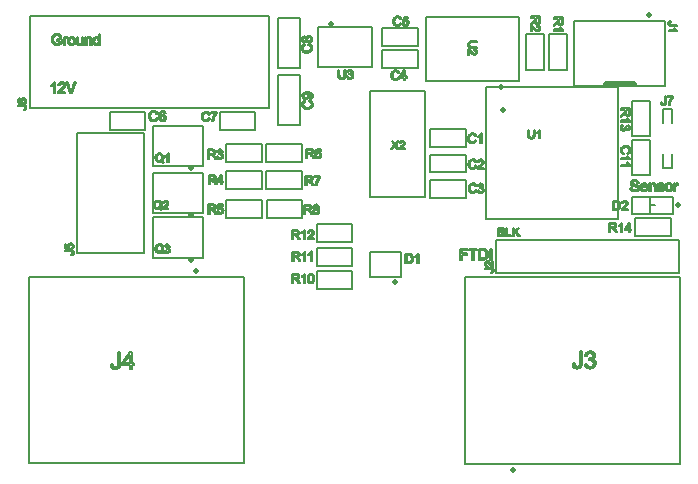
<source format=gto>
%FSLAX33Y33*%
%MOMM*%
%ADD10C,0.508*%
%ADD11C,0.15*%
%ADD12C,0.2032*%
%ADD13C,0.5*%
%ADD14C,0.5*%
%ADD15C,0.5*%
%ADD16C,0.1524*%
%ADD17C,0.2*%
D10*
%LNpath-0*%
G01*
X49150Y32400D02*
X51500Y32400D01*
X49150Y32400*
%LNtop silkscreen_traces*%
%LNtop silkscreen component 0a1ece96d17ebea2*%
D11*
X20414Y21054D02*
X20414Y22554D01*
X23435Y22554*
X23435Y21054*
X20414Y21054*
D12*
X23702Y21775D02*
X23702Y21775D01*
X23702Y21775*
X23823Y21775*
X23823Y21775*
X23842Y21775*
X23842Y21775*
X23858Y21774*
X23858Y21774*
X23871Y21773*
X23871Y21773*
X23881Y21771*
X23881Y21771*
X23893Y21768*
X23893Y21768*
X23905Y21763*
X23905Y21763*
X23917Y21757*
X23917Y21757*
X23929Y21750*
X23929Y21750*
X23941Y21741*
X23941Y21741*
X23954Y21730*
X23954Y21730*
X23968Y21715*
X23968Y21715*
X23982Y21698*
X23982Y21698*
X23998Y21677*
X23998Y21677*
X24016Y21652*
X24016Y21652*
X24035Y21622*
X24035Y21622*
X24057Y21589*
X24057Y21589*
X24161Y21426*
X24291Y21426*
X24155Y21639*
X24134Y21669*
X24113Y21697*
X24091Y21721*
X24068Y21744*
X24056Y21753*
X24042Y21763*
X24025Y21773*
X24005Y21783*
X24005Y21784*
X24059Y21794*
X24104Y21810*
X24142Y21831*
X24173Y21857*
X24197Y21887*
X24213Y21921*
X24224Y21957*
X24227Y21998*
X24225Y22029*
X24219Y22060*
X24209Y22088*
X24194Y22116*
X24177Y22141*
X24156Y22161*
X24133Y22178*
X24107Y22191*
X24077Y22200*
X24040Y22207*
X23997Y22211*
X23947Y22212*
X23599Y22212*
X23599Y21426*
X23702Y21426*
X23702Y21775*
X23702Y21865D02*
X23702Y21865D01*
X23926Y21865*
X23960Y21866*
X23990Y21869*
X24016Y21873*
X24038Y21880*
X24057Y21888*
X24073Y21899*
X24087Y21912*
X24099Y21927*
X24108Y21944*
X24115Y21961*
X24119Y21979*
X24120Y21998*
X24118Y22024*
X24110Y22048*
X24097Y22070*
X24080Y22089*
X24056Y22105*
X24027Y22116*
X23992Y22123*
X23951Y22125*
X23702Y22125*
X23702Y21865*
X24665Y21416D02*
X24665Y21416D01*
X24715Y21429*
X24759Y21451*
X24798Y21481*
X24829Y21517*
X24851Y21557*
X24864Y21602*
X24869Y21650*
X24867Y21685*
X24859Y21718*
X24848Y21748*
X24831Y21775*
X24810Y21800*
X24785Y21821*
X24755Y21838*
X24721Y21852*
X24721Y21852*
X24748Y21865*
X24772Y21879*
X24792Y21896*
X24808Y21915*
X24821Y21936*
X24829Y21959*
X24835Y21983*
X24837Y22010*
X24833Y22051*
X24821Y22089*
X24801Y22124*
X24774Y22155*
X24740Y22182*
X24701Y22200*
X24657Y22211*
X24608Y22215*
X24560Y22211*
X24516Y22201*
X24478Y22182*
X24444Y22157*
X24417Y22126*
X24398Y22091*
X24387Y22054*
X24383Y22013*
X24385Y21985*
X24390Y21960*
X24399Y21936*
X24412Y21915*
X24428Y21896*
X24448Y21879*
X24472Y21865*
X24501Y21852*
X24501Y21852*
X24467Y21840*
X24437Y21825*
X24411Y21805*
X24390Y21781*
X24373Y21754*
X24361Y21723*
X24353Y21690*
X24351Y21653*
X24355Y21603*
X24369Y21558*
X24391Y21518*
X24422Y21481*
X24461Y21451*
X24505Y21429*
X24555Y21416*
X24610Y21412*
X24665Y21416*
X24481Y22016D02*
X24481Y22016D01*
X24483Y21989*
X24490Y21965*
X24501Y21944*
X24517Y21925*
X24536Y21909*
X24558Y21898*
X24583Y21891*
X24610Y21889*
X24637Y21891*
X24661Y21898*
X24683Y21909*
X24702Y21924*
X24718Y21943*
X24729Y21963*
X24736Y21986*
X24738Y22010*
X24735Y22036*
X24729Y22059*
X24717Y22081*
X24701Y22100*
X24681Y22116*
X24660Y22127*
X24636Y22134*
X24609Y22136*
X24583Y22134*
X24559Y22127*
X24537Y22116*
X24518Y22101*
X24502Y22082*
X24490Y22062*
X24483Y22040*
X24481Y22016*
X24450Y21652D02*
X24450Y21652D01*
X24451Y21632*
X24455Y21612*
X24461Y21592*
X24470Y21572*
X24480Y21554*
X24494Y21538*
X24510Y21524*
X24528Y21512*
X24547Y21503*
X24568Y21496*
X24589Y21492*
X24611Y21491*
X24644Y21494*
X24674Y21502*
X24701Y21516*
X24725Y21536*
X24745Y21559*
X24759Y21586*
X24768Y21616*
X24771Y21649*
X24768Y21682*
X24759Y21713*
X24744Y21740*
X24724Y21764*
X24699Y21784*
X24672Y21799*
X24641Y21807*
X24608Y21810*
X24575Y21807*
X24545Y21799*
X24519Y21785*
X24495Y21765*
X24475Y21741*
X24461Y21714*
X24453Y21685*
X24450Y21652*
%LNtop silkscreen component e927e838d71b22e8*%
X46775Y8329D02*
X46775Y8329D01*
X46832Y8339*
X46886Y8355*
X46935Y8378*
X46979Y8407*
X47016Y8441*
X47047Y8482*
X47072Y8528*
X47091Y8582*
X47105Y8647*
X47113Y8721*
X47116Y8806*
X47116Y9781*
X46927Y9781*
X46927Y8795*
X46927Y8795*
X46926Y8738*
X46926Y8738*
X46922Y8689*
X46922Y8689*
X46916Y8648*
X46916Y8648*
X46908Y8616*
X46908Y8616*
X46896Y8589*
X46896Y8589*
X46880Y8566*
X46880Y8565*
X46860Y8545*
X46860Y8545*
X46836Y8527*
X46836Y8527*
X46809Y8512*
X46809Y8512*
X46779Y8502*
X46779Y8502*
X46747Y8496*
X46747Y8496*
X46713Y8494*
X46713Y8494*
X46667Y8498*
X46667Y8498*
X46626Y8509*
X46626Y8509*
X46591Y8528*
X46591Y8528*
X46561Y8555*
X46561Y8555*
X46537Y8592*
X46537Y8592*
X46518Y8641*
X46518Y8641*
X46506Y8704*
X46506Y8704*
X46499Y8779*
X46329Y8756*
X46334Y8656*
X46352Y8569*
X46382Y8495*
X46425Y8434*
X46481Y8387*
X46547Y8353*
X46625Y8333*
X46714Y8326*
X46775Y8329*
X47910Y8333D02*
X47910Y8333D01*
X48001Y8358*
X48083Y8398*
X48156Y8455*
X48216Y8524*
X48258Y8600*
X48284Y8683*
X48292Y8773*
X48288Y8839*
X48275Y8900*
X48253Y8955*
X48222Y9003*
X48184Y9046*
X48138Y9080*
X48085Y9106*
X48025Y9125*
X48025Y9126*
X48071Y9150*
X48111Y9179*
X48144Y9211*
X48172Y9247*
X48194Y9286*
X48210Y9327*
X48219Y9370*
X48222Y9415*
X48219Y9464*
X48209Y9510*
X48193Y9556*
X48170Y9600*
X48141Y9641*
X48106Y9677*
X48066Y9709*
X48019Y9737*
X47969Y9759*
X47916Y9774*
X47861Y9784*
X47804Y9787*
X47722Y9781*
X47648Y9763*
X47580Y9732*
X47520Y9690*
X47468Y9636*
X47426Y9573*
X47395Y9500*
X47374Y9417*
X47548Y9386*
X47561Y9446*
X47561Y9446*
X47580Y9498*
X47580Y9498*
X47605Y9543*
X47605Y9543*
X47636Y9579*
X47636Y9579*
X47673Y9607*
X47673Y9607*
X47713Y9627*
X47713Y9627*
X47758Y9639*
X47758Y9639*
X47807Y9643*
X47808Y9643*
X47857Y9640*
X47857Y9639*
X47902Y9628*
X47902Y9628*
X47942Y9608*
X47942Y9608*
X47977Y9580*
X47977Y9580*
X48005Y9546*
X48006Y9546*
X48026Y9508*
X48026Y9508*
X48038Y9466*
X48038Y9466*
X48042Y9419*
X48042Y9419*
X48037Y9362*
X48037Y9362*
X48020Y9313*
X48020Y9313*
X47992Y9272*
X47992Y9272*
X47952Y9238*
X47952Y9238*
X47906Y9213*
X47906Y9213*
X47857Y9194*
X47857Y9194*
X47805Y9183*
X47805Y9183*
X47750Y9180*
X47750Y9180*
X47744Y9180*
X47744Y9180*
X47737Y9180*
X47737Y9180*
X47730Y9181*
X47730Y9181*
X47722Y9181*
X47703Y9028*
X47738Y9037*
X47738Y9037*
X47770Y9043*
X47770Y9043*
X47800Y9047*
X47800Y9047*
X47826Y9048*
X47826Y9048*
X47884Y9043*
X47885Y9043*
X47938Y9028*
X47938Y9028*
X47985Y9003*
X47985Y9003*
X48028Y8969*
X48028Y8969*
X48062Y8927*
X48062Y8927*
X48087Y8880*
X48087Y8880*
X48102Y8827*
X48102Y8827*
X48107Y8769*
X48107Y8769*
X48101Y8708*
X48101Y8708*
X48085Y8652*
X48085Y8652*
X48059Y8601*
X48059Y8601*
X48021Y8556*
X48021Y8556*
X47976Y8518*
X47976Y8518*
X47926Y8491*
X47926Y8491*
X47871Y8475*
X47871Y8475*
X47811Y8470*
X47811Y8470*
X47761Y8474*
X47761Y8474*
X47715Y8486*
X47715Y8486*
X47672Y8507*
X47672Y8507*
X47634Y8536*
X47634Y8536*
X47600Y8574*
X47600Y8574*
X47572Y8623*
X47572Y8623*
X47548Y8682*
X47548Y8682*
X47531Y8751*
X47356Y8727*
X47371Y8643*
X47400Y8566*
X47442Y8498*
X47498Y8437*
X47564Y8388*
X47638Y8353*
X47720Y8332*
X47810Y8325*
X47910Y8333*
D11*
X55440Y16075D02*
X55440Y0275D01*
X37200Y0275*
X37200Y16075*
X55440Y16075*
D13*
X41270Y-0225D03*
%LNtop silkscreen component bc3ea8611caa3e07*%
D11*
X38957Y20980D02*
X50176Y20980D01*
X50176Y32200*
X38957Y32200D02*
X38957Y20980D01*
D12*
X42876Y27801D02*
X42876Y27801D01*
X42920Y27808*
X42960Y27820*
X42994Y27838*
X43023Y27859*
X43048Y27883*
X43067Y27911*
X43082Y27941*
X43093Y27975*
X43100Y28015*
X43105Y28061*
X43106Y28112*
X43106Y28525*
X43013Y28525*
X43013Y28113*
X43013Y28113*
X43010Y28051*
X43010Y28051*
X43001Y28000*
X43001Y27999*
X42988Y27959*
X42988Y27959*
X42968Y27930*
X42968Y27930*
X42942Y27909*
X42942Y27909*
X42908Y27894*
X42908Y27894*
X42867Y27886*
X42867Y27886*
X42819Y27883*
X42819Y27883*
X42789Y27884*
X42789Y27884*
X42762Y27889*
X42762Y27889*
X42738Y27896*
X42738Y27896*
X42715Y27907*
X42715Y27907*
X42696Y27920*
X42696Y27920*
X42679Y27936*
X42679Y27936*
X42666Y27954*
X42666Y27954*
X42655Y27975*
X42655Y27975*
X42648Y28000*
X42648Y28000*
X42642Y28031*
X42642Y28031*
X42639Y28069*
X42639Y28069*
X42638Y28113*
X42638Y28113*
X42638Y28525*
X42544Y28525*
X42544Y28112*
X42546Y28058*
X42551Y28010*
X42560Y27969*
X42572Y27933*
X42588Y27902*
X42608Y27875*
X42633Y27852*
X42663Y27833*
X42697Y27818*
X42736Y27807*
X42779Y27800*
X42827Y27798*
X42876Y27801*
X43559Y28528D02*
X43559Y28528D01*
X43504Y28528*
X43490Y28505*
X43490Y28505*
X43473Y28481*
X43473Y28481*
X43451Y28457*
X43451Y28457*
X43426Y28432*
X43425Y28432*
X43397Y28409*
X43397Y28409*
X43366Y28387*
X43366Y28387*
X43332Y28367*
X43332Y28367*
X43297Y28349*
X43297Y28265*
X43317Y28273*
X43340Y28283*
X43363Y28296*
X43389Y28310*
X43413Y28325*
X43435Y28340*
X43455Y28355*
X43472Y28370*
X43473Y28370*
X43473Y27810*
X43559Y27810*
X43559Y28528*
D11*
X38957Y32200D02*
X50176Y32200D01*
D14*
X40391Y30190D03*
%LNtop silkscreen component 9bd7a942015e546a*%
D11*
X20405Y25810D02*
X20405Y27310D01*
X23426Y27310*
X23426Y25810*
X20405Y25810*
D12*
X23877Y26503D02*
X23877Y26503D01*
X23877Y26503*
X23998Y26503*
X23998Y26503*
X24017Y26503*
X24017Y26503*
X24033Y26502*
X24033Y26502*
X24046Y26501*
X24046Y26501*
X24057Y26499*
X24057Y26499*
X24069Y26496*
X24069Y26496*
X24081Y26491*
X24081Y26491*
X24092Y26485*
X24092Y26485*
X24104Y26478*
X24104Y26478*
X24116Y26469*
X24116Y26469*
X24129Y26457*
X24129Y26457*
X24143Y26443*
X24143Y26443*
X24157Y26425*
X24157Y26425*
X24173Y26404*
X24173Y26404*
X24191Y26379*
X24191Y26379*
X24211Y26350*
X24211Y26350*
X24233Y26317*
X24233Y26317*
X24337Y26153*
X24466Y26153*
X24330Y26367*
X24309Y26397*
X24288Y26424*
X24266Y26449*
X24244Y26471*
X24232Y26481*
X24217Y26491*
X24200Y26501*
X24181Y26511*
X24181Y26511*
X24234Y26522*
X24279Y26537*
X24318Y26558*
X24348Y26584*
X24372Y26615*
X24389Y26648*
X24399Y26685*
X24402Y26725*
X24400Y26757*
X24394Y26787*
X24384Y26816*
X24370Y26844*
X24352Y26868*
X24332Y26889*
X24308Y26906*
X24282Y26918*
X24252Y26928*
X24215Y26934*
X24172Y26938*
X24123Y26940*
X23774Y26940*
X23774Y26153*
X23877Y26153*
X23877Y26503*
X23878Y26593D02*
X23878Y26593D01*
X24102Y26593*
X24135Y26594*
X24165Y26596*
X24191Y26601*
X24213Y26607*
X24232Y26616*
X24249Y26627*
X24263Y26639*
X24275Y26655*
X24284Y26671*
X24290Y26689*
X24294Y26707*
X24295Y26725*
X24293Y26752*
X24285Y26776*
X24273Y26798*
X24255Y26817*
X24232Y26833*
X24203Y26844*
X24168Y26851*
X24127Y26853*
X23878Y26853*
X23878Y26593*
X24830Y26142D02*
X24830Y26142D01*
X24863Y26148*
X24894Y26159*
X24923Y26174*
X24949Y26192*
X24972Y26215*
X24993Y26241*
X25010Y26271*
X25024Y26303*
X25034Y26337*
X25040Y26372*
X25042Y26408*
X25038Y26462*
X25025Y26511*
X25004Y26554*
X24974Y26592*
X24939Y26623*
X24899Y26645*
X24856Y26659*
X24810Y26663*
X24783Y26661*
X24756Y26657*
X24730Y26648*
X24704Y26637*
X24680Y26623*
X24658Y26605*
X24638Y26583*
X24619Y26558*
X24618Y26558*
X24620Y26614*
X24620Y26614*
X24626Y26663*
X24626Y26663*
X24634Y26706*
X24634Y26706*
X24646Y26741*
X24646Y26741*
X24660Y26771*
X24660Y26771*
X24677Y26797*
X24677Y26797*
X24696Y26820*
X24696Y26820*
X24718Y26838*
X24718Y26838*
X24736Y26850*
X24736Y26850*
X24756Y26858*
X24756Y26858*
X24777Y26863*
X24777Y26863*
X24799Y26864*
X24799Y26864*
X24827Y26862*
X24827Y26862*
X24852Y26854*
X24852Y26854*
X24875Y26841*
X24876Y26841*
X24896Y26823*
X24896Y26823*
X24908Y26808*
X24908Y26808*
X24917Y26789*
X24917Y26789*
X24926Y26766*
X24926Y26766*
X24933Y26740*
X25028Y26748*
X25019Y26791*
X25004Y26829*
X24984Y26862*
X24957Y26891*
X24925Y26914*
X24890Y26930*
X24849Y26940*
X24805Y26943*
X24746Y26937*
X24694Y26920*
X24647Y26892*
X24607Y26853*
X24571Y26793*
X24544Y26718*
X24528Y26627*
X24523Y26521*
X24528Y26426*
X24542Y26346*
X24566Y26280*
X24599Y26228*
X24640Y26190*
X24687Y26162*
X24739Y26145*
X24796Y26140*
X24830Y26142*
X24634Y26408D02*
X24634Y26408D01*
X24635Y26383*
X24639Y26359*
X24646Y26335*
X24655Y26312*
X24667Y26291*
X24681Y26272*
X24696Y26256*
X24714Y26243*
X24734Y26232*
X24753Y26225*
X24774Y26220*
X24794Y26219*
X24824Y26222*
X24851Y26231*
X24877Y26247*
X24900Y26268*
X24919Y26295*
X24933Y26326*
X24941Y26362*
X24944Y26402*
X24941Y26441*
X24933Y26475*
X24919Y26505*
X24900Y26531*
X24877Y26552*
X24851Y26566*
X24822Y26575*
X24791Y26578*
X24759Y26575*
X24730Y26566*
X24704Y26552*
X24680Y26531*
X24660Y26506*
X24645Y26477*
X24637Y26444*
X24634Y26408*
%LNtop silkscreen component 8591dcaa33399401*%
D11*
X30199Y33790D02*
X30199Y35290D01*
X33220Y35290*
X33220Y33790*
X30199Y33790*
D12*
X31395Y32766D02*
X31395Y32766D01*
X31450Y32779*
X31499Y32800*
X31544Y32829*
X31583Y32867*
X31616Y32912*
X31642Y32965*
X31662Y33024*
X31559Y33050*
X31546Y33004*
X31546Y33004*
X31527Y32964*
X31527Y32964*
X31504Y32929*
X31504Y32929*
X31476Y32901*
X31476Y32901*
X31444Y32879*
X31444Y32879*
X31409Y32863*
X31409Y32863*
X31370Y32853*
X31370Y32853*
X31328Y32850*
X31328Y32850*
X31292Y32853*
X31292Y32853*
X31258Y32860*
X31258Y32860*
X31225Y32871*
X31225Y32871*
X31194Y32887*
X31194Y32887*
X31165Y32908*
X31165Y32908*
X31140Y32934*
X31140Y32934*
X31119Y32964*
X31119Y32964*
X31103Y33000*
X31103Y33000*
X31090Y33039*
X31090Y33039*
X31081Y33081*
X31081Y33081*
X31075Y33126*
X31075Y33126*
X31073Y33175*
X31073Y33175*
X31075Y33214*
X31075Y33214*
X31079Y33252*
X31079Y33252*
X31087Y33290*
X31087Y33290*
X31098Y33326*
X31098Y33327*
X31113Y33361*
X31113Y33361*
X31132Y33392*
X31132Y33393*
X31156Y33420*
X31156Y33420*
X31184Y33444*
X31184Y33444*
X31216Y33463*
X31216Y33463*
X31252Y33476*
X31252Y33476*
X31292Y33484*
X31292Y33484*
X31336Y33487*
X31336Y33487*
X31374Y33485*
X31374Y33485*
X31408Y33477*
X31408Y33477*
X31439Y33465*
X31439Y33465*
X31467Y33448*
X31467Y33448*
X31492Y33425*
X31492Y33425*
X31513Y33397*
X31513Y33397*
X31532Y33363*
X31532Y33363*
X31547Y33323*
X31648Y33347*
X31630Y33398*
X31605Y33443*
X31574Y33482*
X31536Y33515*
X31494Y33542*
X31447Y33560*
X31395Y33572*
X31338Y33575*
X31287Y33572*
X31238Y33563*
X31192Y33549*
X31147Y33528*
X31107Y33501*
X31071Y33469*
X31040Y33432*
X31014Y33389*
X30993Y33341*
X30979Y33290*
X30970Y33234*
X30967Y33175*
X30969Y33119*
X30977Y33066*
X30990Y33014*
X31008Y32964*
X31032Y32918*
X31060Y32877*
X31092Y32843*
X31130Y32814*
X31172Y32791*
X31221Y32775*
X31276Y32765*
X31336Y32762*
X31395Y32766*
X32158Y32964D02*
X32158Y32964D01*
X32158Y32964*
X32264Y32964*
X32264Y33052*
X32158Y33052*
X32158Y33052*
X32158Y33562*
X32080Y33562*
X31720Y33052*
X31720Y32964*
X32062Y32964*
X32062Y32964*
X32062Y32776*
X32158Y32776*
X32158Y32964*
X32061Y33406D02*
X32061Y33406D01*
X31816Y33053*
X32061Y33053*
X32061Y33406*
%LNtop silkscreen component 715de8a551f8d0d2*%
D11*
X41752Y38074D02*
X41752Y32674D01*
X33946Y32674*
X33946Y38074*
X41752Y38074*
D12*
X37490Y35705D02*
X37490Y35705D01*
X37497Y35661*
X37510Y35622*
X37527Y35587*
X37548Y35558*
X37573Y35534*
X37600Y35514*
X37630Y35499*
X37665Y35489*
X37705Y35481*
X37750Y35477*
X37801Y35475*
X38214Y35475*
X38214Y35569*
X37802Y35569*
X37802Y35569*
X37740Y35572*
X37740Y35572*
X37689Y35580*
X37689Y35580*
X37649Y35594*
X37649Y35594*
X37619Y35613*
X37619Y35613*
X37598Y35639*
X37598Y35639*
X37584Y35673*
X37584Y35673*
X37575Y35714*
X37575Y35714*
X37572Y35763*
X37572Y35763*
X37573Y35792*
X37573Y35792*
X37578Y35819*
X37578Y35819*
X37585Y35844*
X37585Y35844*
X37596Y35866*
X37596Y35866*
X37609Y35886*
X37609Y35886*
X37625Y35902*
X37625Y35902*
X37643Y35916*
X37643Y35916*
X37664Y35926*
X37664Y35926*
X37689Y35934*
X37689Y35934*
X37721Y35939*
X37721Y35939*
X37758Y35942*
X37758Y35942*
X37802Y35943*
X37802Y35943*
X38214Y35943*
X38214Y36037*
X37801Y36037*
X37747Y36035*
X37700Y36030*
X37658Y36022*
X37622Y36010*
X37591Y35994*
X37564Y35973*
X37541Y35948*
X37522Y35919*
X37507Y35884*
X37496Y35846*
X37490Y35802*
X37487Y35754*
X37490Y35705*
X37583Y34891D02*
X37583Y34891D01*
X37583Y35242*
X37584Y35242*
X37596Y35234*
X37596Y35234*
X37608Y35225*
X37608Y35225*
X37620Y35216*
X37620Y35216*
X37631Y35205*
X37631Y35205*
X37646Y35190*
X37646Y35190*
X37666Y35168*
X37666Y35168*
X37691Y35139*
X37691Y35139*
X37722Y35103*
X37759Y35059*
X37793Y35022*
X37822Y34992*
X37848Y34968*
X37870Y34949*
X37892Y34933*
X37914Y34920*
X37935Y34910*
X37956Y34902*
X37977Y34896*
X37998Y34893*
X38019Y34892*
X38059Y34896*
X38096Y34907*
X38130Y34926*
X38160Y34952*
X38185Y34985*
X38203Y35023*
X38214Y35066*
X38217Y35115*
X38214Y35163*
X38204Y35206*
X38188Y35244*
X38164Y35277*
X38135Y35304*
X38100Y35325*
X38058Y35339*
X38011Y35347*
X38002Y35257*
X38033Y35255*
X38033Y35255*
X38062Y35247*
X38062Y35247*
X38086Y35235*
X38086Y35235*
X38107Y35219*
X38107Y35219*
X38124Y35198*
X38124Y35198*
X38136Y35174*
X38136Y35174*
X38143Y35147*
X38143Y35147*
X38146Y35117*
X38146Y35117*
X38143Y35088*
X38143Y35088*
X38137Y35062*
X38137Y35062*
X38125Y35039*
X38125Y35039*
X38110Y35019*
X38109Y35019*
X38090Y35003*
X38090Y35002*
X38069Y34991*
X38069Y34991*
X38046Y34984*
X38046Y34984*
X38021Y34981*
X38021Y34981*
X37996Y34984*
X37996Y34984*
X37970Y34992*
X37969Y34992*
X37943Y35005*
X37943Y35005*
X37915Y35023*
X37915Y35023*
X37885Y35048*
X37885Y35048*
X37849Y35083*
X37849Y35083*
X37809Y35127*
X37809Y35127*
X37763Y35180*
X37763Y35180*
X37733Y35216*
X37705Y35247*
X37679Y35273*
X37655Y35295*
X37631Y35314*
X37608Y35330*
X37584Y35343*
X37560Y35353*
X37545Y35358*
X37530Y35361*
X37515Y35363*
X37500Y35363*
X37500Y34891*
X37583Y34891*
D13*
X40265Y32199D03*
%LNtop silkscreen component c5d1b4d132d35c39*%
D11*
X20010Y22566D02*
X20010Y21066D01*
X16990Y21066*
X16990Y22566*
X20010Y22566*
D12*
X15597Y21791D02*
X15597Y21791D01*
X15597Y21791*
X15718Y21791*
X15718Y21791*
X15737Y21791*
X15737Y21791*
X15753Y21790*
X15753Y21790*
X15766Y21789*
X15766Y21789*
X15777Y21787*
X15777Y21787*
X15789Y21784*
X15789Y21784*
X15801Y21779*
X15801Y21779*
X15812Y21773*
X15812Y21773*
X15824Y21766*
X15824Y21766*
X15836Y21757*
X15836Y21757*
X15849Y21746*
X15849Y21746*
X15863Y21731*
X15863Y21731*
X15877Y21714*
X15877Y21714*
X15893Y21693*
X15893Y21693*
X15911Y21668*
X15911Y21668*
X15931Y21638*
X15931Y21638*
X15953Y21605*
X15953Y21605*
X16057Y21442*
X16186Y21442*
X16050Y21655*
X16029Y21685*
X16008Y21713*
X15986Y21737*
X15964Y21760*
X15952Y21769*
X15937Y21779*
X15920Y21789*
X15901Y21799*
X15901Y21800*
X15954Y21810*
X15999Y21826*
X16038Y21847*
X16068Y21873*
X16092Y21903*
X16109Y21937*
X16119Y21973*
X16122Y22014*
X16120Y22045*
X16114Y22076*
X16104Y22105*
X16090Y22132*
X16072Y22157*
X16052Y22177*
X16028Y22194*
X16002Y22207*
X15972Y22216*
X15935Y22223*
X15892Y22227*
X15843Y22228*
X15494Y22228*
X15494Y21442*
X15597Y21442*
X15597Y21791*
X15598Y21881D02*
X15598Y21881D01*
X15822Y21881*
X15855Y21882*
X15885Y21885*
X15911Y21889*
X15933Y21896*
X15952Y21904*
X15969Y21915*
X15983Y21928*
X15995Y21943*
X16004Y21960*
X16010Y21977*
X16014Y21995*
X16015Y22014*
X16013Y22040*
X16005Y22064*
X15993Y22086*
X15975Y22105*
X15952Y22121*
X15923Y22132*
X15888Y22139*
X15847Y22141*
X15598Y22141*
X15598Y21881*
X16562Y21434D02*
X16562Y21434D01*
X16617Y21452*
X16665Y21482*
X16706Y21524*
X16734Y21564*
X16753Y21608*
X16765Y21656*
X16769Y21708*
X16764Y21761*
X16751Y21810*
X16729Y21853*
X16698Y21891*
X16660Y21922*
X16619Y21945*
X16574Y21958*
X16524Y21963*
X16486Y21960*
X16448Y21950*
X16411Y21935*
X16375Y21913*
X16375Y21913*
X16417Y22126*
X16418Y22126*
X16731Y22126*
X16731Y22217*
X16341Y22217*
X16265Y21814*
X16355Y21802*
X16366Y21818*
X16366Y21818*
X16380Y21832*
X16380Y21832*
X16396Y21845*
X16396Y21846*
X16414Y21857*
X16414Y21857*
X16433Y21866*
X16433Y21866*
X16454Y21873*
X16454Y21873*
X16475Y21877*
X16475Y21877*
X16498Y21878*
X16498Y21878*
X16534Y21875*
X16534Y21875*
X16567Y21866*
X16567Y21866*
X16595Y21851*
X16595Y21851*
X16620Y21830*
X16620Y21830*
X16641Y21804*
X16641Y21804*
X16655Y21774*
X16655Y21774*
X16664Y21739*
X16664Y21739*
X16667Y21699*
X16667Y21699*
X16664Y21658*
X16664Y21658*
X16655Y21621*
X16655Y21621*
X16640Y21588*
X16640Y21588*
X16618Y21559*
X16618Y21559*
X16593Y21536*
X16593Y21536*
X16565Y21520*
X16565Y21520*
X16534Y21510*
X16534Y21510*
X16500Y21507*
X16500Y21507*
X16472Y21509*
X16472Y21509*
X16446Y21516*
X16446Y21516*
X16422Y21528*
X16422Y21528*
X16401Y21544*
X16400Y21544*
X16382Y21565*
X16382Y21565*
X16367Y21591*
X16367Y21591*
X16355Y21621*
X16355Y21621*
X16348Y21655*
X16248Y21647*
X16256Y21600*
X16272Y21558*
X16295Y21521*
X16325Y21488*
X16361Y21462*
X16403Y21443*
X16449Y21432*
X16500Y21428*
X16562Y21434*
%LNtop silkscreen component 11da1af26442d9e8*%
D11*
X52870Y24680D02*
X51370Y24680D01*
X51370Y27700*
X52870Y27700*
X52870Y24680*
D12*
X50407Y26745D02*
X50407Y26745D01*
X50420Y26691*
X50441Y26641*
X50470Y26596*
X50508Y26557*
X50553Y26524*
X50605Y26498*
X50665Y26479*
X50691Y26582*
X50645Y26595*
X50645Y26595*
X50604Y26613*
X50604Y26613*
X50570Y26636*
X50570Y26636*
X50542Y26664*
X50542Y26664*
X50519Y26696*
X50519Y26696*
X50504Y26732*
X50504Y26732*
X50494Y26770*
X50494Y26770*
X50491Y26813*
X50491Y26813*
X50493Y26848*
X50493Y26848*
X50500Y26882*
X50500Y26882*
X50512Y26915*
X50512Y26915*
X50528Y26947*
X50528Y26947*
X50549Y26975*
X50549Y26976*
X50575Y27000*
X50575Y27000*
X50605Y27021*
X50605Y27021*
X50640Y27038*
X50640Y27038*
X50679Y27051*
X50679Y27051*
X50722Y27060*
X50722Y27060*
X50767Y27065*
X50767Y27065*
X50816Y27067*
X50816Y27067*
X50855Y27066*
X50855Y27066*
X50893Y27061*
X50893Y27061*
X50930Y27053*
X50930Y27053*
X50967Y27042*
X50967Y27042*
X51002Y27028*
X51002Y27028*
X51033Y27009*
X51033Y27009*
X51061Y26985*
X51061Y26985*
X51084Y26957*
X51084Y26957*
X51103Y26924*
X51103Y26924*
X51117Y26888*
X51117Y26888*
X51125Y26848*
X51125Y26848*
X51128Y26805*
X51128Y26805*
X51125Y26767*
X51125Y26767*
X51118Y26732*
X51118Y26732*
X51106Y26701*
X51106Y26701*
X51089Y26673*
X51089Y26673*
X51066Y26649*
X51066Y26649*
X51038Y26627*
X51038Y26627*
X51003Y26609*
X51003Y26609*
X50964Y26594*
X50988Y26492*
X51038Y26511*
X51084Y26536*
X51123Y26567*
X51156Y26604*
X51182Y26647*
X51201Y26694*
X51212Y26746*
X51216Y26802*
X51213Y26853*
X51204Y26902*
X51189Y26949*
X51169Y26993*
X51142Y27034*
X51110Y27070*
X51073Y27101*
X51030Y27127*
X50982Y27147*
X50930Y27162*
X50875Y27171*
X50815Y27174*
X50760Y27171*
X50706Y27163*
X50654Y27150*
X50604Y27132*
X50558Y27109*
X50518Y27081*
X50483Y27048*
X50455Y27011*
X50432Y26968*
X50416Y26919*
X50406Y26865*
X50403Y26804*
X50407Y26745*
X51206Y26025D02*
X51206Y26025D01*
X51206Y26087*
X51180Y26101*
X51180Y26101*
X51154Y26121*
X51154Y26121*
X51128Y26144*
X51128Y26144*
X51101Y26173*
X51101Y26173*
X51075Y26204*
X51075Y26204*
X51050Y26238*
X51050Y26238*
X51028Y26275*
X51028Y26275*
X51008Y26314*
X50916Y26314*
X50925Y26292*
X50936Y26267*
X50950Y26241*
X50966Y26213*
X50982Y26186*
X50999Y26162*
X51016Y26140*
X51032Y26121*
X51032Y26121*
X50416Y26121*
X50416Y26025*
X51206Y26025*
X51206Y25495D02*
X51206Y25495D01*
X51206Y25557*
X51180Y25571*
X51180Y25571*
X51154Y25591*
X51154Y25591*
X51128Y25614*
X51128Y25614*
X51101Y25642*
X51101Y25642*
X51075Y25674*
X51075Y25674*
X51050Y25708*
X51050Y25708*
X51028Y25745*
X51028Y25745*
X51008Y25784*
X50916Y25784*
X50925Y25761*
X50936Y25737*
X50950Y25711*
X50966Y25683*
X50982Y25656*
X50999Y25632*
X51016Y25610*
X51032Y25591*
X51032Y25591*
X50416Y25591*
X50416Y25495*
X51206Y25495*
%LNtop silkscreen component 1b9c3ae7aa850f0e*%
D11*
X30199Y35620D02*
X30199Y37120D01*
X33220Y37120*
X33220Y35620*
X30199Y35620*
D12*
X31564Y37337D02*
X31564Y37337D01*
X31618Y37349*
X31668Y37370*
X31713Y37400*
X31752Y37437*
X31785Y37482*
X31811Y37535*
X31830Y37595*
X31727Y37621*
X31714Y37575*
X31714Y37575*
X31696Y37534*
X31696Y37534*
X31673Y37500*
X31673Y37500*
X31645Y37471*
X31645Y37471*
X31613Y37449*
X31613Y37449*
X31577Y37433*
X31577Y37433*
X31539Y37424*
X31539Y37424*
X31496Y37421*
X31496Y37421*
X31461Y37423*
X31461Y37423*
X31427Y37430*
X31427Y37430*
X31394Y37442*
X31394Y37442*
X31362Y37458*
X31362Y37458*
X31334Y37479*
X31333Y37479*
X31309Y37505*
X31309Y37505*
X31288Y37535*
X31288Y37535*
X31271Y37570*
X31271Y37570*
X31258Y37609*
X31258Y37609*
X31249Y37652*
X31249Y37652*
X31244Y37697*
X31244Y37697*
X31242Y37746*
X31242Y37746*
X31243Y37784*
X31243Y37784*
X31248Y37822*
X31248Y37823*
X31256Y37860*
X31256Y37860*
X31267Y37897*
X31267Y37897*
X31281Y37932*
X31281Y37932*
X31300Y37963*
X31300Y37963*
X31324Y37990*
X31324Y37990*
X31352Y38014*
X31352Y38014*
X31385Y38033*
X31385Y38033*
X31421Y38047*
X31421Y38047*
X31461Y38055*
X31461Y38055*
X31504Y38058*
X31505Y38058*
X31542Y38055*
X31542Y38055*
X31577Y38048*
X31577Y38048*
X31608Y38036*
X31608Y38036*
X31636Y38018*
X31636Y38018*
X31660Y37996*
X31660Y37996*
X31682Y37967*
X31682Y37967*
X31700Y37933*
X31700Y37933*
X31715Y37893*
X31817Y37917*
X31798Y37968*
X31773Y38014*
X31742Y38053*
X31705Y38086*
X31663Y38112*
X31615Y38131*
X31563Y38142*
X31507Y38146*
X31456Y38143*
X31407Y38134*
X31360Y38119*
X31316Y38098*
X31275Y38072*
X31239Y38040*
X31208Y38002*
X31182Y37959*
X31162Y37912*
X31147Y37860*
X31138Y37805*
X31135Y37745*
X31138Y37690*
X31146Y37636*
X31159Y37584*
X31177Y37534*
X31200Y37488*
X31228Y37448*
X31261Y37413*
X31298Y37384*
X31341Y37362*
X31390Y37346*
X31444Y37336*
X31505Y37333*
X31564Y37337*
X32235Y37339D02*
X32235Y37339D01*
X32290Y37356*
X32338Y37386*
X32380Y37428*
X32407Y37469*
X32426Y37513*
X32438Y37561*
X32442Y37612*
X32437Y37666*
X32424Y37714*
X32402Y37758*
X32371Y37796*
X32334Y37827*
X32292Y37849*
X32247Y37863*
X32197Y37867*
X32159Y37864*
X32121Y37855*
X32085Y37839*
X32049Y37818*
X32048Y37818*
X32091Y38030*
X32091Y38030*
X32405Y38030*
X32405Y38122*
X32014Y38122*
X31938Y37718*
X32028Y37706*
X32040Y37722*
X32040Y37722*
X32053Y37737*
X32053Y37737*
X32069Y37750*
X32069Y37750*
X32087Y37761*
X32087Y37761*
X32106Y37771*
X32106Y37771*
X32127Y37777*
X32127Y37777*
X32149Y37781*
X32149Y37781*
X32172Y37783*
X32172Y37783*
X32207Y37780*
X32208Y37780*
X32240Y37771*
X32240Y37771*
X32268Y37756*
X32269Y37756*
X32294Y37735*
X32294Y37735*
X32314Y37709*
X32314Y37709*
X32329Y37678*
X32329Y37678*
X32337Y37643*
X32337Y37643*
X32340Y37604*
X32340Y37604*
X32337Y37562*
X32337Y37562*
X32328Y37525*
X32328Y37525*
X32313Y37492*
X32313Y37492*
X32292Y37464*
X32292Y37464*
X32266Y37441*
X32266Y37441*
X32238Y37424*
X32238Y37424*
X32207Y37414*
X32207Y37414*
X32173Y37411*
X32173Y37411*
X32145Y37413*
X32145Y37413*
X32119Y37420*
X32119Y37420*
X32095Y37432*
X32095Y37432*
X32074Y37449*
X32074Y37449*
X32055Y37470*
X32055Y37470*
X32040Y37495*
X32040Y37495*
X32029Y37525*
X32029Y37525*
X32021Y37560*
X31921Y37551*
X31929Y37505*
X31945Y37462*
X31968Y37425*
X31998Y37393*
X32035Y37366*
X32076Y37348*
X32122Y37336*
X32173Y37333*
X32235Y37339*
%LNtop silkscreen component 76321958aac1b876*%
D11*
X46435Y37790D02*
X54145Y37790D01*
X54145Y32210*
X46435Y32210*
X46435Y37790*
D12*
X54435Y37516D02*
X54435Y37516D01*
X54440Y37488*
X54448Y37461*
X54459Y37437*
X54473Y37415*
X54491Y37396*
X54511Y37380*
X54534Y37368*
X54561Y37358*
X54593Y37352*
X54631Y37348*
X54673Y37346*
X55160Y37346*
X55160Y37440*
X54668Y37440*
X54668Y37440*
X54639Y37441*
X54639Y37441*
X54614Y37442*
X54614Y37442*
X54594Y37445*
X54594Y37445*
X54578Y37450*
X54578Y37450*
X54565Y37456*
X54564Y37456*
X54553Y37464*
X54553Y37464*
X54542Y37474*
X54542Y37474*
X54533Y37486*
X54533Y37486*
X54526Y37499*
X54526Y37499*
X54521Y37514*
X54521Y37514*
X54518Y37530*
X54518Y37530*
X54517Y37547*
X54517Y37547*
X54519Y37570*
X54519Y37570*
X54524Y37591*
X54524Y37591*
X54534Y37608*
X54534Y37608*
X54547Y37623*
X54547Y37623*
X54566Y37636*
X54566Y37636*
X54591Y37645*
X54591Y37645*
X54622Y37651*
X54622Y37651*
X54659Y37654*
X54648Y37739*
X54598Y37737*
X54555Y37728*
X54518Y37713*
X54487Y37691*
X54464Y37663*
X54447Y37630*
X54437Y37591*
X54433Y37547*
X54435Y37516*
X55163Y36896D02*
X55163Y36896D01*
X55163Y36952*
X55140Y36965*
X55140Y36965*
X55116Y36983*
X55116Y36983*
X55092Y37004*
X55092Y37004*
X55068Y37030*
X55068Y37030*
X55044Y37059*
X55044Y37059*
X55022Y37090*
X55022Y37090*
X55002Y37123*
X55002Y37123*
X54984Y37159*
X54900Y37159*
X54908Y37138*
X54918Y37116*
X54931Y37092*
X54945Y37067*
X54960Y37042*
X54975Y37020*
X54990Y37001*
X55006Y36983*
X55005Y36983*
X54446Y36983*
X54446Y36896*
X55163Y36896*
D15*
X52830Y38290D03*
%LNtop silkscreen component 2467ff9ea4507952*%
D11*
X54766Y29105D02*
X54766Y30305D01*
X53966Y29105D02*
X53966Y30305D01*
X54766Y30305*
X53966Y26505D02*
X53966Y25305D01*
X54766Y25305*
X54766Y26505D02*
X54766Y25305D01*
%LNtop silkscreen component 4fb6784ca3f5679d*%
D12*
X7675Y8279D02*
X7675Y8279D01*
X7732Y8289*
X7786Y8305*
X7835Y8328*
X7879Y8357*
X7916Y8391*
X7947Y8432*
X7972Y8478*
X7991Y8532*
X8005Y8597*
X8013Y8671*
X8016Y8756*
X8016Y9731*
X7827Y9731*
X7827Y8745*
X7827Y8745*
X7826Y8688*
X7826Y8688*
X7822Y8639*
X7822Y8639*
X7816Y8598*
X7816Y8598*
X7808Y8566*
X7808Y8566*
X7796Y8539*
X7796Y8539*
X7780Y8516*
X7780Y8515*
X7760Y8495*
X7760Y8495*
X7736Y8477*
X7736Y8477*
X7709Y8462*
X7709Y8462*
X7679Y8452*
X7679Y8452*
X7647Y8446*
X7647Y8446*
X7613Y8444*
X7613Y8444*
X7567Y8448*
X7567Y8448*
X7526Y8459*
X7526Y8459*
X7491Y8478*
X7491Y8478*
X7461Y8505*
X7461Y8505*
X7437Y8542*
X7437Y8542*
X7418Y8591*
X7418Y8591*
X7406Y8654*
X7406Y8654*
X7399Y8729*
X7229Y8706*
X7234Y8606*
X7252Y8519*
X7282Y8445*
X7325Y8384*
X7381Y8337*
X7447Y8303*
X7525Y8283*
X7614Y8276*
X7675Y8279*
X8993Y8643D02*
X8993Y8643D01*
X8993Y8643*
X9186Y8643*
X9186Y8803*
X8993Y8803*
X8993Y8804*
X8993Y9731*
X8850Y9731*
X8197Y8804*
X8197Y8643*
X8818Y8643*
X8818Y8643*
X8818Y8301*
X8993Y8301*
X8993Y8643*
X8817Y9448D02*
X8817Y9448D01*
X8371Y8804*
X8817Y8804*
X8817Y9448*
D11*
X0300Y0300D02*
X0300Y16100D01*
X18540Y16100*
X18540Y0300*
X0300Y0300*
D14*
X14470Y16600D03*
%LNtop silkscreen component 40c3eb5b698cab48*%
D11*
X15072Y21116D02*
X15072Y17716D01*
X10828Y17716*
X10828Y21116*
X15072Y21116*
D12*
X11694Y18137D02*
X11694Y18137D01*
X11666Y18149*
X11666Y18149*
X11636Y18164*
X11636Y18164*
X11605Y18182*
X11605Y18182*
X11572Y18204*
X11572Y18204*
X11598Y18232*
X11620Y18261*
X11638Y18293*
X11653Y18327*
X11665Y18363*
X11673Y18402*
X11678Y18443*
X11680Y18486*
X11677Y18538*
X11670Y18587*
X11657Y18633*
X11638Y18677*
X11615Y18717*
X11587Y18752*
X11555Y18782*
X11517Y18808*
X11476Y18829*
X11433Y18844*
X11387Y18852*
X11339Y18855*
X11291Y18853*
X11245Y18844*
X11202Y18830*
X11161Y18810*
X11124Y18785*
X11091Y18754*
X11063Y18719*
X11039Y18678*
X11021Y18633*
X11007Y18586*
X10999Y18537*
X10996Y18485*
X10999Y18433*
X11007Y18384*
X11020Y18338*
X11039Y18294*
X11063Y18254*
X11091Y18219*
X11124Y18188*
X11161Y18162*
X11201Y18142*
X11244Y18127*
X11289Y18119*
X11337Y18116*
X11384Y18118*
X11429Y18127*
X11472Y18141*
X11512Y18160*
X11513Y18160*
X11551Y18132*
X11590Y18108*
X11628Y18088*
X11666Y18072*
X11694Y18137*
X11364Y18325D02*
X11364Y18325D01*
X11403Y18312*
X11439Y18297*
X11471Y18278*
X11499Y18257*
X11536Y18300*
X11562Y18352*
X11578Y18414*
X11583Y18486*
X11581Y18528*
X11575Y18567*
X11566Y18604*
X11553Y18638*
X11537Y18668*
X11517Y18695*
X11494Y18719*
X11467Y18738*
X11438Y18754*
X11407Y18765*
X11374Y18772*
X11339Y18774*
X11289Y18770*
X11242Y18756*
X11201Y18734*
X11163Y18702*
X11133Y18661*
X11111Y18611*
X11098Y18553*
X11094Y18485*
X11098Y18419*
X11111Y18362*
X11132Y18312*
X11163Y18271*
X11200Y18238*
X11241Y18215*
X11288Y18201*
X11339Y18196*
X11364Y18197*
X11389Y18201*
X11412Y18207*
X11435Y18215*
X11412Y18229*
X11389Y18240*
X11366Y18249*
X11341Y18256*
X11364Y18325*
X12050Y18119D02*
X12050Y18119D01*
X12096Y18131*
X12137Y18152*
X12173Y18180*
X12203Y18214*
X12224Y18252*
X12237Y18294*
X12241Y18339*
X12239Y18372*
X12232Y18402*
X12221Y18429*
X12206Y18454*
X12187Y18475*
X12164Y18492*
X12138Y18505*
X12107Y18515*
X12107Y18515*
X12130Y18528*
X12150Y18542*
X12167Y18558*
X12181Y18576*
X12192Y18595*
X12200Y18616*
X12204Y18637*
X12206Y18660*
X12204Y18684*
X12199Y18707*
X12191Y18730*
X12180Y18752*
X12165Y18773*
X12148Y18791*
X12128Y18807*
X12105Y18820*
X12079Y18831*
X12053Y18839*
X12026Y18844*
X11997Y18846*
X11956Y18843*
X11919Y18833*
X11885Y18818*
X11855Y18797*
X11829Y18770*
X11808Y18739*
X11793Y18702*
X11782Y18661*
X11869Y18645*
X11875Y18675*
X11875Y18675*
X11885Y18701*
X11885Y18702*
X11897Y18724*
X11897Y18724*
X11913Y18742*
X11913Y18742*
X11931Y18756*
X11931Y18756*
X11952Y18766*
X11952Y18766*
X11974Y18772*
X11974Y18772*
X11999Y18774*
X11999Y18774*
X12024Y18772*
X12024Y18772*
X12046Y18766*
X12046Y18766*
X12066Y18756*
X12066Y18756*
X12084Y18742*
X12084Y18742*
X12098Y18725*
X12098Y18725*
X12108Y18706*
X12108Y18706*
X12115Y18685*
X12115Y18685*
X12117Y18662*
X12117Y18662*
X12114Y18633*
X12114Y18633*
X12105Y18609*
X12105Y18609*
X12091Y18588*
X12091Y18588*
X12071Y18571*
X12071Y18571*
X12048Y18558*
X12048Y18558*
X12024Y18549*
X12024Y18549*
X11998Y18544*
X11998Y18544*
X11970Y18542*
X11970Y18542*
X11967Y18542*
X11967Y18542*
X11964Y18542*
X11964Y18542*
X11960Y18542*
X11960Y18542*
X11956Y18543*
X11947Y18467*
X11964Y18471*
X11964Y18471*
X11980Y18474*
X11980Y18474*
X11995Y18476*
X11995Y18476*
X12008Y18476*
X12008Y18476*
X12037Y18474*
X12037Y18474*
X12064Y18467*
X12064Y18467*
X12088Y18454*
X12088Y18454*
X12109Y18437*
X12109Y18437*
X12126Y18416*
X12127Y18416*
X12139Y18392*
X12139Y18392*
X12146Y18366*
X12146Y18366*
X12149Y18337*
X12149Y18337*
X12146Y18306*
X12146Y18306*
X12138Y18278*
X12138Y18278*
X12125Y18253*
X12125Y18253*
X12106Y18230*
X12106Y18230*
X12083Y18211*
X12083Y18211*
X12058Y18198*
X12058Y18198*
X12031Y18190*
X12031Y18190*
X12001Y18187*
X12001Y18187*
X11976Y18189*
X11976Y18189*
X11952Y18195*
X11952Y18195*
X11931Y18205*
X11931Y18206*
X11912Y18220*
X11912Y18220*
X11895Y18239*
X11895Y18239*
X11881Y18264*
X11881Y18264*
X11869Y18293*
X11869Y18293*
X11860Y18327*
X11773Y18316*
X11781Y18274*
X11795Y18235*
X11817Y18201*
X11844Y18171*
X11877Y18147*
X11914Y18129*
X11955Y18119*
X12000Y18115*
X12050Y18119*
D13*
X14035Y17516D03*
%LNtop silkscreen component 083346c8b30380df*%
D11*
X33800Y22833D02*
X29200Y22833D01*
X29200Y31833*
X33800Y31833*
X33800Y22833*
D12*
X31342Y27278D02*
X31342Y27278D01*
X31342Y27279*
X31593Y27615*
X31491Y27615*
X31348Y27426*
X31332Y27405*
X31317Y27384*
X31303Y27364*
X31291Y27344*
X31290Y27344*
X31280Y27361*
X31267Y27381*
X31251Y27405*
X31232Y27432*
X31103Y27615*
X30991Y27615*
X31235Y27273*
X31235Y27273*
X30958Y26901*
X31071Y26901*
X31250Y27150*
X31256Y27159*
X31264Y27171*
X31274Y27185*
X31285Y27204*
X31285Y27204*
X31294Y27191*
X31301Y27179*
X31309Y27167*
X31317Y27156*
X31497Y26901*
X31613Y26901*
X31342Y27278*
X32123Y26984D02*
X32123Y26984D01*
X31772Y26984*
X31772Y26984*
X31780Y26997*
X31780Y26997*
X31789Y27009*
X31789Y27009*
X31798Y27021*
X31798Y27021*
X31809Y27032*
X31809Y27032*
X31824Y27047*
X31824Y27047*
X31846Y27067*
X31846Y27067*
X31875Y27092*
X31875Y27092*
X31911Y27123*
X31955Y27160*
X31992Y27194*
X32022Y27223*
X32046Y27248*
X32065Y27271*
X32081Y27293*
X32094Y27315*
X32104Y27336*
X32112Y27357*
X32118Y27378*
X32121Y27399*
X32122Y27420*
X32118Y27460*
X32107Y27497*
X32088Y27531*
X32062Y27561*
X32029Y27586*
X31991Y27604*
X31948Y27615*
X31899Y27618*
X31851Y27615*
X31808Y27605*
X31770Y27589*
X31737Y27565*
X31710Y27536*
X31690Y27501*
X31675Y27459*
X31668Y27412*
X31757Y27403*
X31759Y27434*
X31759Y27434*
X31767Y27463*
X31767Y27463*
X31779Y27487*
X31779Y27487*
X31795Y27508*
X31796Y27508*
X31816Y27525*
X31816Y27525*
X31840Y27537*
X31840Y27537*
X31867Y27544*
X31867Y27544*
X31897Y27547*
X31897Y27547*
X31926Y27544*
X31926Y27544*
X31952Y27538*
X31952Y27537*
X31975Y27526*
X31975Y27526*
X31995Y27510*
X31995Y27510*
X32012Y27491*
X32012Y27491*
X32023Y27470*
X32023Y27470*
X32030Y27447*
X32030Y27447*
X32033Y27422*
X32033Y27422*
X32030Y27397*
X32030Y27397*
X32022Y27370*
X32022Y27370*
X32010Y27344*
X32010Y27344*
X31992Y27316*
X31992Y27316*
X31966Y27285*
X31966Y27285*
X31932Y27250*
X31932Y27250*
X31887Y27210*
X31887Y27210*
X31834Y27164*
X31834Y27164*
X31798Y27134*
X31767Y27106*
X31741Y27080*
X31719Y27056*
X31700Y27032*
X31685Y27009*
X31671Y26985*
X31661Y26961*
X31656Y26946*
X31653Y26931*
X31651Y26916*
X31651Y26901*
X32123Y26901*
X32123Y26984*
%LNtop silkscreen component 814c5c3c6d480639*%
D11*
X27667Y16600D02*
X27667Y15100D01*
X24646Y15100*
X24646Y16600*
X27667Y16600*
D12*
X22653Y15915D02*
X22653Y15915D01*
X22653Y15915*
X22774Y15915*
X22774Y15915*
X22793Y15915*
X22793Y15915*
X22809Y15914*
X22809Y15914*
X22822Y15913*
X22822Y15913*
X22832Y15911*
X22832Y15911*
X22844Y15908*
X22844Y15907*
X22856Y15903*
X22856Y15903*
X22868Y15897*
X22868Y15897*
X22880Y15890*
X22880Y15890*
X22892Y15881*
X22892Y15881*
X22905Y15869*
X22905Y15869*
X22918Y15855*
X22918Y15855*
X22933Y15837*
X22933Y15837*
X22948Y15816*
X22948Y15816*
X22966Y15791*
X22966Y15791*
X22986Y15762*
X22986Y15762*
X23008Y15729*
X23008Y15729*
X23112Y15565*
X23242Y15565*
X23105Y15779*
X23085Y15809*
X23063Y15836*
X23041Y15861*
X23019Y15883*
X23007Y15893*
X22993Y15903*
X22976Y15913*
X22956Y15923*
X22956Y15923*
X23009Y15934*
X23055Y15949*
X23093Y15970*
X23124Y15996*
X23147Y16027*
X23164Y16060*
X23174Y16097*
X23178Y16137*
X23176Y16169*
X23170Y16199*
X23159Y16228*
X23145Y16256*
X23127Y16280*
X23107Y16301*
X23084Y16318*
X23058Y16330*
X23027Y16340*
X22991Y16346*
X22947Y16350*
X22898Y16352*
X22549Y16352*
X22549Y15565*
X22653Y15565*
X22653Y15915*
X22653Y16005D02*
X22653Y16005D01*
X22877Y16005*
X22911Y16005*
X22941Y16008*
X22967Y16013*
X22989Y16019*
X23008Y16028*
X23024Y16039*
X23038Y16051*
X23050Y16067*
X23059Y16083*
X23066Y16100*
X23070Y16118*
X23071Y16137*
X23068Y16164*
X23061Y16188*
X23048Y16210*
X23030Y16229*
X23007Y16245*
X22978Y16256*
X22943Y16263*
X22902Y16265*
X22653Y16265*
X22653Y16005*
X23666Y16355D02*
X23666Y16355D01*
X23605Y16355*
X23590Y16329*
X23590Y16329*
X23571Y16303*
X23571Y16303*
X23547Y16277*
X23547Y16277*
X23519Y16250*
X23519Y16250*
X23487Y16223*
X23487Y16223*
X23453Y16199*
X23453Y16199*
X23416Y16177*
X23416Y16177*
X23377Y16157*
X23377Y16065*
X23400Y16074*
X23424Y16085*
X23450Y16099*
X23478Y16115*
X23505Y16131*
X23529Y16148*
X23551Y16164*
X23570Y16181*
X23570Y16181*
X23570Y15565*
X23666Y15565*
X23666Y16355*
X24212Y15555D02*
X24212Y15555D01*
X24250Y15563*
X24284Y15578*
X24314Y15598*
X24340Y15624*
X24363Y15654*
X24383Y15689*
X24399Y15729*
X24411Y15775*
X24420Y15828*
X24425Y15887*
X24427Y15953*
X24426Y16008*
X24423Y16058*
X24417Y16101*
X24409Y16139*
X24400Y16172*
X24388Y16203*
X24375Y16231*
X24361Y16256*
X24344Y16278*
X24325Y16298*
X24305Y16315*
X24282Y16329*
X24257Y16340*
X24230Y16348*
X24202Y16353*
X24171Y16355*
X24130Y16352*
X24092Y16343*
X24059Y16329*
X24029Y16309*
X24002Y16283*
X23979Y16253*
X23959Y16218*
X23943Y16178*
X23931Y16132*
X23922Y16079*
X23916Y16019*
X23915Y15953*
X23920Y15850*
X23934Y15762*
X23958Y15690*
X23992Y15633*
X24028Y15598*
X24069Y15572*
X24117Y15557*
X24171Y15552*
X24212Y15555*
X24014Y15953D02*
X24014Y15953D01*
X24016Y15864*
X24025Y15792*
X24039Y15735*
X24059Y15695*
X24083Y15667*
X24110Y15647*
X24139Y15635*
X24171Y15631*
X24203Y15635*
X24232Y15647*
X24259Y15667*
X24283Y15695*
X24303Y15735*
X24317Y15792*
X24325Y15864*
X24328Y15953*
X24325Y16042*
X24317Y16115*
X24303Y16171*
X24283Y16211*
X24259Y16239*
X24232Y16259*
X24202Y16271*
X24170Y16275*
X24138Y16272*
X24110Y16261*
X24085Y16244*
X24063Y16219*
X24042Y16175*
X24026Y16116*
X24017Y16042*
X24014Y15953*
%LNtop silkscreen component 1cceaf18e1fac281*%
D11*
X15072Y24897D02*
X15072Y21497D01*
X10828Y21497*
X10828Y24897*
X15072Y24897*
D12*
X11544Y21832D02*
X11544Y21832D01*
X11516Y21844*
X11516Y21844*
X11486Y21859*
X11486Y21859*
X11455Y21877*
X11455Y21877*
X11422Y21898*
X11422Y21899*
X11448Y21926*
X11470Y21956*
X11488Y21988*
X11503Y22022*
X11515Y22058*
X11523Y22097*
X11528Y22137*
X11530Y22180*
X11527Y22232*
X11520Y22281*
X11507Y22328*
X11488Y22371*
X11465Y22411*
X11437Y22447*
X11405Y22477*
X11367Y22503*
X11326Y22524*
X11283Y22538*
X11237Y22547*
X11189Y22550*
X11141Y22547*
X11095Y22539*
X11052Y22525*
X11011Y22505*
X10974Y22479*
X10941Y22449*
X10913Y22413*
X10889Y22373*
X10871Y22328*
X10857Y22281*
X10849Y22232*
X10846Y22180*
X10849Y22128*
X10857Y22079*
X10870Y22033*
X10889Y21989*
X10913Y21949*
X10941Y21913*
X10974Y21883*
X11011Y21857*
X11051Y21837*
X11094Y21822*
X11139Y21813*
X11187Y21810*
X11234Y21813*
X11279Y21821*
X11322Y21835*
X11362Y21855*
X11363Y21855*
X11401Y21827*
X11440Y21803*
X11478Y21783*
X11516Y21767*
X11544Y21832*
X11214Y22020D02*
X11214Y22020D01*
X11253Y22007*
X11289Y21991*
X11321Y21973*
X11349Y21951*
X11386Y21994*
X11412Y22047*
X11428Y22109*
X11433Y22180*
X11431Y22223*
X11425Y22262*
X11416Y22298*
X11403Y22332*
X11387Y22363*
X11367Y22390*
X11344Y22413*
X11317Y22433*
X11288Y22449*
X11257Y22460*
X11224Y22467*
X11189Y22469*
X11139Y22465*
X11092Y22451*
X11051Y22428*
X11013Y22397*
X10983Y22356*
X10961Y22306*
X10948Y22248*
X10944Y22180*
X10948Y22114*
X10961Y22057*
X10982Y22007*
X11013Y21966*
X11050Y21933*
X11091Y21910*
X11138Y21896*
X11189Y21891*
X11214Y21892*
X11239Y21896*
X11262Y21902*
X11285Y21910*
X11262Y21923*
X11239Y21935*
X11216Y21944*
X11191Y21951*
X11214Y22020*
X12084Y21906D02*
X12084Y21906D01*
X11733Y21906*
X11733Y21907*
X11741Y21919*
X11741Y21919*
X11749Y21931*
X11749Y21931*
X11759Y21943*
X11759Y21943*
X11770Y21954*
X11770Y21955*
X11785Y21969*
X11785Y21969*
X11807Y21989*
X11807Y21989*
X11836Y22014*
X11836Y22014*
X11872Y22045*
X11916Y22083*
X11953Y22116*
X11983Y22145*
X12007Y22171*
X12026Y22193*
X12042Y22215*
X12055Y22237*
X12065Y22258*
X12073Y22279*
X12078Y22300*
X12082Y22321*
X12083Y22342*
X12079Y22383*
X12068Y22420*
X12049Y22453*
X12023Y22483*
X11990Y22508*
X11952Y22526*
X11909Y22537*
X11860Y22540*
X11812Y22537*
X11769Y22527*
X11731Y22511*
X11698Y22487*
X11671Y22458*
X11650Y22423*
X11636Y22381*
X11628Y22334*
X11718Y22325*
X11720Y22356*
X11720Y22356*
X11727Y22385*
X11727Y22385*
X11739Y22409*
X11740Y22409*
X11756Y22430*
X11756Y22430*
X11777Y22447*
X11777Y22447*
X11801Y22459*
X11801Y22459*
X11828Y22466*
X11828Y22466*
X11858Y22469*
X11858Y22469*
X11887Y22466*
X11887Y22466*
X11913Y22460*
X11913Y22460*
X11936Y22448*
X11936Y22448*
X11956Y22433*
X11956Y22433*
X11972Y22414*
X11972Y22413*
X11984Y22392*
X11984Y22392*
X11991Y22369*
X11991Y22369*
X11993Y22344*
X11993Y22344*
X11991Y22319*
X11991Y22319*
X11983Y22293*
X11983Y22293*
X11970Y22266*
X11970Y22266*
X11952Y22238*
X11952Y22238*
X11927Y22208*
X11927Y22208*
X11892Y22172*
X11892Y22172*
X11848Y22132*
X11848Y22132*
X11795Y22086*
X11795Y22086*
X11759Y22056*
X11728Y22028*
X11702Y22002*
X11680Y21978*
X11661Y21954*
X11645Y21931*
X11632Y21907*
X11622Y21883*
X11617Y21868*
X11614Y21853*
X11612Y21838*
X11612Y21823*
X12084Y21823*
X12084Y21906*
D13*
X14035Y21297D03*
%LNtop silkscreen component 8edc88c39419afd6*%
D11*
X15072Y28877D02*
X15072Y25477D01*
X10828Y25477*
X10828Y28877*
X15072Y28877*
D12*
X11701Y25830D02*
X11701Y25830D01*
X11673Y25842*
X11673Y25842*
X11643Y25857*
X11643Y25857*
X11612Y25875*
X11612Y25875*
X11580Y25896*
X11580Y25897*
X11605Y25924*
X11627Y25953*
X11646Y25985*
X11661Y26019*
X11673Y26056*
X11681Y26094*
X11686Y26135*
X11688Y26178*
X11685Y26230*
X11677Y26279*
X11664Y26325*
X11646Y26369*
X11623Y26409*
X11595Y26444*
X11562Y26475*
X11525Y26501*
X11484Y26521*
X11441Y26536*
X11395Y26545*
X11346Y26548*
X11299Y26545*
X11253Y26536*
X11210Y26522*
X11169Y26502*
X11132Y26477*
X11099Y26447*
X11071Y26411*
X11047Y26370*
X11028Y26326*
X11015Y26279*
X11007Y26229*
X11004Y26178*
X11007Y26126*
X11015Y26077*
X11028Y26030*
X11047Y25986*
X11070Y25946*
X11099Y25911*
X11131Y25881*
X11168Y25855*
X11209Y25834*
X11252Y25820*
X11297Y25811*
X11344Y25808*
X11391Y25811*
X11436Y25819*
X11479Y25833*
X11520Y25852*
X11520Y25852*
X11559Y25824*
X11597Y25800*
X11636Y25780*
X11674Y25765*
X11701Y25830*
X11372Y26017D02*
X11372Y26017D01*
X11411Y26005*
X11447Y25989*
X11479Y25970*
X11507Y25949*
X11544Y25992*
X11570Y26044*
X11585Y26106*
X11591Y26178*
X11589Y26220*
X11583Y26260*
X11574Y26296*
X11561Y26330*
X11545Y26361*
X11525Y26388*
X11501Y26411*
X11475Y26431*
X11445Y26446*
X11414Y26458*
X11381Y26464*
X11347Y26467*
X11296Y26462*
X11250Y26449*
X11208Y26426*
X11171Y26394*
X11141Y26353*
X11119Y26304*
X11106Y26245*
X11101Y26178*
X11106Y26112*
X11119Y26054*
X11140Y26005*
X11170Y25963*
X11207Y25931*
X11249Y25907*
X11296Y25893*
X11347Y25889*
X11372Y25890*
X11396Y25893*
X11420Y25899*
X11443Y25908*
X11420Y25921*
X11397Y25932*
X11373Y25941*
X11349Y25949*
X11372Y26017*
X12111Y26538D02*
X12111Y26538D01*
X12055Y26538*
X12041Y26515*
X12041Y26515*
X12024Y26491*
X12024Y26491*
X12002Y26467*
X12002Y26467*
X11977Y26442*
X11977Y26442*
X11948Y26419*
X11948Y26419*
X11917Y26397*
X11917Y26397*
X11883Y26377*
X11883Y26377*
X11848Y26358*
X11848Y26275*
X11868Y26283*
X11891Y26293*
X11915Y26305*
X11940Y26320*
X11964Y26335*
X11986Y26350*
X12006Y26365*
X12023Y26380*
X12024Y26380*
X12024Y25820*
X12111Y25820*
X12111Y26538*
D13*
X14035Y25277D03*
%LNtop silkscreen component 1f4c9ea0bcf20234*%
D11*
X55365Y16405D02*
X39875Y16405D01*
X39875Y19195*
X55365Y19195*
X55365Y16405*
D12*
X39635Y16657D02*
X39635Y16657D01*
X39630Y16685*
X39622Y16712*
X39611Y16737*
X39597Y16758*
X39579Y16777*
X39559Y16793*
X39536Y16805*
X39509Y16815*
X39477Y16821*
X39439Y16825*
X39397Y16827*
X38910Y16827*
X38910Y16733*
X39402Y16733*
X39402Y16733*
X39431Y16733*
X39431Y16733*
X39456Y16731*
X39456Y16731*
X39476Y16728*
X39476Y16728*
X39492Y16723*
X39492Y16723*
X39505Y16717*
X39506Y16717*
X39517Y16709*
X39517Y16709*
X39528Y16700*
X39528Y16699*
X39537Y16688*
X39537Y16687*
X39544Y16674*
X39544Y16674*
X39549Y16659*
X39549Y16659*
X39552Y16643*
X39552Y16643*
X39553Y16626*
X39553Y16626*
X39551Y16603*
X39551Y16603*
X39546Y16582*
X39546Y16582*
X39536Y16565*
X39536Y16565*
X39523Y16550*
X39523Y16550*
X39504Y16537*
X39504Y16537*
X39479Y16528*
X39479Y16528*
X39448Y16522*
X39448Y16522*
X39411Y16519*
X39422Y16434*
X39472Y16437*
X39515Y16445*
X39552Y16461*
X39583Y16482*
X39606Y16510*
X39623Y16543*
X39633Y16582*
X39637Y16626*
X39635Y16657*
X39541Y17408D02*
X39541Y17408D01*
X39541Y17057*
X39541Y17057*
X39528Y17065*
X39528Y17065*
X39516Y17074*
X39516Y17074*
X39504Y17083*
X39504Y17083*
X39493Y17094*
X39493Y17094*
X39478Y17109*
X39478Y17109*
X39458Y17131*
X39458Y17131*
X39433Y17160*
X39433Y17160*
X39402Y17196*
X39365Y17240*
X39331Y17277*
X39302Y17307*
X39277Y17331*
X39254Y17350*
X39232Y17366*
X39210Y17379*
X39189Y17389*
X39168Y17397*
X39147Y17403*
X39126Y17406*
X39105Y17407*
X39065Y17403*
X39028Y17392*
X38994Y17373*
X38964Y17347*
X38939Y17314*
X38921Y17276*
X38910Y17233*
X38907Y17184*
X38910Y17136*
X38920Y17093*
X38936Y17055*
X38960Y17022*
X38989Y16995*
X39024Y16974*
X39066Y16960*
X39113Y16952*
X39122Y17042*
X39091Y17044*
X39091Y17044*
X39062Y17052*
X39062Y17052*
X39038Y17064*
X39038Y17064*
X39017Y17080*
X39017Y17080*
X39000Y17101*
X39000Y17101*
X38988Y17125*
X38988Y17125*
X38981Y17152*
X38981Y17152*
X38978Y17182*
X38978Y17182*
X38981Y17211*
X38981Y17211*
X38987Y17237*
X38988Y17237*
X38999Y17260*
X38999Y17260*
X39015Y17280*
X39015Y17280*
X39034Y17297*
X39034Y17297*
X39055Y17308*
X39055Y17308*
X39078Y17315*
X39078Y17315*
X39103Y17318*
X39103Y17318*
X39128Y17315*
X39128Y17315*
X39155Y17307*
X39155Y17307*
X39181Y17295*
X39181Y17295*
X39209Y17277*
X39209Y17277*
X39240Y17251*
X39240Y17251*
X39275Y17217*
X39275Y17217*
X39315Y17172*
X39315Y17172*
X39361Y17119*
X39361Y17119*
X39391Y17083*
X39419Y17052*
X39445Y17026*
X39469Y17004*
X39493Y16985*
X39516Y16969*
X39540Y16956*
X39564Y16946*
X39579Y16941*
X39594Y16938*
X39609Y16936*
X39624Y16936*
X39624Y17408*
X39541Y17408*
%LNtop silkscreen component 18e4fbd411461424*%
D11*
X24646Y17010D02*
X24646Y18510D01*
X27667Y18510*
X27667Y17010*
X24646Y17010*
D12*
X22693Y17795D02*
X22693Y17795D01*
X22694Y17796*
X22815Y17796*
X22815Y17796*
X22833Y17795*
X22833Y17795*
X22849Y17795*
X22849Y17795*
X22862Y17793*
X22863Y17793*
X22873Y17792*
X22873Y17792*
X22885Y17788*
X22885Y17788*
X22897Y17784*
X22897Y17784*
X22909Y17778*
X22909Y17778*
X22921Y17771*
X22921Y17771*
X22933Y17762*
X22933Y17762*
X22945Y17750*
X22946Y17750*
X22959Y17735*
X22959Y17735*
X22974Y17718*
X22974Y17718*
X22989Y17697*
X22989Y17697*
X23007Y17672*
X23007Y17672*
X23027Y17643*
X23027Y17643*
X23049Y17609*
X23049Y17609*
X23153Y17446*
X23283Y17446*
X23146Y17659*
X23126Y17689*
X23104Y17717*
X23082Y17742*
X23060Y17764*
X23048Y17774*
X23033Y17783*
X23017Y17793*
X22997Y17803*
X22997Y17804*
X23050Y17815*
X23096Y17830*
X23134Y17851*
X23165Y17877*
X23188Y17907*
X23205Y17941*
X23215Y17978*
X23219Y18018*
X23217Y18050*
X23210Y18080*
X23200Y18109*
X23186Y18136*
X23168Y18161*
X23148Y18182*
X23125Y18198*
X23099Y18211*
X23068Y18220*
X23031Y18227*
X22988Y18231*
X22939Y18232*
X22590Y18232*
X22590Y17446*
X22693Y17446*
X22693Y17795*
X22694Y17885D02*
X22694Y17885D01*
X22918Y17885*
X22952Y17886*
X22981Y17889*
X23007Y17894*
X23030Y17900*
X23048Y17909*
X23065Y17919*
X23079Y17932*
X23091Y17947*
X23100Y17964*
X23106Y17981*
X23110Y17999*
X23112Y18018*
X23109Y18045*
X23102Y18069*
X23089Y18091*
X23071Y18110*
X23048Y18126*
X23019Y18137*
X22984Y18143*
X22943Y18146*
X22694Y18146*
X22694Y17885*
X23707Y18235D02*
X23707Y18235D01*
X23645Y18235*
X23631Y18210*
X23631Y18210*
X23611Y18184*
X23611Y18184*
X23588Y18157*
X23588Y18157*
X23559Y18130*
X23559Y18130*
X23528Y18104*
X23528Y18104*
X23494Y18080*
X23494Y18080*
X23457Y18058*
X23457Y18058*
X23418Y18038*
X23418Y17946*
X23440Y17955*
X23465Y17966*
X23491Y17980*
X23519Y17995*
X23546Y18012*
X23570Y18029*
X23592Y18045*
X23611Y18062*
X23611Y18062*
X23611Y17446*
X23707Y17446*
X23707Y18235*
X24237Y18235D02*
X24237Y18235D01*
X24175Y18235*
X24161Y18210*
X24161Y18210*
X24141Y18184*
X24141Y18184*
X24118Y18157*
X24118Y18157*
X24090Y18130*
X24090Y18130*
X24058Y18104*
X24058Y18104*
X24024Y18080*
X24024Y18080*
X23987Y18058*
X23987Y18058*
X23948Y18038*
X23948Y17946*
X23971Y17955*
X23995Y17966*
X24021Y17980*
X24049Y17995*
X24076Y18012*
X24100Y18029*
X24122Y18045*
X24141Y18062*
X24141Y18062*
X24141Y17446*
X24237Y17446*
X24237Y18235*
%LNtop silkscreen component 3c2fbee2bfd92707*%
D11*
X23225Y28945D02*
X21375Y28945D01*
X21375Y33166*
X23225Y33166*
X23225Y28945*
D12*
X24314Y30766D02*
X24314Y30766D01*
X24300Y30825*
X24277Y30879*
X24245Y30928*
X24204Y30971*
X24155Y31006*
X24098Y31035*
X24032Y31056*
X24004Y30943*
X24054Y30929*
X24054Y30929*
X24098Y30909*
X24098Y30909*
X24136Y30884*
X24136Y30884*
X24167Y30854*
X24167Y30854*
X24191Y30819*
X24191Y30819*
X24208Y30780*
X24208Y30780*
X24219Y30738*
X24219Y30738*
X24222Y30692*
X24222Y30692*
X24220Y30653*
X24220Y30653*
X24212Y30616*
X24212Y30616*
X24199Y30580*
X24199Y30580*
X24182Y30546*
X24182Y30546*
X24159Y30514*
X24159Y30514*
X24131Y30487*
X24131Y30487*
X24098Y30464*
X24098Y30464*
X24059Y30446*
X24059Y30446*
X24017Y30432*
X24017Y30432*
X23970Y30422*
X23970Y30422*
X23921Y30416*
X23921Y30416*
X23868Y30414*
X23868Y30414*
X23826Y30416*
X23826Y30416*
X23784Y30421*
X23784Y30421*
X23743Y30429*
X23743Y30429*
X23703Y30441*
X23703Y30441*
X23665Y30457*
X23665Y30457*
X23631Y30478*
X23631Y30478*
X23601Y30504*
X23601Y30504*
X23575Y30535*
X23575Y30535*
X23554Y30570*
X23554Y30570*
X23539Y30609*
X23539Y30610*
X23530Y30653*
X23530Y30653*
X23527Y30701*
X23527Y30701*
X23530Y30742*
X23530Y30742*
X23538Y30779*
X23538Y30780*
X23552Y30813*
X23552Y30814*
X23570Y30844*
X23570Y30844*
X23595Y30871*
X23595Y30871*
X23626Y30894*
X23626Y30894*
X23663Y30914*
X23663Y30914*
X23707Y30931*
X23680Y31041*
X23625Y31021*
X23576Y30994*
X23533Y30960*
X23497Y30919*
X23468Y30873*
X23448Y30821*
X23435Y30765*
X23431Y30703*
X23434Y30647*
X23444Y30594*
X23460Y30543*
X23483Y30495*
X23512Y30450*
X23547Y30411*
X23588Y30377*
X23635Y30349*
X23687Y30327*
X23743Y30311*
X23803Y30301*
X23868Y30298*
X23929Y30301*
X23987Y30309*
X24044Y30323*
X24098Y30343*
X24149Y30369*
X24193Y30399*
X24231Y30435*
X24262Y30476*
X24287Y30522*
X24304Y30575*
X24315Y30635*
X24318Y30701*
X24314Y30766*
X24315Y31457D02*
X24315Y31457D01*
X24306Y31500*
X24290Y31540*
X24268Y31577*
X24239Y31610*
X24205Y31638*
X24165Y31663*
X24119Y31683*
X24066Y31698*
X24005Y31709*
X23935Y31716*
X23857Y31718*
X23783Y31716*
X23718Y31709*
X23662Y31698*
X23616Y31682*
X23576Y31662*
X23542Y31638*
X23512Y31610*
X23487Y31577*
X23468Y31542*
X23454Y31504*
X23445Y31465*
X23442Y31424*
X23447Y31369*
X23462Y31318*
X23487Y31272*
X23522Y31231*
X23565Y31198*
X23614Y31174*
X23670Y31159*
X23732Y31155*
X23792Y31159*
X23846Y31173*
X23894Y31196*
X23935Y31228*
X23969Y31267*
X23993Y31310*
X24008Y31357*
X24013Y31408*
X24011Y31440*
X24005Y31470*
X23995Y31499*
X23981Y31527*
X23964Y31553*
X23945Y31576*
X23924Y31596*
X23899Y31613*
X23900Y31614*
X23907Y31614*
X23907Y31614*
X23912Y31614*
X23912Y31614*
X23917Y31614*
X23917Y31614*
X23921Y31615*
X23921Y31615*
X23954Y31614*
X23954Y31614*
X23986Y31611*
X23986Y31611*
X24018Y31606*
X24018Y31606*
X24050Y31599*
X24050Y31599*
X24080Y31590*
X24080Y31590*
X24107Y31581*
X24107Y31581*
X24130Y31571*
X24130Y31571*
X24151Y31559*
X24151Y31559*
X24168Y31547*
X24168Y31547*
X24184Y31533*
X24184Y31533*
X24198Y31517*
X24198Y31517*
X24210Y31499*
X24210Y31499*
X24220Y31480*
X24220Y31480*
X24227Y31459*
X24227Y31459*
X24231Y31437*
X24231Y31437*
X24233Y31414*
X24233Y31414*
X24231Y31386*
X24231Y31386*
X24225Y31362*
X24225Y31362*
X24215Y31340*
X24215Y31340*
X24200Y31320*
X24200Y31320*
X24182Y31303*
X24182Y31303*
X24158Y31290*
X24158Y31290*
X24130Y31279*
X24130Y31279*
X24097Y31271*
X24106Y31170*
X24153Y31180*
X24195Y31196*
X24232Y31218*
X24263Y31247*
X24287Y31281*
X24304Y31320*
X24315Y31363*
X24318Y31411*
X24315Y31457*
X23727Y31602D02*
X23727Y31602D01*
X23683Y31599*
X23645Y31590*
X23611Y31575*
X23582Y31553*
X23559Y31528*
X23542Y31500*
X23532Y31470*
X23529Y31437*
X23533Y31403*
X23543Y31371*
X23561Y31342*
X23587Y31315*
X23617Y31292*
X23652Y31275*
X23692Y31266*
X23735Y31262*
X23774Y31266*
X23810Y31275*
X23841Y31290*
X23869Y31312*
X23891Y31338*
X23907Y31367*
X23917Y31399*
X23920Y31434*
X23917Y31469*
X23907Y31501*
X23891Y31529*
X23869Y31555*
X23841Y31575*
X23807Y31590*
X23769Y31599*
X23727Y31602*
%LNtop silkscreen component 3ad29614db60c4f9*%
D11*
X20010Y27310D02*
X20010Y25810D01*
X16990Y25810*
X16990Y27310*
X20010Y27310*
D12*
X15566Y26435D02*
X15566Y26435D01*
X15566Y26436*
X15687Y26436*
X15687Y26436*
X15706Y26435*
X15706Y26435*
X15722Y26435*
X15722Y26435*
X15735Y26433*
X15735Y26433*
X15745Y26432*
X15746Y26432*
X15758Y26428*
X15758Y26428*
X15770Y26424*
X15770Y26424*
X15781Y26418*
X15781Y26418*
X15793Y26411*
X15793Y26411*
X15805Y26402*
X15805Y26402*
X15818Y26390*
X15818Y26390*
X15832Y26375*
X15832Y26375*
X15846Y26358*
X15846Y26358*
X15862Y26337*
X15862Y26337*
X15880Y26312*
X15880Y26312*
X15900Y26283*
X15900Y26283*
X15921Y26249*
X15921Y26249*
X16025Y26086*
X16155Y26086*
X16019Y26299*
X15998Y26329*
X15977Y26357*
X15955Y26382*
X15932Y26404*
X15921Y26414*
X15906Y26423*
X15889Y26433*
X15869Y26443*
X15870Y26444*
X15923Y26455*
X15968Y26470*
X16006Y26491*
X16037Y26517*
X16061Y26547*
X16078Y26581*
X16088Y26618*
X16091Y26658*
X16089Y26690*
X16083Y26720*
X16073Y26749*
X16059Y26776*
X16041Y26801*
X16020Y26822*
X15997Y26838*
X15971Y26851*
X15941Y26860*
X15904Y26867*
X15861Y26871*
X15811Y26872*
X15463Y26872*
X15463Y26086*
X15566Y26086*
X15566Y26435*
X15567Y26525D02*
X15567Y26525D01*
X15791Y26525*
X15824Y26526*
X15854Y26529*
X15880Y26534*
X15902Y26540*
X15921Y26549*
X15938Y26559*
X15952Y26572*
X15963Y26587*
X15973Y26604*
X15979Y26621*
X15983Y26639*
X15984Y26658*
X15982Y26685*
X15974Y26709*
X15962Y26731*
X15944Y26750*
X15921Y26766*
X15892Y26777*
X15857Y26783*
X15816Y26786*
X15567Y26786*
X15567Y26525*
X16522Y26076D02*
X16522Y26076D01*
X16572Y26090*
X16617Y26112*
X16657Y26143*
X16689Y26181*
X16713Y26223*
X16727Y26268*
X16732Y26318*
X16729Y26354*
X16722Y26388*
X16710Y26418*
X16693Y26445*
X16672Y26468*
X16647Y26487*
X16618Y26501*
X16584Y26511*
X16584Y26512*
X16610Y26526*
X16632Y26541*
X16650Y26559*
X16666Y26579*
X16678Y26600*
X16686Y26623*
X16691Y26646*
X16693Y26671*
X16691Y26698*
X16686Y26723*
X16677Y26748*
X16664Y26773*
X16648Y26795*
X16629Y26815*
X16607Y26833*
X16581Y26848*
X16554Y26860*
X16525Y26869*
X16495Y26874*
X16463Y26875*
X16418Y26872*
X16377Y26862*
X16340Y26845*
X16307Y26822*
X16278Y26793*
X16256Y26758*
X16238Y26718*
X16227Y26672*
X16322Y26655*
X16329Y26688*
X16329Y26688*
X16340Y26717*
X16340Y26717*
X16354Y26741*
X16354Y26741*
X16371Y26761*
X16371Y26761*
X16391Y26777*
X16391Y26777*
X16413Y26788*
X16413Y26788*
X16438Y26795*
X16438Y26795*
X16465Y26797*
X16465Y26797*
X16492Y26795*
X16492Y26795*
X16517Y26788*
X16517Y26788*
X16539Y26777*
X16539Y26777*
X16558Y26762*
X16558Y26762*
X16574Y26743*
X16574Y26743*
X16585Y26722*
X16586Y26722*
X16592Y26699*
X16592Y26699*
X16595Y26674*
X16595Y26673*
X16591Y26642*
X16591Y26642*
X16582Y26615*
X16582Y26615*
X16567Y26592*
X16567Y26592*
X16545Y26574*
X16545Y26574*
X16519Y26560*
X16519Y26560*
X16492Y26549*
X16492Y26549*
X16464Y26543*
X16464Y26543*
X16433Y26541*
X16433Y26541*
X16430Y26541*
X16430Y26541*
X16427Y26542*
X16427Y26542*
X16422Y26542*
X16422Y26542*
X16418Y26542*
X16408Y26459*
X16427Y26463*
X16427Y26463*
X16444Y26467*
X16445Y26467*
X16461Y26469*
X16461Y26469*
X16475Y26469*
X16475Y26469*
X16507Y26467*
X16508Y26467*
X16537Y26459*
X16537Y26459*
X16563Y26445*
X16563Y26445*
X16586Y26426*
X16586Y26426*
X16605Y26403*
X16605Y26403*
X16619Y26377*
X16619Y26377*
X16627Y26348*
X16627Y26348*
X16630Y26316*
X16630Y26316*
X16627Y26282*
X16627Y26282*
X16618Y26251*
X16618Y26251*
X16603Y26223*
X16603Y26223*
X16583Y26198*
X16583Y26198*
X16558Y26178*
X16558Y26178*
X16530Y26163*
X16530Y26163*
X16500Y26154*
X16500Y26154*
X16467Y26151*
X16467Y26151*
X16440Y26153*
X16440Y26153*
X16414Y26160*
X16414Y26160*
X16391Y26171*
X16391Y26171*
X16369Y26187*
X16369Y26187*
X16351Y26208*
X16351Y26208*
X16335Y26235*
X16335Y26235*
X16322Y26268*
X16322Y26268*
X16313Y26306*
X16217Y26293*
X16225Y26246*
X16241Y26204*
X16264Y26167*
X16295Y26134*
X16331Y26107*
X16372Y26087*
X16417Y26076*
X16467Y26072*
X16522Y26076*
%LNtop silkscreen component 3bfeb67455c7a435*%
X32480Y17251D02*
X32480Y17251D01*
X32512Y17254*
X32543Y17258*
X32572Y17264*
X32598Y17271*
X32623Y17280*
X32645Y17291*
X32665Y17303*
X32684Y17318*
X32703Y17334*
X32720Y17353*
X32737Y17375*
X32753Y17399*
X32767Y17426*
X32779Y17456*
X32791Y17489*
X32800Y17525*
X32806Y17563*
X32810Y17604*
X32812Y17648*
X32810Y17699*
X32804Y17747*
X32794Y17793*
X32781Y17835*
X32763Y17874*
X32742Y17909*
X32717Y17941*
X32688Y17969*
X32663Y17988*
X32635Y18004*
X32605Y18016*
X32572Y18026*
X32546Y18031*
X32513Y18034*
X32475Y18036*
X32432Y18037*
X32162Y18037*
X32162Y17251*
X32445Y17251*
X32480Y17251*
X32265Y17343D02*
X32265Y17343D01*
X32433Y17343*
X32470Y17344*
X32503Y17347*
X32531Y17351*
X32556Y17357*
X32577Y17365*
X32595Y17375*
X32612Y17386*
X32626Y17398*
X32644Y17418*
X32659Y17442*
X32673Y17468*
X32684Y17498*
X32693Y17531*
X32699Y17567*
X32703Y17607*
X32705Y17650*
X32702Y17708*
X32694Y17759*
X32682Y17803*
X32664Y17839*
X32643Y17870*
X32619Y17895*
X32593Y17914*
X32566Y17928*
X32541Y17935*
X32511Y17940*
X32474Y17943*
X32431Y17944*
X32265Y17944*
X32265Y17343*
X33280Y18040D02*
X33280Y18040D01*
X33218Y18040*
X33204Y18015*
X33204Y18015*
X33184Y17988*
X33184Y17988*
X33161Y17962*
X33161Y17962*
X33133Y17935*
X33133Y17935*
X33101Y17909*
X33101Y17909*
X33067Y17885*
X33067Y17885*
X33030Y17863*
X33030Y17863*
X32991Y17843*
X32991Y17750*
X33013Y17759*
X33038Y17771*
X33064Y17784*
X33092Y17800*
X33119Y17817*
X33143Y17833*
X33165Y17850*
X33184Y17867*
X33184Y17866*
X33184Y17251*
X33280Y17251*
X33280Y18040*
D16*
X29200Y16070D02*
X29200Y18170D01*
X31800Y18170*
X31800Y16070*
X29200Y16070*
D14*
X31249Y15645D03*
%LNtop silkscreen component 5cf368a6857aed40*%
D11*
X19475Y30030D02*
X19475Y28530D01*
X16454Y28530*
X16454Y30030*
X19475Y30030*
D12*
X15345Y29266D02*
X15345Y29266D01*
X15400Y29279*
X15449Y29300*
X15494Y29329*
X15533Y29367*
X15566Y29412*
X15592Y29465*
X15612Y29524*
X15509Y29550*
X15496Y29504*
X15496Y29504*
X15477Y29464*
X15477Y29464*
X15454Y29429*
X15454Y29429*
X15426Y29401*
X15426Y29401*
X15394Y29379*
X15394Y29379*
X15359Y29363*
X15359Y29363*
X15320Y29353*
X15320Y29353*
X15278Y29350*
X15278Y29350*
X15242Y29353*
X15242Y29353*
X15208Y29360*
X15208Y29360*
X15175Y29371*
X15175Y29371*
X15144Y29387*
X15144Y29387*
X15115Y29408*
X15115Y29408*
X15090Y29434*
X15090Y29434*
X15069Y29464*
X15069Y29464*
X15053Y29500*
X15053Y29500*
X15040Y29539*
X15040Y29539*
X15031Y29581*
X15031Y29581*
X15025Y29626*
X15025Y29626*
X15023Y29675*
X15023Y29675*
X15025Y29714*
X15025Y29714*
X15029Y29752*
X15029Y29752*
X15037Y29790*
X15037Y29790*
X15048Y29826*
X15048Y29827*
X15063Y29861*
X15063Y29861*
X15082Y29892*
X15082Y29893*
X15106Y29920*
X15106Y29920*
X15134Y29944*
X15134Y29944*
X15166Y29963*
X15166Y29963*
X15202Y29976*
X15202Y29976*
X15242Y29984*
X15242Y29984*
X15286Y29987*
X15286Y29987*
X15324Y29985*
X15324Y29985*
X15358Y29977*
X15358Y29977*
X15389Y29965*
X15389Y29965*
X15417Y29948*
X15417Y29948*
X15442Y29925*
X15442Y29925*
X15463Y29897*
X15463Y29897*
X15482Y29863*
X15482Y29863*
X15497Y29823*
X15598Y29847*
X15580Y29898*
X15555Y29943*
X15524Y29982*
X15486Y30015*
X15444Y30042*
X15397Y30060*
X15345Y30072*
X15288Y30075*
X15237Y30072*
X15188Y30063*
X15142Y30049*
X15097Y30028*
X15057Y30001*
X15021Y29969*
X14990Y29932*
X14964Y29889*
X14943Y29841*
X14929Y29790*
X14920Y29734*
X14917Y29675*
X14919Y29619*
X14927Y29566*
X14940Y29514*
X14958Y29464*
X14982Y29418*
X15010Y29377*
X15042Y29343*
X15080Y29314*
X15122Y29291*
X15171Y29275*
X15226Y29265*
X15286Y29262*
X15345Y29266*
X15922Y29333D02*
X15922Y29333D01*
X15922Y29333*
X15930Y29388*
X15930Y29388*
X15941Y29441*
X15941Y29441*
X15954Y29492*
X15954Y29492*
X15976Y29561*
X15976Y29561*
X16003Y29630*
X16003Y29630*
X16033Y29698*
X16033Y29698*
X16068Y29765*
X16068Y29765*
X16105Y29828*
X16105Y29828*
X16142Y29884*
X16142Y29884*
X16180Y29934*
X16180Y29934*
X16217Y29977*
X16217Y30052*
X15709Y30052*
X15709Y29960*
X16094Y29960*
X16094Y29959*
X16058Y29915*
X16023Y29866*
X15988Y29812*
X15955Y29753*
X15925Y29691*
X15898Y29629*
X15875Y29565*
X15855Y29499*
X15840Y29436*
X15829Y29378*
X15822Y29324*
X15819Y29276*
X15917Y29276*
X15922Y29333*
%LNtop silkscreen component 6e0fb9a0a2af981a*%
D11*
X37296Y24262D02*
X37296Y22762D01*
X34275Y22762*
X34275Y24262*
X37296Y24262*
D12*
X37945Y23199D02*
X37945Y23199D01*
X38000Y23212*
X38049Y23233*
X38094Y23262*
X38133Y23299*
X38166Y23345*
X38192Y23397*
X38212Y23457*
X38109Y23483*
X38096Y23437*
X38096Y23437*
X38077Y23396*
X38077Y23396*
X38054Y23362*
X38054Y23362*
X38026Y23333*
X38026Y23333*
X37994Y23311*
X37994Y23311*
X37959Y23296*
X37959Y23295*
X37920Y23286*
X37920Y23286*
X37878Y23283*
X37878Y23283*
X37842Y23285*
X37842Y23285*
X37808Y23292*
X37808Y23292*
X37775Y23304*
X37775Y23304*
X37744Y23320*
X37744Y23320*
X37715Y23341*
X37715Y23341*
X37690Y23367*
X37690Y23367*
X37669Y23397*
X37669Y23397*
X37653Y23432*
X37653Y23432*
X37640Y23471*
X37640Y23471*
X37631Y23514*
X37631Y23514*
X37625Y23559*
X37625Y23559*
X37623Y23608*
X37623Y23608*
X37625Y23646*
X37625Y23646*
X37629Y23685*
X37629Y23685*
X37637Y23722*
X37637Y23722*
X37648Y23759*
X37648Y23759*
X37663Y23794*
X37663Y23794*
X37682Y23825*
X37682Y23825*
X37706Y23853*
X37706Y23853*
X37734Y23876*
X37734Y23876*
X37766Y23895*
X37766Y23895*
X37802Y23909*
X37802Y23909*
X37842Y23917*
X37842Y23917*
X37886Y23920*
X37886Y23920*
X37924Y23917*
X37924Y23917*
X37958Y23910*
X37958Y23910*
X37989Y23898*
X37989Y23898*
X38017Y23881*
X38017Y23880*
X38042Y23858*
X38042Y23858*
X38063Y23829*
X38063Y23829*
X38082Y23795*
X38082Y23795*
X38097Y23756*
X38198Y23779*
X38180Y23830*
X38155Y23876*
X38124Y23915*
X38086Y23948*
X38044Y23974*
X37997Y23993*
X37945Y24004*
X37888Y24008*
X37837Y24005*
X37788Y23996*
X37742Y23981*
X37697Y23960*
X37657Y23934*
X37621Y23902*
X37590Y23865*
X37564Y23822*
X37543Y23774*
X37529Y23722*
X37520Y23667*
X37517Y23607*
X37519Y23552*
X37527Y23498*
X37540Y23446*
X37558Y23396*
X37582Y23350*
X37610Y23310*
X37642Y23275*
X37680Y23246*
X37722Y23224*
X37771Y23208*
X37826Y23198*
X37886Y23195*
X37945Y23199*
X38607Y23199D02*
X38607Y23199D01*
X38657Y23212*
X38702Y23234*
X38742Y23266*
X38775Y23303*
X38799Y23345*
X38813Y23391*
X38817Y23440*
X38815Y23477*
X38808Y23510*
X38796Y23540*
X38779Y23567*
X38757Y23590*
X38732Y23609*
X38703Y23623*
X38670Y23634*
X38670Y23634*
X38696Y23648*
X38717Y23663*
X38736Y23681*
X38751Y23701*
X38763Y23722*
X38772Y23745*
X38777Y23769*
X38779Y23794*
X38777Y23820*
X38771Y23846*
X38762Y23871*
X38750Y23895*
X38734Y23917*
X38715Y23938*
X38693Y23955*
X38667Y23970*
X38639Y23982*
X38610Y23991*
X38580Y23996*
X38549Y23998*
X38504Y23994*
X38463Y23984*
X38426Y23968*
X38393Y23944*
X38364Y23915*
X38341Y23880*
X38324Y23840*
X38312Y23795*
X38408Y23778*
X38415Y23810*
X38415Y23810*
X38425Y23839*
X38425Y23839*
X38439Y23864*
X38439Y23864*
X38456Y23884*
X38457Y23884*
X38477Y23899*
X38477Y23899*
X38499Y23910*
X38499Y23910*
X38524Y23917*
X38524Y23917*
X38551Y23919*
X38551Y23919*
X38578Y23917*
X38578Y23917*
X38603Y23911*
X38603Y23910*
X38625Y23900*
X38625Y23900*
X38644Y23884*
X38644Y23884*
X38660Y23866*
X38660Y23866*
X38671Y23845*
X38671Y23845*
X38678Y23821*
X38678Y23821*
X38680Y23796*
X38680Y23796*
X38677Y23764*
X38677Y23764*
X38668Y23737*
X38668Y23737*
X38652Y23714*
X38652Y23714*
X38631Y23696*
X38631Y23696*
X38605Y23682*
X38605Y23682*
X38578Y23672*
X38578Y23672*
X38549Y23666*
X38549Y23666*
X38519Y23664*
X38519Y23664*
X38516Y23664*
X38516Y23664*
X38512Y23664*
X38512Y23664*
X38508Y23664*
X38508Y23664*
X38504Y23665*
X38493Y23581*
X38512Y23586*
X38512Y23586*
X38530Y23589*
X38530Y23589*
X38546Y23591*
X38546Y23591*
X38561Y23592*
X38561Y23592*
X38593Y23589*
X38593Y23589*
X38622Y23581*
X38622Y23581*
X38649Y23567*
X38649Y23567*
X38672Y23548*
X38672Y23548*
X38691Y23525*
X38691Y23525*
X38705Y23499*
X38705Y23499*
X38713Y23470*
X38713Y23470*
X38716Y23438*
X38716Y23438*
X38713Y23404*
X38713Y23404*
X38704Y23374*
X38704Y23374*
X38689Y23346*
X38689Y23346*
X38669Y23321*
X38669Y23321*
X38644Y23300*
X38644Y23300*
X38616Y23285*
X38616Y23285*
X38586Y23276*
X38586Y23276*
X38553Y23273*
X38553Y23273*
X38525Y23275*
X38525Y23275*
X38500Y23282*
X38500Y23282*
X38476Y23294*
X38476Y23294*
X38455Y23310*
X38455Y23310*
X38437Y23331*
X38437Y23331*
X38421Y23357*
X38421Y23357*
X38408Y23390*
X38408Y23390*
X38398Y23428*
X38303Y23415*
X38311Y23369*
X38327Y23327*
X38350Y23289*
X38381Y23256*
X38417Y23229*
X38458Y23210*
X38503Y23198*
X38552Y23194*
X38607Y23199*
%LNtop silkscreen component 6d85366a808c8716*%
D11*
X44367Y36645D02*
X45867Y36645D01*
X45867Y33624*
X44367Y33624*
X44367Y36645*
D12*
X45085Y37948D02*
X45085Y37948D01*
X45085Y37948*
X45085Y37827*
X45085Y37827*
X45085Y37808*
X45085Y37808*
X45084Y37792*
X45084Y37792*
X45083Y37779*
X45083Y37779*
X45081Y37769*
X45081Y37769*
X45078Y37757*
X45077Y37757*
X45073Y37745*
X45073Y37745*
X45067Y37733*
X45067Y37733*
X45060Y37721*
X45060Y37721*
X45051Y37709*
X45051Y37709*
X45039Y37696*
X45039Y37696*
X45025Y37682*
X45025Y37682*
X45007Y37668*
X45007Y37668*
X44986Y37652*
X44986Y37652*
X44961Y37634*
X44961Y37634*
X44932Y37615*
X44932Y37615*
X44899Y37593*
X44899Y37593*
X44735Y37489*
X44735Y37359*
X44949Y37495*
X44979Y37516*
X45006Y37537*
X45031Y37559*
X45053Y37582*
X45063Y37594*
X45073Y37608*
X45083Y37625*
X45093Y37645*
X45093Y37645*
X45104Y37591*
X45119Y37546*
X45140Y37508*
X45166Y37477*
X45197Y37453*
X45230Y37437*
X45267Y37426*
X45307Y37423*
X45339Y37425*
X45369Y37431*
X45398Y37441*
X45426Y37456*
X45450Y37473*
X45471Y37494*
X45488Y37517*
X45500Y37543*
X45510Y37573*
X45516Y37610*
X45520Y37653*
X45522Y37703*
X45522Y38051*
X44735Y38051*
X44735Y37948*
X45085Y37948*
X45175Y37948D02*
X45175Y37948D01*
X45175Y37724*
X45175Y37690*
X45178Y37660*
X45183Y37634*
X45189Y37612*
X45198Y37593*
X45209Y37577*
X45221Y37563*
X45237Y37551*
X45253Y37542*
X45270Y37535*
X45288Y37531*
X45307Y37530*
X45334Y37532*
X45358Y37540*
X45380Y37553*
X45399Y37570*
X45415Y37594*
X45426Y37623*
X45433Y37658*
X45435Y37699*
X45435Y37948*
X45175Y37948*
X45525Y36935D02*
X45525Y36935D01*
X45525Y36996*
X45499Y37011*
X45499Y37011*
X45473Y37030*
X45473Y37030*
X45447Y37054*
X45447Y37054*
X45420Y37082*
X45420Y37082*
X45393Y37114*
X45393Y37114*
X45369Y37148*
X45369Y37148*
X45347Y37185*
X45347Y37185*
X45327Y37224*
X45235Y37224*
X45244Y37201*
X45255Y37176*
X45269Y37150*
X45285Y37123*
X45301Y37096*
X45318Y37072*
X45334Y37050*
X45351Y37031*
X45351Y37030*
X44735Y37030*
X44735Y36935*
X45525Y36935*
%LNtop silkscreen component ccc2b801174ecec9*%
D11*
X21375Y37967D02*
X23225Y37967D01*
X23225Y33746*
X21375Y33746*
X21375Y37967*
D12*
X24264Y35536D02*
X24264Y35536D01*
X24250Y35596*
X24227Y35650*
X24195Y35699*
X24154Y35741*
X24105Y35777*
X24048Y35806*
X23982Y35827*
X23954Y35714*
X24004Y35700*
X24004Y35700*
X24048Y35680*
X24048Y35680*
X24086Y35655*
X24086Y35655*
X24117Y35625*
X24117Y35624*
X24141Y35590*
X24141Y35589*
X24158Y35551*
X24158Y35551*
X24169Y35508*
X24169Y35508*
X24172Y35462*
X24172Y35462*
X24170Y35424*
X24170Y35424*
X24162Y35387*
X24162Y35387*
X24149Y35351*
X24149Y35351*
X24132Y35316*
X24132Y35316*
X24109Y35285*
X24109Y35285*
X24081Y35258*
X24081Y35258*
X24048Y35235*
X24048Y35235*
X24009Y35217*
X24009Y35217*
X23967Y35203*
X23967Y35203*
X23920Y35193*
X23920Y35193*
X23871Y35187*
X23871Y35187*
X23818Y35185*
X23818Y35185*
X23776Y35186*
X23776Y35186*
X23734Y35192*
X23734Y35192*
X23693Y35200*
X23693Y35200*
X23653Y35212*
X23653Y35212*
X23615Y35228*
X23615Y35228*
X23581Y35249*
X23581Y35249*
X23551Y35275*
X23551Y35275*
X23525Y35305*
X23525Y35305*
X23504Y35341*
X23504Y35341*
X23489Y35380*
X23489Y35380*
X23480Y35424*
X23480Y35424*
X23477Y35471*
X23477Y35471*
X23480Y35513*
X23480Y35513*
X23488Y35550*
X23488Y35550*
X23502Y35584*
X23502Y35584*
X23520Y35615*
X23520Y35615*
X23545Y35641*
X23545Y35641*
X23576Y35665*
X23576Y35665*
X23613Y35685*
X23613Y35685*
X23657Y35701*
X23630Y35812*
X23575Y35792*
X23526Y35765*
X23483Y35731*
X23447Y35690*
X23418Y35644*
X23398Y35592*
X23385Y35535*
X23381Y35474*
X23384Y35418*
X23394Y35365*
X23410Y35314*
X23433Y35266*
X23462Y35221*
X23497Y35182*
X23538Y35148*
X23585Y35120*
X23637Y35097*
X23693Y35081*
X23753Y35072*
X23818Y35069*
X23879Y35071*
X23937Y35080*
X23994Y35094*
X24048Y35114*
X24099Y35139*
X24143Y35170*
X24181Y35205*
X24212Y35246*
X24237Y35293*
X24254Y35346*
X24265Y35406*
X24268Y35472*
X24264Y35536*
X24264Y36267D02*
X24264Y36267D01*
X24250Y36321*
X24226Y36369*
X24194Y36411*
X24154Y36445*
X24110Y36470*
X24062Y36484*
X24009Y36489*
X23970Y36487*
X23935Y36479*
X23902Y36466*
X23872Y36448*
X23845Y36425*
X23823Y36397*
X23804Y36365*
X23789Y36327*
X23788Y36327*
X23775Y36358*
X23759Y36383*
X23741Y36405*
X23720Y36423*
X23697Y36436*
X23672Y36446*
X23645Y36452*
X23616Y36454*
X23571Y36450*
X23530Y36437*
X23492Y36415*
X23457Y36386*
X23429Y36349*
X23409Y36306*
X23396Y36258*
X23392Y36205*
X23396Y36152*
X23408Y36104*
X23428Y36062*
X23456Y36026*
X23490Y35996*
X23527Y35975*
X23568Y35963*
X23613Y35959*
X23643Y35961*
X23671Y35967*
X23696Y35976*
X23720Y35990*
X23741Y36008*
X23759Y36030*
X23775Y36057*
X23788Y36088*
X23789Y36088*
X23801Y36050*
X23818Y36018*
X23840Y35990*
X23866Y35966*
X23896Y35948*
X23929Y35935*
X23966Y35927*
X24006Y35924*
X24060Y35929*
X24109Y35944*
X24153Y35968*
X24193Y36002*
X24226Y36044*
X24250Y36092*
X24264Y36146*
X24268Y36207*
X24264Y36267*
X23610Y36066D02*
X23610Y36066D01*
X23639Y36068*
X23665Y36076*
X23689Y36088*
X23709Y36105*
X23726Y36126*
X23738Y36150*
X23746Y36177*
X23748Y36207*
X23746Y36236*
X23738Y36263*
X23726Y36286*
X23710Y36307*
X23689Y36324*
X23667Y36336*
X23642Y36344*
X23616Y36346*
X23588Y36344*
X23562Y36336*
X23539Y36323*
X23518Y36306*
X23501Y36285*
X23488Y36261*
X23481Y36235*
X23479Y36206*
X23481Y36177*
X23488Y36151*
X23500Y36127*
X23517Y36106*
X23537Y36088*
X23560Y36076*
X23584Y36068*
X23610Y36066*
X24006Y36032D02*
X24006Y36032D01*
X24029Y36033*
X24051Y36037*
X24072Y36044*
X24094Y36053*
X24114Y36065*
X24131Y36080*
X24146Y36097*
X24159Y36117*
X24169Y36138*
X24176Y36161*
X24181Y36184*
X24182Y36208*
X24179Y36244*
X24170Y36277*
X24155Y36306*
X24134Y36333*
X24108Y36354*
X24078Y36369*
X24046Y36379*
X24010Y36382*
X23974Y36379*
X23940Y36369*
X23911Y36353*
X23884Y36331*
X23862Y36304*
X23847Y36274*
X23837Y36241*
X23834Y36204*
X23837Y36169*
X23846Y36136*
X23862Y36107*
X23883Y36081*
X23910Y36060*
X23939Y36044*
X23971Y36035*
X24006Y36032*
%LNtop silkscreen component d3b49b9b3ebcc615*%
D11*
X37296Y26423D02*
X37296Y24923D01*
X34275Y24923*
X34275Y26423*
X37296Y26423*
D12*
X37931Y25239D02*
X37931Y25239D01*
X37985Y25252*
X38035Y25273*
X38080Y25302*
X38119Y25339*
X38152Y25385*
X38178Y25437*
X38197Y25497*
X38094Y25523*
X38081Y25477*
X38081Y25477*
X38063Y25436*
X38063Y25436*
X38040Y25402*
X38040Y25402*
X38012Y25373*
X38012Y25373*
X37980Y25351*
X37980Y25351*
X37944Y25336*
X37944Y25335*
X37905Y25326*
X37905Y25326*
X37863Y25323*
X37863Y25323*
X37828Y25325*
X37828Y25325*
X37794Y25332*
X37794Y25332*
X37761Y25344*
X37761Y25344*
X37729Y25360*
X37729Y25360*
X37700Y25381*
X37700Y25381*
X37675Y25407*
X37675Y25407*
X37655Y25437*
X37655Y25437*
X37638Y25472*
X37638Y25472*
X37625Y25511*
X37625Y25511*
X37616Y25554*
X37616Y25554*
X37610Y25599*
X37610Y25599*
X37609Y25648*
X37609Y25648*
X37610Y25686*
X37610Y25686*
X37615Y25725*
X37615Y25725*
X37623Y25762*
X37623Y25762*
X37633Y25799*
X37633Y25799*
X37648Y25834*
X37648Y25834*
X37667Y25865*
X37667Y25865*
X37691Y25893*
X37691Y25893*
X37719Y25916*
X37719Y25916*
X37752Y25935*
X37752Y25935*
X37788Y25949*
X37788Y25949*
X37828Y25957*
X37828Y25957*
X37871Y25960*
X37871Y25960*
X37909Y25957*
X37909Y25957*
X37944Y25950*
X37944Y25950*
X37975Y25938*
X37975Y25938*
X38003Y25921*
X38003Y25920*
X38027Y25898*
X38027Y25898*
X38049Y25869*
X38049Y25869*
X38067Y25835*
X38067Y25835*
X38082Y25796*
X38184Y25819*
X38165Y25870*
X38140Y25916*
X38109Y25955*
X38072Y25988*
X38029Y26014*
X37982Y26033*
X37930Y26044*
X37873Y26048*
X37822Y26045*
X37774Y26036*
X37727Y26021*
X37683Y26000*
X37642Y25974*
X37606Y25942*
X37575Y25905*
X37549Y25862*
X37529Y25814*
X37514Y25762*
X37505Y25707*
X37502Y25647*
X37505Y25592*
X37513Y25538*
X37526Y25486*
X37544Y25436*
X37567Y25390*
X37595Y25350*
X37628Y25315*
X37665Y25286*
X37708Y25264*
X37756Y25248*
X37811Y25238*
X37872Y25235*
X37931Y25239*
X38795Y25340D02*
X38795Y25340D01*
X38409Y25340*
X38408Y25341*
X38417Y25354*
X38417Y25354*
X38427Y25367*
X38427Y25367*
X38438Y25380*
X38438Y25380*
X38449Y25393*
X38449Y25393*
X38466Y25409*
X38466Y25409*
X38490Y25431*
X38490Y25431*
X38521Y25459*
X38521Y25459*
X38561Y25492*
X38609Y25534*
X38650Y25571*
X38684Y25603*
X38710Y25631*
X38731Y25656*
X38749Y25680*
X38763Y25704*
X38774Y25727*
X38783Y25750*
X38789Y25773*
X38792Y25796*
X38793Y25820*
X38789Y25864*
X38777Y25905*
X38756Y25942*
X38728Y25975*
X38692Y26002*
X38650Y26022*
X38602Y26034*
X38549Y26038*
X38495Y26034*
X38448Y26023*
X38406Y26005*
X38370Y25980*
X38340Y25947*
X38318Y25908*
X38302Y25863*
X38293Y25811*
X38392Y25801*
X38395Y25835*
X38395Y25835*
X38403Y25867*
X38403Y25867*
X38416Y25894*
X38416Y25894*
X38434Y25917*
X38434Y25917*
X38457Y25935*
X38457Y25935*
X38483Y25948*
X38483Y25948*
X38513Y25956*
X38513Y25956*
X38546Y25959*
X38546Y25959*
X38578Y25956*
X38578Y25956*
X38606Y25949*
X38606Y25949*
X38632Y25936*
X38632Y25936*
X38654Y25919*
X38654Y25919*
X38672Y25898*
X38672Y25898*
X38685Y25875*
X38685Y25875*
X38693Y25850*
X38693Y25849*
X38695Y25822*
X38695Y25822*
X38692Y25794*
X38692Y25794*
X38684Y25765*
X38684Y25765*
X38670Y25736*
X38670Y25736*
X38650Y25705*
X38650Y25705*
X38622Y25672*
X38622Y25672*
X38584Y25633*
X38584Y25633*
X38535Y25588*
X38535Y25588*
X38476Y25538*
X38476Y25538*
X38437Y25506*
X38403Y25475*
X38374Y25446*
X38350Y25419*
X38330Y25393*
X38312Y25367*
X38298Y25341*
X38286Y25315*
X38281Y25298*
X38277Y25282*
X38275Y25265*
X38275Y25248*
X38795Y25248*
X38795Y25340*
%LNtop silkscreen component 2b1d07057fd146e9*%
D11*
X20405Y23511D02*
X20405Y25011D01*
X23426Y25011*
X23426Y23511*
X20405Y23511*
D12*
X23803Y24188D02*
X23803Y24188D01*
X23803Y24188*
X23924Y24188*
X23924Y24188*
X23943Y24188*
X23943Y24188*
X23959Y24187*
X23959Y24187*
X23972Y24186*
X23972Y24186*
X23982Y24184*
X23982Y24184*
X23994Y24181*
X23994Y24181*
X24006Y24176*
X24006Y24176*
X24018Y24170*
X24018Y24170*
X24030Y24163*
X24030Y24163*
X24042Y24154*
X24042Y24154*
X24055Y24142*
X24055Y24142*
X24069Y24128*
X24069Y24128*
X24083Y24110*
X24083Y24110*
X24099Y24090*
X24099Y24090*
X24117Y24064*
X24117Y24064*
X24136Y24035*
X24136Y24035*
X24158Y24002*
X24158Y24002*
X24262Y23838*
X24392Y23838*
X24256Y24052*
X24235Y24082*
X24214Y24109*
X24192Y24134*
X24169Y24156*
X24157Y24166*
X24143Y24176*
X24126Y24186*
X24106Y24196*
X24106Y24196*
X24160Y24207*
X24205Y24223*
X24243Y24243*
X24274Y24269*
X24298Y24300*
X24315Y24333*
X24325Y24370*
X24328Y24410*
X24326Y24442*
X24320Y24472*
X24310Y24501*
X24295Y24529*
X24278Y24554*
X24257Y24574*
X24234Y24591*
X24208Y24604*
X24178Y24613*
X24141Y24619*
X24098Y24623*
X24048Y24625*
X23700Y24625*
X23700Y23838*
X23803Y23838*
X23803Y24188*
X23803Y24278D02*
X23803Y24278D01*
X24027Y24278*
X24061Y24279*
X24091Y24281*
X24117Y24286*
X24139Y24292*
X24158Y24301*
X24174Y24312*
X24189Y24325*
X24200Y24340*
X24209Y24356*
X24216Y24374*
X24220Y24392*
X24221Y24410*
X24219Y24437*
X24211Y24461*
X24198Y24483*
X24181Y24502*
X24157Y24518*
X24128Y24529*
X24093Y24536*
X24053Y24538*
X23803Y24538*
X23803Y24278*
X24673Y23896D02*
X24673Y23896D01*
X24673Y23896*
X24681Y23951*
X24681Y23951*
X24692Y24004*
X24692Y24004*
X24705Y24054*
X24705Y24054*
X24727Y24124*
X24727Y24124*
X24754Y24193*
X24754Y24193*
X24784Y24261*
X24785Y24261*
X24819Y24327*
X24819Y24327*
X24856Y24390*
X24856Y24390*
X24894Y24447*
X24894Y24447*
X24931Y24497*
X24931Y24497*
X24968Y24540*
X24968Y24615*
X24460Y24615*
X24460Y24523*
X24845Y24523*
X24845Y24522*
X24809Y24477*
X24774Y24428*
X24740Y24375*
X24706Y24316*
X24676Y24254*
X24649Y24191*
X24626Y24127*
X24606Y24062*
X24591Y23999*
X24580Y23940*
X24573Y23887*
X24570Y23838*
X24668Y23838*
X24673Y23896*
%LNtop silkscreen component 150f7c3933538442*%
D11*
X34275Y27073D02*
X34275Y28573D01*
X37296Y28573*
X37296Y27073*
X34275Y27073*
D12*
X37895Y27429D02*
X37895Y27429D01*
X37950Y27442*
X37999Y27463*
X38044Y27492*
X38083Y27530*
X38116Y27575*
X38142Y27628*
X38162Y27687*
X38059Y27713*
X38046Y27667*
X38046Y27667*
X38027Y27627*
X38027Y27627*
X38004Y27592*
X38004Y27592*
X37976Y27564*
X37976Y27564*
X37944Y27542*
X37944Y27542*
X37909Y27526*
X37909Y27526*
X37870Y27516*
X37870Y27516*
X37828Y27513*
X37828Y27513*
X37792Y27516*
X37792Y27516*
X37758Y27522*
X37758Y27522*
X37725Y27534*
X37725Y27534*
X37694Y27550*
X37694Y27550*
X37665Y27571*
X37665Y27571*
X37640Y27597*
X37640Y27597*
X37619Y27627*
X37619Y27627*
X37603Y27663*
X37603Y27663*
X37590Y27702*
X37590Y27702*
X37581Y27744*
X37581Y27744*
X37575Y27789*
X37575Y27789*
X37573Y27838*
X37573Y27838*
X37575Y27877*
X37575Y27877*
X37579Y27915*
X37579Y27915*
X37587Y27952*
X37587Y27953*
X37598Y27989*
X37598Y27990*
X37613Y28024*
X37613Y28024*
X37632Y28055*
X37632Y28056*
X37656Y28083*
X37656Y28083*
X37684Y28107*
X37684Y28107*
X37716Y28126*
X37716Y28126*
X37752Y28139*
X37752Y28139*
X37792Y28147*
X37792Y28147*
X37836Y28150*
X37836Y28150*
X37874Y28148*
X37874Y28148*
X37908Y28140*
X37908Y28140*
X37939Y28128*
X37939Y28128*
X37967Y28111*
X37967Y28111*
X37992Y28088*
X37992Y28088*
X38013Y28060*
X38013Y28060*
X38032Y28026*
X38032Y28026*
X38047Y27986*
X38148Y28010*
X38130Y28061*
X38105Y28106*
X38074Y28145*
X38036Y28178*
X37994Y28205*
X37947Y28223*
X37895Y28235*
X37838Y28238*
X37787Y28235*
X37738Y28226*
X37692Y28212*
X37647Y28191*
X37607Y28164*
X37571Y28132*
X37540Y28095*
X37514Y28052*
X37493Y28004*
X37479Y27953*
X37470Y27897*
X37467Y27838*
X37469Y27782*
X37477Y27729*
X37490Y27677*
X37508Y27627*
X37532Y27581*
X37560Y27540*
X37592Y27506*
X37630Y27477*
X37672Y27454*
X37721Y27438*
X37776Y27428*
X37836Y27425*
X37895Y27429*
X38615Y28228D02*
X38615Y28228D01*
X38554Y28228*
X38539Y28203*
X38539Y28203*
X38520Y28176*
X38520Y28176*
X38496Y28150*
X38496Y28150*
X38468Y28123*
X38468Y28123*
X38436Y28097*
X38436Y28097*
X38402Y28073*
X38402Y28073*
X38365Y28051*
X38365Y28051*
X38326Y28031*
X38326Y27938*
X38349Y27947*
X38374Y27959*
X38400Y27972*
X38427Y27988*
X38454Y28005*
X38478Y28021*
X38500Y28038*
X38519Y28055*
X38520Y28054*
X38520Y27438*
X38615Y27438*
X38615Y28228*
%LNtop silkscreen component 8cd5750fd74509b5*%
D11*
X10146Y30030D02*
X10146Y28530D01*
X7125Y28530*
X7125Y30030*
X10146Y30030*
D12*
X10926Y29265D02*
X10926Y29265D01*
X10985Y29279*
X11039Y29302*
X11088Y29334*
X11131Y29375*
X11166Y29424*
X11195Y29482*
X11216Y29547*
X11103Y29576*
X11089Y29525*
X11089Y29525*
X11069Y29481*
X11069Y29481*
X11044Y29443*
X11044Y29443*
X11014Y29412*
X11014Y29412*
X10979Y29388*
X10979Y29388*
X10940Y29371*
X10940Y29371*
X10898Y29361*
X10898Y29361*
X10852Y29357*
X10852Y29357*
X10813Y29360*
X10813Y29360*
X10776Y29367*
X10776Y29367*
X10740Y29380*
X10740Y29380*
X10706Y29398*
X10706Y29398*
X10674Y29420*
X10674Y29420*
X10647Y29448*
X10647Y29448*
X10624Y29482*
X10624Y29482*
X10606Y29520*
X10606Y29520*
X10592Y29563*
X10592Y29563*
X10582Y29609*
X10582Y29609*
X10576Y29658*
X10576Y29658*
X10574Y29712*
X10574Y29712*
X10576Y29754*
X10576Y29754*
X10581Y29795*
X10581Y29795*
X10589Y29836*
X10589Y29836*
X10601Y29877*
X10601Y29877*
X10617Y29915*
X10617Y29915*
X10638Y29949*
X10638Y29949*
X10664Y29978*
X10664Y29979*
X10695Y30004*
X10695Y30004*
X10730Y30025*
X10730Y30025*
X10769Y30040*
X10770Y30040*
X10813Y30049*
X10813Y30049*
X10861Y30052*
X10861Y30052*
X10902Y30049*
X10902Y30049*
X10939Y30041*
X10940Y30041*
X10973Y30028*
X10974Y30028*
X11004Y30009*
X11004Y30009*
X11031Y29984*
X11031Y29984*
X11054Y29953*
X11054Y29953*
X11074Y29916*
X11074Y29916*
X11091Y29873*
X11201Y29899*
X11181Y29954*
X11154Y30004*
X11120Y30047*
X11079Y30083*
X11033Y30111*
X10981Y30132*
X10925Y30144*
X10863Y30148*
X10807Y30145*
X10754Y30135*
X10703Y30119*
X10655Y30096*
X10610Y30067*
X10571Y30033*
X10537Y29992*
X10509Y29945*
X10487Y29893*
X10471Y29836*
X10461Y29776*
X10458Y29711*
X10461Y29650*
X10469Y29592*
X10483Y29535*
X10503Y29481*
X10529Y29430*
X10559Y29386*
X10595Y29349*
X10636Y29317*
X10682Y29293*
X10735Y29275*
X10795Y29264*
X10861Y29261*
X10926Y29265*
X11645Y29263D02*
X11645Y29263D01*
X11681Y29270*
X11714Y29282*
X11746Y29298*
X11774Y29318*
X11800Y29343*
X11822Y29371*
X11841Y29404*
X11856Y29439*
X11867Y29476*
X11874Y29514*
X11876Y29554*
X11871Y29613*
X11858Y29665*
X11834Y29713*
X11802Y29754*
X11763Y29788*
X11720Y29812*
X11674Y29827*
X11623Y29832*
X11593Y29830*
X11564Y29825*
X11535Y29816*
X11508Y29804*
X11481Y29788*
X11457Y29768*
X11435Y29745*
X11414Y29717*
X11414Y29718*
X11416Y29779*
X11416Y29779*
X11422Y29832*
X11422Y29832*
X11431Y29878*
X11431Y29878*
X11444Y29917*
X11444Y29917*
X11459Y29950*
X11459Y29950*
X11478Y29978*
X11478Y29978*
X11499Y30003*
X11499Y30003*
X11522Y30023*
X11522Y30023*
X11542Y30035*
X11542Y30035*
X11564Y30044*
X11564Y30044*
X11587Y30050*
X11587Y30050*
X11611Y30051*
X11611Y30051*
X11641Y30048*
X11641Y30048*
X11669Y30040*
X11669Y30040*
X11694Y30026*
X11694Y30026*
X11717Y30006*
X11717Y30006*
X11729Y29990*
X11729Y29990*
X11740Y29969*
X11740Y29969*
X11749Y29945*
X11749Y29945*
X11757Y29916*
X11861Y29924*
X11851Y29971*
X11835Y30013*
X11812Y30049*
X11783Y30080*
X11749Y30105*
X11710Y30123*
X11666Y30133*
X11618Y30137*
X11553Y30131*
X11496Y30112*
X11445Y30082*
X11402Y30039*
X11362Y29974*
X11333Y29892*
X11316Y29793*
X11310Y29677*
X11315Y29574*
X11331Y29486*
X11357Y29414*
X11393Y29358*
X11438Y29315*
X11488Y29285*
X11545Y29267*
X11608Y29261*
X11645Y29263*
X11431Y29553D02*
X11431Y29553D01*
X11432Y29526*
X11436Y29500*
X11444Y29474*
X11454Y29449*
X11467Y29426*
X11482Y29405*
X11499Y29388*
X11519Y29373*
X11540Y29362*
X11561Y29354*
X11583Y29349*
X11606Y29347*
X11638Y29350*
X11668Y29361*
X11696Y29377*
X11721Y29401*
X11742Y29430*
X11757Y29465*
X11766Y29504*
X11769Y29547*
X11766Y29590*
X11757Y29627*
X11742Y29660*
X11721Y29688*
X11696Y29710*
X11668Y29726*
X11636Y29736*
X11602Y29739*
X11567Y29736*
X11536Y29726*
X11507Y29710*
X11480Y29688*
X11459Y29660*
X11443Y29629*
X11434Y29593*
X11431Y29553*
%LNtop silkscreen component 2b46ff2cd35e5a06*%
D11*
X51605Y19550D02*
X51605Y21050D01*
X54626Y21050*
X54626Y19550*
X51605Y19550*
D12*
X49512Y20225D02*
X49512Y20225D01*
X49512Y20225*
X49633Y20225*
X49633Y20225*
X49652Y20225*
X49652Y20225*
X49668Y20224*
X49668Y20224*
X49681Y20223*
X49681Y20223*
X49691Y20221*
X49691Y20221*
X49703Y20218*
X49703Y20218*
X49715Y20213*
X49715Y20213*
X49727Y20207*
X49727Y20207*
X49739Y20200*
X49739Y20200*
X49751Y20191*
X49751Y20191*
X49764Y20180*
X49764Y20180*
X49777Y20165*
X49777Y20165*
X49792Y20148*
X49792Y20148*
X49808Y20127*
X49808Y20127*
X49825Y20102*
X49825Y20102*
X49845Y20072*
X49845Y20072*
X49867Y20039*
X49867Y20039*
X49971Y19876*
X50101Y19876*
X49964Y20089*
X49944Y20119*
X49922Y20147*
X49901Y20171*
X49878Y20194*
X49866Y20203*
X49852Y20213*
X49835Y20223*
X49815Y20233*
X49815Y20234*
X49868Y20244*
X49914Y20260*
X49952Y20281*
X49983Y20307*
X50006Y20337*
X50023Y20371*
X50033Y20407*
X50037Y20448*
X50035Y20479*
X50029Y20510*
X50018Y20538*
X50004Y20566*
X49986Y20591*
X49966Y20611*
X49943Y20628*
X49917Y20641*
X49886Y20650*
X49850Y20657*
X49806Y20661*
X49757Y20662*
X49408Y20662*
X49408Y19876*
X49512Y19876*
X49512Y20225*
X49512Y20315D02*
X49512Y20315D01*
X49736Y20315*
X49770Y20316*
X49800Y20319*
X49826Y20323*
X49848Y20330*
X49867Y20338*
X49883Y20349*
X49897Y20362*
X49909Y20377*
X49918Y20394*
X49925Y20411*
X49929Y20429*
X49930Y20448*
X49927Y20474*
X49920Y20498*
X49907Y20520*
X49889Y20539*
X49866Y20555*
X49837Y20566*
X49802Y20573*
X49761Y20575*
X49512Y20575*
X49512Y20315*
X50525Y20665D02*
X50525Y20665D01*
X50464Y20665*
X50449Y20640*
X50449Y20640*
X50430Y20613*
X50430Y20613*
X50406Y20587*
X50406Y20587*
X50378Y20560*
X50378Y20560*
X50346Y20534*
X50346Y20534*
X50312Y20510*
X50312Y20510*
X50275Y20488*
X50275Y20488*
X50236Y20468*
X50236Y20375*
X50259Y20384*
X50283Y20396*
X50309Y20409*
X50337Y20425*
X50364Y20442*
X50388Y20458*
X50410Y20475*
X50429Y20492*
X50429Y20491*
X50429Y19876*
X50525Y19876*
X50525Y20665*
X51179Y20064D02*
X51179Y20064D01*
X51180Y20064*
X51286Y20064*
X51286Y20152*
X51180Y20152*
X51179Y20152*
X51179Y20662*
X51101Y20662*
X50742Y20152*
X50742Y20064*
X51083Y20064*
X51084Y20064*
X51084Y19876*
X51179Y19876*
X51179Y20064*
X51083Y20506D02*
X51083Y20506D01*
X50838Y20153*
X51083Y20153*
X51083Y20506*
%LNtop silkscreen component 347d401add0e6cdb*%
D11*
X52870Y27980D02*
X51370Y27980D01*
X51370Y31000*
X52870Y31000*
X52870Y27980*
D12*
X50745Y30244D02*
X50745Y30244D01*
X50745Y30244*
X50745Y30123*
X50745Y30123*
X50745Y30104*
X50745Y30104*
X50744Y30088*
X50744Y30088*
X50743Y30075*
X50743Y30075*
X50741Y30065*
X50741Y30065*
X50738Y30053*
X50738Y30053*
X50733Y30041*
X50733Y30041*
X50727Y30029*
X50727Y30029*
X50720Y30017*
X50720Y30017*
X50711Y30005*
X50711Y30005*
X50700Y29992*
X50700Y29992*
X50685Y29978*
X50685Y29978*
X50668Y29964*
X50668Y29964*
X50647Y29948*
X50647Y29948*
X50622Y29930*
X50622Y29930*
X50592Y29911*
X50592Y29911*
X50559Y29889*
X50559Y29889*
X50396Y29785*
X50396Y29655*
X50609Y29791*
X50639Y29812*
X50667Y29833*
X50691Y29855*
X50714Y29878*
X50723Y29890*
X50733Y29904*
X50743Y29921*
X50753Y29941*
X50754Y29941*
X50764Y29887*
X50780Y29842*
X50801Y29804*
X50827Y29773*
X50857Y29749*
X50891Y29732*
X50927Y29722*
X50968Y29719*
X50999Y29721*
X51030Y29727*
X51058Y29737*
X51086Y29752*
X51111Y29769*
X51131Y29790*
X51148Y29813*
X51161Y29839*
X51170Y29869*
X51177Y29906*
X51181Y29949*
X51182Y29999*
X51182Y30347*
X50396Y30347*
X50396Y30244*
X50745Y30244*
X50835Y30244D02*
X50835Y30244D01*
X50835Y30020*
X50836Y29986*
X50839Y29956*
X50843Y29930*
X50850Y29908*
X50858Y29889*
X50869Y29873*
X50882Y29858*
X50897Y29847*
X50914Y29838*
X50931Y29831*
X50949Y29827*
X50968Y29826*
X50994Y29828*
X51018Y29836*
X51040Y29849*
X51059Y29866*
X51075Y29890*
X51086Y29919*
X51093Y29954*
X51095Y29994*
X51095Y30244*
X50835Y30244*
X51185Y29231D02*
X51185Y29231D01*
X51185Y29292*
X51160Y29307*
X51160Y29307*
X51133Y29326*
X51133Y29326*
X51107Y29350*
X51107Y29350*
X51080Y29378*
X51080Y29378*
X51054Y29410*
X51054Y29410*
X51030Y29444*
X51030Y29444*
X51008Y29481*
X51008Y29481*
X50988Y29520*
X50895Y29520*
X50904Y29497*
X50916Y29472*
X50929Y29446*
X50945Y29419*
X50962Y29392*
X50978Y29367*
X50995Y29346*
X51012Y29327*
X51011Y29326*
X50396Y29326*
X50396Y29231*
X51185Y29231*
X50386Y28677D02*
X50386Y28677D01*
X50399Y28627*
X50422Y28582*
X50453Y28542*
X50491Y28509*
X50532Y28486*
X50578Y28472*
X50628Y28467*
X50664Y28469*
X50697Y28476*
X50727Y28489*
X50754Y28505*
X50777Y28527*
X50796Y28552*
X50811Y28581*
X50821Y28614*
X50822Y28614*
X50835Y28589*
X50851Y28567*
X50869Y28548*
X50888Y28533*
X50910Y28521*
X50932Y28512*
X50956Y28507*
X50981Y28506*
X51007Y28507*
X51033Y28513*
X51058Y28522*
X51082Y28534*
X51105Y28550*
X51125Y28569*
X51142Y28591*
X51158Y28617*
X51170Y28645*
X51178Y28674*
X51183Y28704*
X51185Y28735*
X51182Y28780*
X51172Y28821*
X51155Y28858*
X51132Y28891*
X51102Y28920*
X51068Y28943*
X51027Y28960*
X50982Y28972*
X50965Y28876*
X50998Y28869*
X50998Y28869*
X51027Y28859*
X51027Y28859*
X51051Y28845*
X51051Y28845*
X51071Y28828*
X51071Y28828*
X51087Y28808*
X51087Y28808*
X51098Y28785*
X51098Y28785*
X51104Y28760*
X51104Y28760*
X51107Y28733*
X51107Y28733*
X51104Y28706*
X51104Y28706*
X51098Y28681*
X51098Y28681*
X51087Y28659*
X51087Y28659*
X51072Y28640*
X51072Y28640*
X51053Y28624*
X51053Y28624*
X51032Y28613*
X51032Y28613*
X51009Y28606*
X51009Y28606*
X50983Y28604*
X50983Y28604*
X50952Y28607*
X50952Y28607*
X50925Y28616*
X50924Y28616*
X50902Y28632*
X50902Y28632*
X50883Y28653*
X50883Y28654*
X50869Y28679*
X50869Y28679*
X50859Y28706*
X50859Y28706*
X50853Y28735*
X50853Y28735*
X50851Y28765*
X50851Y28765*
X50851Y28768*
X50851Y28768*
X50851Y28772*
X50851Y28772*
X50852Y28776*
X50852Y28776*
X50852Y28780*
X50768Y28791*
X50773Y28772*
X50773Y28772*
X50776Y28754*
X50776Y28754*
X50778Y28738*
X50778Y28738*
X50779Y28723*
X50779Y28723*
X50776Y28691*
X50776Y28691*
X50768Y28662*
X50768Y28662*
X50755Y28635*
X50755Y28635*
X50736Y28612*
X50736Y28612*
X50712Y28593*
X50712Y28593*
X50686Y28579*
X50686Y28579*
X50657Y28571*
X50657Y28571*
X50625Y28568*
X50625Y28568*
X50592Y28571*
X50592Y28571*
X50561Y28580*
X50561Y28580*
X50533Y28595*
X50533Y28595*
X50508Y28616*
X50508Y28616*
X50487Y28640*
X50487Y28640*
X50472Y28668*
X50472Y28668*
X50464Y28698*
X50464Y28698*
X50461Y28731*
X50461Y28731*
X50463Y28759*
X50463Y28759*
X50470Y28784*
X50470Y28784*
X50481Y28808*
X50481Y28808*
X50497Y28829*
X50497Y28829*
X50518Y28848*
X50518Y28848*
X50545Y28863*
X50545Y28863*
X50577Y28876*
X50577Y28876*
X50615Y28886*
X50602Y28981*
X50556Y28973*
X50514Y28957*
X50476Y28934*
X50443Y28903*
X50416Y28867*
X50397Y28826*
X50385Y28781*
X50382Y28732*
X50386Y28677*
%LNtop silkscreen component a835164194719c3b*%
X4080Y18169D02*
X4080Y18169D01*
X4075Y18197*
X4067Y18224*
X4056Y18248*
X4042Y18270*
X4024Y18289*
X4004Y18304*
X3981Y18317*
X3954Y18326*
X3922Y18333*
X3884Y18337*
X3842Y18339*
X3355Y18339*
X3355Y18245*
X3847Y18245*
X3847Y18245*
X3876Y18244*
X3876Y18244*
X3901Y18242*
X3901Y18242*
X3921Y18239*
X3921Y18239*
X3937Y18235*
X3937Y18235*
X3950Y18229*
X3951Y18229*
X3962Y18221*
X3962Y18221*
X3973Y18211*
X3973Y18211*
X3982Y18199*
X3982Y18199*
X3989Y18186*
X3989Y18186*
X3994Y18171*
X3994Y18171*
X3997Y18155*
X3997Y18155*
X3998Y18137*
X3998Y18137*
X3996Y18114*
X3996Y18114*
X3991Y18094*
X3991Y18094*
X3981Y18076*
X3981Y18076*
X3968Y18061*
X3968Y18061*
X3949Y18049*
X3949Y18049*
X3924Y18040*
X3924Y18040*
X3893Y18034*
X3893Y18034*
X3856Y18030*
X3867Y17946*
X3917Y17948*
X3960Y17957*
X3997Y17972*
X4028Y17994*
X4051Y18022*
X4068Y18055*
X4078Y18094*
X4082Y18138*
X4080Y18169*
X4076Y18745D02*
X4076Y18745D01*
X4060Y18795*
X4033Y18838*
X3995Y18876*
X3958Y18901*
X3918Y18918*
X3874Y18929*
X3827Y18932*
X3779Y18928*
X3735Y18916*
X3695Y18896*
X3661Y18868*
X3632Y18834*
X3612Y18796*
X3600Y18755*
X3596Y18710*
X3599Y18675*
X3607Y18641*
X3621Y18608*
X3641Y18575*
X3641Y18574*
X3448Y18613*
X3447Y18613*
X3447Y18899*
X3364Y18899*
X3364Y18544*
X3731Y18474*
X3742Y18556*
X3727Y18567*
X3727Y18567*
X3714Y18579*
X3714Y18579*
X3702Y18594*
X3702Y18594*
X3692Y18610*
X3692Y18610*
X3683Y18627*
X3683Y18628*
X3677Y18646*
X3677Y18646*
X3674Y18666*
X3674Y18666*
X3673Y18687*
X3673Y18687*
X3675Y18719*
X3675Y18719*
X3683Y18749*
X3683Y18749*
X3697Y18775*
X3697Y18775*
X3716Y18798*
X3716Y18798*
X3740Y18816*
X3740Y18816*
X3768Y18829*
X3768Y18829*
X3799Y18837*
X3799Y18837*
X3835Y18840*
X3835Y18840*
X3873Y18837*
X3873Y18837*
X3907Y18829*
X3907Y18829*
X3936Y18815*
X3936Y18815*
X3962Y18796*
X3962Y18796*
X3983Y18773*
X3983Y18773*
X3998Y18747*
X3998Y18747*
X4007Y18719*
X4007Y18719*
X4010Y18688*
X4010Y18688*
X4008Y18663*
X4008Y18663*
X4002Y18639*
X4002Y18639*
X3991Y18617*
X3991Y18617*
X3976Y18598*
X3976Y18598*
X3957Y18581*
X3957Y18581*
X3934Y18567*
X3934Y18567*
X3906Y18557*
X3906Y18557*
X3875Y18550*
X3883Y18459*
X3925Y18466*
X3964Y18481*
X3998Y18502*
X4027Y18529*
X4051Y18562*
X4068Y18600*
X4078Y18642*
X4082Y18688*
X4076Y18745*
D11*
X10070Y18087D02*
X4370Y18087D01*
X4370Y28247*
X10070Y28247*
X10070Y18087*
%LNtop silkscreen component 2905f58f01441a26*%
X54866Y22850D02*
X54866Y21450D01*
X51366Y21450*
X51366Y22850*
X54866Y22850*
D12*
X50040Y21751D02*
X50040Y21751D01*
X50073Y21754*
X50103Y21758*
X50132Y21764*
X50158Y21771*
X50183Y21780*
X50205Y21791*
X50226Y21803*
X50245Y21818*
X50263Y21834*
X50281Y21853*
X50297Y21875*
X50313Y21899*
X50327Y21926*
X50340Y21956*
X50351Y21989*
X50360Y22025*
X50367Y22063*
X50371Y22104*
X50372Y22148*
X50370Y22199*
X50364Y22247*
X50355Y22293*
X50341Y22335*
X50324Y22374*
X50302Y22409*
X50277Y22441*
X50248Y22469*
X50223Y22488*
X50195Y22504*
X50165Y22516*
X50133Y22526*
X50106Y22531*
X50074Y22534*
X50036Y22536*
X49993Y22537*
X49722Y22537*
X49722Y21751*
X50006Y21751*
X50040Y21751*
X49826Y21843D02*
X49826Y21843D01*
X49994Y21843*
X50031Y21844*
X50063Y21847*
X50092Y21851*
X50116Y21857*
X50137Y21865*
X50156Y21875*
X50172Y21886*
X50187Y21898*
X50204Y21918*
X50220Y21942*
X50233Y21968*
X50244Y21998*
X50253Y22031*
X50260Y22067*
X50264Y22107*
X50265Y22150*
X50262Y22208*
X50255Y22259*
X50242Y22303*
X50224Y22339*
X50203Y22370*
X50180Y22395*
X50154Y22414*
X50126Y22428*
X50102Y22435*
X50071Y22440*
X50034Y22443*
X49991Y22444*
X49826Y22444*
X49826Y21843*
X50984Y21842D02*
X50984Y21842D01*
X50598Y21842*
X50598Y21843*
X50607Y21856*
X50607Y21856*
X50616Y21869*
X50616Y21869*
X50627Y21883*
X50627Y21883*
X50639Y21896*
X50639Y21896*
X50655Y21912*
X50655Y21912*
X50679Y21933*
X50679Y21933*
X50711Y21961*
X50711Y21961*
X50751Y21995*
X50799Y22036*
X50840Y22073*
X50874Y22106*
X50900Y22133*
X50921Y22158*
X50938Y22183*
X50953Y22206*
X50964Y22229*
X50972Y22252*
X50978Y22275*
X50982Y22299*
X50983Y22322*
X50979Y22367*
X50967Y22407*
X50946Y22444*
X50917Y22477*
X50881Y22505*
X50840Y22524*
X50792Y22536*
X50738Y22540*
X50685Y22536*
X50637Y22526*
X50596Y22507*
X50560Y22482*
X50530Y22450*
X50507Y22411*
X50492Y22365*
X50483Y22313*
X50581Y22303*
X50584Y22338*
X50584Y22338*
X50592Y22369*
X50592Y22369*
X50606Y22396*
X50606Y22396*
X50624Y22419*
X50624Y22419*
X50647Y22437*
X50647Y22437*
X50673Y22451*
X50673Y22451*
X50703Y22458*
X50703Y22458*
X50736Y22461*
X50736Y22461*
X50768Y22459*
X50768Y22459*
X50796Y22451*
X50796Y22451*
X50821Y22439*
X50821Y22439*
X50844Y22422*
X50844Y22421*
X50862Y22401*
X50862Y22401*
X50874Y22377*
X50874Y22377*
X50882Y22352*
X50882Y22352*
X50885Y22324*
X50885Y22324*
X50882Y22296*
X50882Y22296*
X50873Y22268*
X50873Y22268*
X50859Y22238*
X50859Y22238*
X50840Y22208*
X50840Y22208*
X50812Y22174*
X50812Y22174*
X50774Y22135*
X50774Y22135*
X50725Y22091*
X50725Y22091*
X50666Y22041*
X50666Y22041*
X50627Y22008*
X50593Y21977*
X50564Y21948*
X50540Y21922*
X50519Y21896*
X50502Y21870*
X50487Y21843*
X50476Y21817*
X50471Y21801*
X50467Y21784*
X50465Y21767*
X50465Y21751*
X50984Y21751*
X50984Y21842*
D17*
X52866Y22750D02*
X52866Y21550D01*
X52866Y22150D02*
X53316Y22150D01*
D13*
X55226Y22150D03*
%LNtop silkscreen component 0cb4257de17f4f13*%
D11*
X20010Y25011D02*
X20010Y23511D01*
X16990Y23511*
X16990Y25011*
X20010Y25011*
D12*
X15602Y24266D02*
X15602Y24266D01*
X15602Y24266*
X15723Y24266*
X15723Y24266*
X15742Y24266*
X15742Y24266*
X15758Y24265*
X15758Y24265*
X15771Y24264*
X15771Y24264*
X15781Y24262*
X15781Y24262*
X15793Y24259*
X15793Y24259*
X15805Y24254*
X15805Y24254*
X15817Y24248*
X15817Y24248*
X15829Y24241*
X15829Y24241*
X15841Y24232*
X15841Y24232*
X15854Y24220*
X15854Y24220*
X15868Y24206*
X15868Y24206*
X15882Y24188*
X15882Y24188*
X15898Y24167*
X15898Y24167*
X15916Y24142*
X15916Y24142*
X15935Y24113*
X15935Y24113*
X15957Y24080*
X15957Y24080*
X16061Y23916*
X16191Y23916*
X16055Y24130*
X16034Y24160*
X16013Y24187*
X15991Y24212*
X15968Y24234*
X15956Y24244*
X15942Y24254*
X15925Y24264*
X15905Y24274*
X15905Y24274*
X15959Y24285*
X16004Y24300*
X16042Y24321*
X16073Y24347*
X16097Y24378*
X16113Y24411*
X16124Y24448*
X16127Y24488*
X16125Y24520*
X16119Y24550*
X16109Y24579*
X16094Y24607*
X16077Y24631*
X16056Y24652*
X16033Y24669*
X16007Y24681*
X15977Y24691*
X15940Y24697*
X15897Y24701*
X15847Y24703*
X15499Y24703*
X15499Y23916*
X15602Y23916*
X15602Y24266*
X15602Y24356D02*
X15602Y24356D01*
X15826Y24356*
X15860Y24357*
X15890Y24359*
X15916Y24364*
X15938Y24370*
X15957Y24379*
X15973Y24390*
X15987Y24402*
X15999Y24418*
X16008Y24434*
X16015Y24452*
X16019Y24470*
X16020Y24488*
X16018Y24515*
X16010Y24539*
X15997Y24561*
X15980Y24580*
X15956Y24596*
X15927Y24607*
X15892Y24614*
X15851Y24616*
X15602Y24616*
X15602Y24356*
X16658Y24104D02*
X16658Y24104D01*
X16658Y24105*
X16764Y24105*
X16764Y24192*
X16658Y24192*
X16658Y24193*
X16658Y24703*
X16580Y24703*
X16220Y24193*
X16220Y24105*
X16562Y24105*
X16562Y24104*
X16562Y23916*
X16658Y23916*
X16658Y24104*
X16561Y24546D02*
X16561Y24546D01*
X16316Y24193*
X16561Y24193*
X16561Y24546*
%LNtop silkscreen component 747d38665b9ef6ba*%
D11*
X24646Y19051D02*
X24646Y20551D01*
X27667Y20551*
X27667Y19051*
X24646Y19051*
D12*
X22646Y19625D02*
X22646Y19625D01*
X22646Y19625*
X22767Y19625*
X22767Y19625*
X22786Y19625*
X22786Y19625*
X22802Y19624*
X22802Y19624*
X22815Y19623*
X22815Y19623*
X22825Y19621*
X22825Y19621*
X22837Y19618*
X22837Y19618*
X22849Y19613*
X22849Y19613*
X22861Y19607*
X22861Y19607*
X22873Y19600*
X22873Y19600*
X22885Y19591*
X22885Y19591*
X22898Y19580*
X22898Y19580*
X22912Y19565*
X22912Y19565*
X22926Y19548*
X22926Y19548*
X22942Y19527*
X22942Y19527*
X22960Y19502*
X22960Y19502*
X22979Y19472*
X22979Y19472*
X23001Y19439*
X23001Y19439*
X23105Y19276*
X23235Y19276*
X23099Y19489*
X23078Y19519*
X23057Y19547*
X23035Y19571*
X23012Y19594*
X23000Y19603*
X22986Y19613*
X22969Y19623*
X22949Y19633*
X22949Y19634*
X23003Y19644*
X23048Y19660*
X23086Y19681*
X23117Y19707*
X23141Y19737*
X23158Y19771*
X23168Y19807*
X23171Y19848*
X23169Y19879*
X23163Y19910*
X23153Y19938*
X23138Y19966*
X23121Y19991*
X23100Y20011*
X23077Y20028*
X23051Y20041*
X23021Y20050*
X22984Y20057*
X22941Y20061*
X22891Y20062*
X22543Y20062*
X22543Y19276*
X22646Y19276*
X22646Y19625*
X22646Y19715D02*
X22646Y19715D01*
X22870Y19715*
X22904Y19716*
X22934Y19719*
X22960Y19723*
X22982Y19730*
X23001Y19738*
X23017Y19749*
X23032Y19762*
X23043Y19777*
X23052Y19794*
X23059Y19811*
X23063Y19829*
X23064Y19848*
X23062Y19874*
X23054Y19898*
X23041Y19920*
X23024Y19939*
X23000Y19955*
X22971Y19966*
X22936Y19973*
X22896Y19975*
X22646Y19975*
X22646Y19715*
X23659Y20065D02*
X23659Y20065D01*
X23598Y20065*
X23583Y20040*
X23583Y20040*
X23564Y20013*
X23564Y20013*
X23540Y19987*
X23540Y19987*
X23512Y19960*
X23512Y19960*
X23480Y19934*
X23480Y19934*
X23446Y19910*
X23446Y19910*
X23409Y19888*
X23409Y19888*
X23370Y19868*
X23370Y19775*
X23393Y19784*
X23418Y19796*
X23444Y19809*
X23471Y19825*
X23498Y19842*
X23523Y19858*
X23544Y19875*
X23563Y19892*
X23564Y19891*
X23564Y19276*
X23659Y19276*
X23659Y20065*
X24415Y19367D02*
X24415Y19367D01*
X24029Y19367*
X24029Y19368*
X24038Y19381*
X24038Y19381*
X24047Y19394*
X24047Y19394*
X24058Y19408*
X24058Y19408*
X24070Y19421*
X24070Y19421*
X24086Y19437*
X24086Y19437*
X24110Y19458*
X24110Y19458*
X24142Y19486*
X24142Y19486*
X24182Y19520*
X24230Y19561*
X24271Y19598*
X24305Y19631*
X24331Y19658*
X24351Y19683*
X24369Y19708*
X24383Y19731*
X24395Y19754*
X24403Y19777*
X24409Y19800*
X24413Y19824*
X24414Y19847*
X24410Y19892*
X24398Y19932*
X24377Y19969*
X24348Y20002*
X24312Y20030*
X24270Y20049*
X24223Y20061*
X24169Y20065*
X24116Y20061*
X24068Y20051*
X24027Y20032*
X23991Y20007*
X23961Y19975*
X23938Y19936*
X23923Y19890*
X23914Y19838*
X24012Y19828*
X24015Y19863*
X24015Y19863*
X24023Y19894*
X24023Y19894*
X24036Y19921*
X24036Y19921*
X24055Y19944*
X24055Y19944*
X24078Y19962*
X24078Y19962*
X24104Y19976*
X24104Y19976*
X24134Y19983*
X24134Y19983*
X24167Y19986*
X24167Y19986*
X24198Y19984*
X24198Y19984*
X24227Y19976*
X24227Y19976*
X24252Y19964*
X24252Y19964*
X24274Y19947*
X24274Y19946*
X24292Y19926*
X24292Y19926*
X24305Y19902*
X24305Y19902*
X24313Y19877*
X24313Y19877*
X24316Y19849*
X24316Y19849*
X24313Y19821*
X24313Y19821*
X24304Y19793*
X24304Y19793*
X24290Y19763*
X24290Y19763*
X24270Y19733*
X24270Y19733*
X24243Y19699*
X24243Y19699*
X24204Y19660*
X24204Y19660*
X24156Y19616*
X24156Y19616*
X24097Y19566*
X24097Y19566*
X24058Y19533*
X24024Y19502*
X23995Y19473*
X23970Y19447*
X23950Y19421*
X23933Y19395*
X23918Y19368*
X23907Y19342*
X23902Y19326*
X23898Y19309*
X23896Y19292*
X23896Y19276*
X24415Y19276*
X24415Y19367*
%LNtop silkscreen component e2be4b268076fcad*%
D11*
X42377Y36645D02*
X43877Y36645D01*
X43877Y33624*
X42377Y33624*
X42377Y36645*
D12*
X43135Y38029D02*
X43135Y38029D01*
X43136Y38028*
X43136Y37907*
X43136Y37907*
X43135Y37889*
X43135Y37889*
X43135Y37873*
X43135Y37873*
X43133Y37859*
X43133Y37859*
X43132Y37849*
X43132Y37849*
X43128Y37837*
X43128Y37837*
X43124Y37825*
X43124Y37825*
X43118Y37813*
X43118Y37813*
X43111Y37801*
X43111Y37801*
X43102Y37789*
X43102Y37789*
X43090Y37776*
X43090Y37776*
X43075Y37763*
X43075Y37763*
X43058Y37748*
X43058Y37748*
X43037Y37733*
X43037Y37733*
X43012Y37715*
X43012Y37715*
X42983Y37695*
X42983Y37695*
X42949Y37673*
X42949Y37673*
X42786Y37569*
X42786Y37439*
X42999Y37576*
X43029Y37596*
X43057Y37618*
X43082Y37640*
X43104Y37662*
X43114Y37674*
X43123Y37689*
X43133Y37705*
X43143Y37725*
X43144Y37725*
X43155Y37672*
X43170Y37626*
X43191Y37588*
X43217Y37557*
X43247Y37534*
X43281Y37517*
X43318Y37507*
X43358Y37503*
X43390Y37505*
X43420Y37512*
X43449Y37522*
X43476Y37536*
X43501Y37554*
X43522Y37574*
X43538Y37597*
X43551Y37623*
X43560Y37654*
X43567Y37691*
X43571Y37734*
X43572Y37783*
X43572Y38132*
X42786Y38132*
X42786Y38029*
X43135Y38029*
X43225Y38028D02*
X43225Y38028D01*
X43225Y37804*
X43226Y37770*
X43229Y37740*
X43234Y37715*
X43240Y37692*
X43249Y37673*
X43259Y37657*
X43272Y37643*
X43287Y37631*
X43304Y37622*
X43321Y37615*
X43339Y37612*
X43358Y37610*
X43385Y37613*
X43409Y37620*
X43431Y37633*
X43450Y37651*
X43466Y37674*
X43477Y37703*
X43483Y37738*
X43486Y37779*
X43486Y38028*
X43225Y38028*
X42878Y36871D02*
X42878Y36871D01*
X42878Y37257*
X42878Y37257*
X42892Y37249*
X42892Y37249*
X42905Y37239*
X42905Y37239*
X42918Y37228*
X42918Y37228*
X42931Y37216*
X42931Y37216*
X42947Y37200*
X42947Y37200*
X42969Y37176*
X42969Y37176*
X42997Y37144*
X42997Y37144*
X43030Y37105*
X43072Y37056*
X43109Y37015*
X43141Y36982*
X43169Y36956*
X43194Y36935*
X43218Y36917*
X43242Y36903*
X43265Y36892*
X43288Y36883*
X43311Y36877*
X43334Y36873*
X43357Y36872*
X43402Y36876*
X43443Y36889*
X43480Y36909*
X43513Y36938*
X43540Y36974*
X43560Y37016*
X43572Y37064*
X43575Y37117*
X43572Y37170*
X43561Y37218*
X43543Y37260*
X43517Y37296*
X43485Y37325*
X43446Y37348*
X43400Y37364*
X43349Y37372*
X43339Y37274*
X43373Y37271*
X43373Y37271*
X43404Y37263*
X43404Y37263*
X43431Y37250*
X43431Y37250*
X43454Y37231*
X43454Y37231*
X43473Y37209*
X43473Y37209*
X43486Y37182*
X43486Y37182*
X43494Y37153*
X43494Y37153*
X43496Y37119*
X43496Y37119*
X43494Y37088*
X43494Y37088*
X43487Y37059*
X43487Y37059*
X43474Y37034*
X43474Y37034*
X43457Y37012*
X43457Y37012*
X43436Y36994*
X43436Y36994*
X43413Y36981*
X43413Y36981*
X43387Y36973*
X43387Y36973*
X43360Y36971*
X43359Y36971*
X43332Y36973*
X43332Y36973*
X43303Y36982*
X43303Y36982*
X43273Y36996*
X43273Y36996*
X43243Y37016*
X43243Y37016*
X43209Y37044*
X43209Y37044*
X43170Y37082*
X43170Y37082*
X43126Y37130*
X43126Y37130*
X43076Y37189*
X43076Y37189*
X43043Y37228*
X43012Y37262*
X42984Y37291*
X42957Y37316*
X42931Y37336*
X42905Y37354*
X42879Y37368*
X42852Y37379*
X42836Y37385*
X42820Y37388*
X42803Y37390*
X42786Y37391*
X42786Y36871*
X42878Y36871*
%LNtop silkscreen component ac6e6022896be475*%
D11*
X24742Y33865D02*
X24742Y37275D01*
X29348Y37275*
X29348Y33865*
X24742Y33865*
D12*
X26846Y32845D02*
X26846Y32845D01*
X26895Y32853*
X26938Y32867*
X26976Y32886*
X27008Y32909*
X27035Y32936*
X27056Y32966*
X27072Y32999*
X27084Y33037*
X27092Y33081*
X27097Y33131*
X27099Y33187*
X27099Y33642*
X26996Y33642*
X26996Y33188*
X26996Y33188*
X26993Y33120*
X26993Y33120*
X26984Y33064*
X26984Y33064*
X26968Y33020*
X26968Y33019*
X26947Y32987*
X26947Y32987*
X26918Y32964*
X26918Y32964*
X26881Y32948*
X26881Y32948*
X26836Y32938*
X26836Y32938*
X26783Y32935*
X26783Y32935*
X26750Y32937*
X26750Y32937*
X26721Y32942*
X26721Y32942*
X26693Y32950*
X26693Y32950*
X26669Y32961*
X26669Y32961*
X26647Y32976*
X26647Y32976*
X26629Y32993*
X26629Y32993*
X26614Y33014*
X26614Y33014*
X26603Y33037*
X26603Y33037*
X26595Y33064*
X26595Y33064*
X26589Y33099*
X26589Y33099*
X26585Y33140*
X26585Y33140*
X26584Y33188*
X26584Y33188*
X26584Y33642*
X26481Y33642*
X26481Y33187*
X26483Y33128*
X26488Y33076*
X26498Y33030*
X26511Y32990*
X26528Y32956*
X26551Y32927*
X26578Y32901*
X26611Y32880*
X26649Y32864*
X26691Y32852*
X26739Y32844*
X26792Y32842*
X26846Y32845*
X27540Y32846D02*
X27540Y32846D01*
X27590Y32859*
X27634Y32882*
X27674Y32913*
X27707Y32951*
X27731Y32992*
X27745Y33038*
X27750Y33088*
X27747Y33124*
X27740Y33157*
X27728Y33187*
X27711Y33214*
X27690Y33237*
X27665Y33256*
X27636Y33271*
X27602Y33281*
X27602Y33282*
X27628Y33295*
X27650Y33311*
X27668Y33329*
X27684Y33348*
X27695Y33370*
X27704Y33392*
X27709Y33416*
X27711Y33441*
X27709Y33467*
X27704Y33493*
X27695Y33518*
X27682Y33542*
X27666Y33565*
X27647Y33585*
X27625Y33602*
X27599Y33618*
X27572Y33630*
X27543Y33638*
X27512Y33643*
X27481Y33645*
X27436Y33642*
X27395Y33632*
X27358Y33615*
X27325Y33592*
X27296Y33562*
X27274Y33528*
X27256Y33487*
X27245Y33442*
X27340Y33425*
X27347Y33458*
X27347Y33458*
X27358Y33487*
X27358Y33487*
X27372Y33511*
X27372Y33511*
X27389Y33531*
X27389Y33531*
X27409Y33547*
X27409Y33547*
X27431Y33558*
X27431Y33558*
X27456Y33564*
X27456Y33564*
X27483Y33567*
X27483Y33567*
X27510Y33564*
X27510Y33564*
X27535Y33558*
X27535Y33558*
X27557Y33547*
X27557Y33547*
X27576Y33532*
X27576Y33532*
X27592Y33513*
X27592Y33513*
X27603Y33492*
X27603Y33492*
X27610Y33469*
X27610Y33469*
X27612Y33443*
X27612Y33443*
X27609Y33412*
X27609Y33412*
X27600Y33385*
X27600Y33384*
X27585Y33362*
X27585Y33362*
X27563Y33343*
X27563Y33343*
X27537Y33329*
X27537Y33329*
X27510Y33319*
X27510Y33319*
X27482Y33313*
X27482Y33313*
X27451Y33311*
X27451Y33311*
X27448Y33311*
X27448Y33311*
X27445Y33311*
X27445Y33311*
X27440Y33312*
X27440Y33312*
X27436Y33312*
X27426Y33228*
X27445Y33233*
X27445Y33233*
X27462Y33236*
X27462Y33236*
X27479Y33238*
X27479Y33238*
X27493Y33239*
X27493Y33239*
X27525Y33236*
X27525Y33236*
X27555Y33228*
X27555Y33228*
X27581Y33215*
X27581Y33215*
X27604Y33196*
X27604Y33196*
X27623Y33172*
X27623Y33172*
X27637Y33146*
X27637Y33146*
X27645Y33117*
X27645Y33117*
X27648Y33085*
X27648Y33085*
X27645Y33052*
X27645Y33052*
X27636Y33021*
X27636Y33021*
X27621Y32993*
X27621Y32993*
X27601Y32968*
X27601Y32968*
X27576Y32947*
X27576Y32947*
X27548Y32932*
X27548Y32932*
X27518Y32924*
X27518Y32924*
X27485Y32921*
X27485Y32921*
X27458Y32923*
X27457Y32923*
X27432Y32930*
X27432Y32930*
X27409Y32941*
X27409Y32941*
X27387Y32957*
X27387Y32957*
X27369Y32978*
X27369Y32978*
X27353Y33005*
X27353Y33005*
X27340Y33037*
X27340Y33037*
X27331Y33075*
X27235Y33062*
X27243Y33016*
X27259Y32974*
X27282Y32936*
X27313Y32903*
X27349Y32876*
X27390Y32857*
X27435Y32845*
X27485Y32842*
X27540Y32846*
D14*
X25894Y37470D03*
%LNtop silkscreen component b02ef983d8c66af1*%
D11*
X20640Y30365D02*
X0400Y30365D01*
X0400Y38135*
X20640Y38135*
X20640Y30365*
D12*
X0080Y30452D02*
X0080Y30452D01*
X0075Y30480*
X0067Y30507*
X0056Y30532*
X0042Y30553*
X0024Y30572*
X0004Y30588*
X-0019Y30600*
X-0046Y30610*
X-0078Y30616*
X-0116Y30620*
X-0158Y30622*
X-0645Y30622*
X-0645Y30528*
X-0153Y30528*
X-0153Y30528*
X-0124Y30528*
X-0124Y30528*
X-0099Y30526*
X-0099Y30526*
X-0079Y30523*
X-0079Y30523*
X-0063Y30518*
X-0063Y30518*
X-0050Y30512*
X-0049Y30512*
X-0038Y30504*
X-0038Y30504*
X-0027Y30495*
X-0027Y30494*
X-0018Y30483*
X-0018Y30482*
X-0011Y30469*
X-0011Y30469*
X-0006Y30454*
X-0006Y30454*
X-0003Y30438*
X-0003Y30438*
X-0002Y30421*
X-0002Y30421*
X-0004Y30398*
X-0004Y30398*
X-0009Y30377*
X-0009Y30377*
X-0019Y30360*
X-0019Y30360*
X-0032Y30345*
X-0032Y30345*
X-0051Y30332*
X-0051Y30332*
X-0076Y30323*
X-0076Y30323*
X-0107Y30317*
X-0107Y30317*
X-0144Y30314*
X-0133Y30229*
X-0083Y30232*
X-0040Y30240*
X-0003Y30256*
X0028Y30277*
X0051Y30305*
X0068Y30338*
X0078Y30377*
X0082Y30421*
X0080Y30452*
X0080Y31017D02*
X0080Y31017D01*
X0074Y31047*
X0064Y31075*
X0051Y31101*
X0034Y31125*
X0014Y31146*
X-0010Y31165*
X-0037Y31181*
X-0067Y31193*
X-0098Y31203*
X-0129Y31208*
X-0162Y31210*
X-0211Y31206*
X-0255Y31194*
X-0295Y31175*
X-0329Y31148*
X-0358Y31116*
X-0378Y31080*
X-0390Y31041*
X-0394Y30999*
X-0392Y30974*
X-0388Y30950*
X-0381Y30926*
X-0370Y30903*
X-0357Y30881*
X-0341Y30861*
X-0321Y30842*
X-0299Y30825*
X-0299Y30825*
X-0350Y30826*
X-0350Y30826*
X-0394Y30831*
X-0394Y30831*
X-0433Y30839*
X-0433Y30839*
X-0465Y30849*
X-0465Y30849*
X-0492Y30863*
X-0492Y30863*
X-0516Y30878*
X-0516Y30878*
X-0537Y30895*
X-0537Y30895*
X-0553Y30915*
X-0553Y30915*
X-0564Y30932*
X-0564Y30932*
X-0571Y30949*
X-0571Y30950*
X-0576Y30969*
X-0576Y30969*
X-0577Y30989*
X-0577Y30989*
X-0575Y31014*
X-0575Y31014*
X-0568Y31037*
X-0568Y31037*
X-0556Y31058*
X-0556Y31058*
X-0539Y31077*
X-0539Y31077*
X-0526Y31088*
X-0526Y31088*
X-0509Y31096*
X-0509Y31096*
X-0488Y31104*
X-0488Y31104*
X-0464Y31111*
X-0471Y31197*
X-0510Y31189*
X-0545Y31176*
X-0575Y31157*
X-0601Y31133*
X-0622Y31104*
X-0636Y31071*
X-0645Y31035*
X-0648Y30994*
X-0643Y30941*
X-0628Y30893*
X-0602Y30851*
X-0566Y30815*
X-0512Y30781*
X-0444Y30757*
X-0362Y30743*
X-0265Y30738*
X-0179Y30742*
X-0106Y30755*
X-0046Y30777*
X0001Y30807*
X0036Y30844*
X0062Y30887*
X0077Y30934*
X0082Y30986*
X0080Y31017*
X-0162Y30839D02*
X-0162Y30839D01*
X-0139Y30840*
X-0117Y30844*
X-0096Y30850*
X-0075Y30858*
X-0056Y30869*
X-0038Y30881*
X-0024Y30896*
X-0012Y30912*
X-0002Y30929*
X0005Y30947*
X0009Y30966*
X0010Y30985*
X0007Y31012*
X-0001Y31036*
X-0015Y31059*
X-0035Y31080*
X-0059Y31098*
X-0088Y31110*
X-0120Y31118*
X-0157Y31120*
X-0192Y31118*
X-0223Y31111*
X-0251Y31098*
X-0274Y31081*
X-0293Y31060*
X-0306Y31036*
X-0314Y31010*
X-0317Y30981*
X-0314Y30953*
X-0306Y30926*
X-0293Y30902*
X-0274Y30880*
X-0251Y30862*
X-0225Y30849*
X-0195Y30841*
X-0162Y30839*
%LNtext*%
X36929Y17973D02*
X36929Y17973D01*
X36930Y17973*
X37366Y17973*
X37366Y18082*
X36930Y18082*
X36929Y18082*
X36929Y18371*
X36930Y18371*
X37434Y18371*
X37434Y18480*
X36807Y18480*
X36807Y17551*
X36929Y17551*
X36929Y17973*
X37954Y18371D02*
X37954Y18371D01*
X37954Y18371*
X38262Y18371*
X38262Y18480*
X37525Y18480*
X37525Y18371*
X37831Y18371*
X37832Y18371*
X37832Y17551*
X37954Y17551*
X37954Y18371*
X38765Y17551D02*
X38765Y17551D01*
X38804Y17554*
X38840Y17559*
X38874Y17566*
X38905Y17575*
X38934Y17586*
X38960Y17599*
X38984Y17613*
X39007Y17630*
X39029Y17649*
X39049Y17672*
X39069Y17697*
X39088Y17726*
X39104Y17758*
X39119Y17793*
X39133Y17833*
X39143Y17875*
X39151Y17920*
X39156Y17969*
X39157Y18020*
X39155Y18081*
X39148Y18138*
X39137Y18191*
X39121Y18241*
X39100Y18288*
X39075Y18329*
X39045Y18367*
X39011Y18400*
X38981Y18422*
X38949Y18441*
X38913Y18456*
X38875Y18467*
X38843Y18473*
X38805Y18477*
X38760Y18479*
X38709Y18480*
X38389Y18480*
X38389Y17551*
X38724Y17551*
X38765Y17551*
X38512Y17660D02*
X38512Y17660D01*
X38710Y17660*
X38754Y17661*
X38792Y17664*
X38826Y17669*
X38855Y17677*
X38880Y17686*
X38902Y17698*
X38921Y17711*
X38938Y17725*
X38959Y17749*
X38977Y17777*
X38993Y17808*
X39006Y17843*
X39017Y17882*
X39025Y17925*
X39029Y17972*
X39031Y18022*
X39028Y18091*
X39019Y18151*
X39004Y18203*
X38983Y18247*
X38958Y18283*
X38930Y18312*
X38899Y18335*
X38866Y18352*
X38838Y18360*
X38802Y18366*
X38758Y18370*
X38707Y18371*
X38512Y18371*
X38512Y17660*
X39471Y18480D02*
X39471Y18480D01*
X39349Y18480*
X39349Y17551*
X39471Y17551*
X39471Y18480*
X54027Y30639D02*
X54027Y30639D01*
X54059Y30644*
X54088Y30653*
X54115Y30665*
X54139Y30681*
X54159Y30700*
X54177Y30723*
X54190Y30748*
X54201Y30778*
X54208Y30813*
X54213Y30854*
X54214Y30901*
X54214Y31437*
X54111Y31437*
X54111Y30895*
X54111Y30895*
X54110Y30863*
X54110Y30863*
X54108Y30836*
X54108Y30836*
X54105Y30814*
X54105Y30814*
X54100Y30796*
X54100Y30796*
X54094Y30781*
X54094Y30781*
X54085Y30768*
X54085Y30768*
X54074Y30757*
X54074Y30757*
X54061Y30747*
X54061Y30747*
X54046Y30739*
X54046Y30739*
X54029Y30734*
X54029Y30733*
X54012Y30730*
X54012Y30730*
X53993Y30729*
X53993Y30729*
X53968Y30731*
X53968Y30731*
X53945Y30737*
X53945Y30737*
X53926Y30748*
X53926Y30748*
X53909Y30762*
X53909Y30762*
X53896Y30783*
X53896Y30783*
X53886Y30810*
X53886Y30810*
X53879Y30845*
X53879Y30845*
X53875Y30886*
X53782Y30873*
X53785Y30818*
X53794Y30770*
X53811Y30730*
X53835Y30697*
X53865Y30671*
X53902Y30652*
X53945Y30641*
X53993Y30637*
X54027Y30639*
X54566Y30708D02*
X54566Y30708D01*
X54566Y30708*
X54574Y30763*
X54574Y30763*
X54585Y30816*
X54585Y30816*
X54598Y30867*
X54598Y30867*
X54620Y30936*
X54620Y30936*
X54647Y31005*
X54647Y31005*
X54678Y31073*
X54678Y31073*
X54712Y31140*
X54712Y31140*
X54749Y31203*
X54749Y31203*
X54787Y31259*
X54787Y31259*
X54824Y31309*
X54824Y31309*
X54861Y31352*
X54861Y31427*
X54353Y31427*
X54353Y31335*
X54738Y31335*
X54738Y31334*
X54702Y31290*
X54667Y31241*
X54633Y31187*
X54599Y31128*
X54569Y31066*
X54542Y31004*
X54519Y30940*
X54499Y30874*
X54484Y30811*
X54473Y30753*
X54466Y30699*
X54463Y30651*
X54561Y30651*
X54566Y30708*
X2493Y32562D02*
X2493Y32562D01*
X2422Y32562*
X2405Y32533*
X2405Y32533*
X2382Y32503*
X2382Y32503*
X2355Y32472*
X2355Y32472*
X2322Y32441*
X2322Y32441*
X2286Y32411*
X2286Y32411*
X2246Y32383*
X2246Y32383*
X2204Y32357*
X2204Y32357*
X2159Y32334*
X2159Y32227*
X2185Y32238*
X2213Y32251*
X2244Y32267*
X2276Y32285*
X2307Y32304*
X2335Y32323*
X2359Y32342*
X2381Y32362*
X2382Y32362*
X2382Y31651*
X2493Y31651*
X2493Y32562*
X3365Y31757D02*
X3365Y31757D01*
X2919Y31757*
X2919Y31757*
X2929Y31773*
X2929Y31773*
X2940Y31788*
X2940Y31788*
X2953Y31803*
X2953Y31803*
X2967Y31818*
X2967Y31818*
X2985Y31837*
X2985Y31837*
X3013Y31862*
X3013Y31862*
X3050Y31894*
X3050Y31894*
X3096Y31933*
X3151Y31981*
X3199Y32023*
X3237Y32061*
X3268Y32092*
X3292Y32121*
X3312Y32149*
X3329Y32177*
X3342Y32203*
X3351Y32230*
X3358Y32256*
X3363Y32283*
X3364Y32310*
X3359Y32362*
X3345Y32409*
X3321Y32452*
X3288Y32490*
X3246Y32522*
X3198Y32544*
X3143Y32558*
X3081Y32562*
X3020Y32558*
X2965Y32546*
X2917Y32525*
X2875Y32495*
X2841Y32458*
X2814Y32413*
X2796Y32360*
X2786Y32300*
X2900Y32289*
X2903Y32329*
X2903Y32329*
X2913Y32365*
X2913Y32365*
X2928Y32396*
X2928Y32396*
X2949Y32422*
X2949Y32422*
X2975Y32444*
X2976Y32444*
X3006Y32459*
X3006Y32459*
X3040Y32468*
X3040Y32468*
X3079Y32471*
X3079Y32471*
X3115Y32468*
X3115Y32468*
X3148Y32460*
X3148Y32459*
X3177Y32445*
X3177Y32445*
X3203Y32425*
X3203Y32425*
X3223Y32401*
X3223Y32401*
X3238Y32374*
X3238Y32374*
X3247Y32345*
X3247Y32345*
X3250Y32313*
X3250Y32313*
X3247Y32281*
X3247Y32281*
X3237Y32248*
X3237Y32248*
X3221Y32213*
X3221Y32213*
X3198Y32178*
X3198Y32178*
X3166Y32140*
X3166Y32140*
X3122Y32095*
X3122Y32095*
X3066Y32043*
X3066Y32043*
X2998Y31986*
X2998Y31986*
X2953Y31948*
X2913Y31912*
X2880Y31879*
X2852Y31848*
X2828Y31818*
X2808Y31788*
X2791Y31758*
X2778Y31727*
X2772Y31709*
X2768Y31689*
X2766Y31670*
X2765Y31651*
X3365Y31651*
X3365Y31757*
X4269Y32559D02*
X4269Y32559D01*
X4147Y32559*
X3902Y31898*
X3888Y31861*
X3876Y31824*
X3864Y31787*
X3853Y31749*
X3852Y31749*
X3842Y31785*
X3830Y31822*
X3818Y31859*
X3804Y31898*
X3568Y32559*
X3439Y32559*
X3791Y31651*
X3914Y31651*
X4269Y32559*
X2731Y35727D02*
X2731Y35727D01*
X2780Y35734*
X2828Y35745*
X2875Y35761*
X2922Y35781*
X2968Y35805*
X3013Y35834*
X3058Y35867*
X3058Y36203*
X2674Y36203*
X2674Y36097*
X2941Y36097*
X2941Y36097*
X2941Y35927*
X2941Y35927*
X2919Y35910*
X2919Y35910*
X2893Y35894*
X2893Y35894*
X2863Y35878*
X2863Y35878*
X2828Y35863*
X2828Y35863*
X2791Y35849*
X2790Y35849*
X2753Y35840*
X2753Y35840*
X2714Y35834*
X2714Y35834*
X2675Y35833*
X2675Y35833*
X2631Y35835*
X2631Y35835*
X2588Y35842*
X2588Y35842*
X2546Y35855*
X2546Y35855*
X2505Y35872*
X2505Y35872*
X2467Y35895*
X2467Y35895*
X2435Y35923*
X2434Y35923*
X2406Y35956*
X2406Y35956*
X2383Y35994*
X2383Y35994*
X2365Y36037*
X2365Y36038*
X2352Y36086*
X2352Y36086*
X2344Y36139*
X2344Y36139*
X2341Y36198*
X2341Y36198*
X2343Y36246*
X2343Y36246*
X2350Y36293*
X2350Y36293*
X2361Y36338*
X2361Y36338*
X2376Y36381*
X2376Y36381*
X2387Y36405*
X2387Y36405*
X2400Y36428*
X2400Y36428*
X2416Y36450*
X2416Y36450*
X2433Y36471*
X2433Y36471*
X2453Y36490*
X2453Y36490*
X2476Y36508*
X2476Y36508*
X2502Y36523*
X2502Y36523*
X2531Y36537*
X2531Y36537*
X2562Y36548*
X2562Y36548*
X2596Y36556*
X2596Y36556*
X2633Y36561*
X2634Y36561*
X2673Y36562*
X2673Y36562*
X2707Y36561*
X2707Y36561*
X2739Y36556*
X2739Y36556*
X2770Y36549*
X2770Y36549*
X2799Y36538*
X2799Y36538*
X2825Y36525*
X2825Y36525*
X2849Y36510*
X2849Y36510*
X2869Y36493*
X2869Y36493*
X2886Y36475*
X2886Y36475*
X2900Y36453*
X2900Y36453*
X2914Y36427*
X2914Y36427*
X2926Y36398*
X2926Y36398*
X2937Y36366*
X3044Y36395*
X3031Y36438*
X3015Y36478*
X2997Y36513*
X2976Y36543*
X2951Y36570*
X2922Y36594*
X2888Y36615*
X2851Y36632*
X2810Y36646*
X2767Y36656*
X2721Y36662*
X2673Y36664*
X2607Y36661*
X2545Y36650*
X2487Y36633*
X2433Y36608*
X2384Y36577*
X2341Y36538*
X2304Y36491*
X2274Y36438*
X2249Y36379*
X2232Y36318*
X2222Y36255*
X2218Y36190*
X2222Y36125*
X2232Y36063*
X2249Y36004*
X2274Y35948*
X2305Y35897*
X2343Y35852*
X2388Y35814*
X2439Y35782*
X2495Y35757*
X2554Y35739*
X2617Y35729*
X2682Y35725*
X2731Y35727*
X3331Y36085D02*
X3331Y36085D01*
X3331Y36085*
X3333Y36119*
X3333Y36119*
X3336Y36153*
X3336Y36153*
X3342Y36185*
X3342Y36185*
X3350Y36215*
X3350Y36215*
X3357Y36234*
X3357Y36234*
X3367Y36250*
X3367Y36250*
X3378Y36264*
X3378Y36264*
X3392Y36276*
X3392Y36277*
X3407Y36286*
X3407Y36286*
X3423Y36293*
X3423Y36293*
X3440Y36297*
X3440Y36297*
X3458Y36299*
X3458Y36299*
X3478Y36297*
X3478Y36297*
X3499Y36293*
X3499Y36293*
X3519Y36285*
X3519Y36285*
X3539Y36275*
X3578Y36377*
X3549Y36393*
X3520Y36404*
X3492Y36411*
X3463Y36413*
X3444Y36412*
X3426Y36407*
X3409Y36400*
X3392Y36391*
X3376Y36377*
X3358Y36357*
X3340Y36331*
X3321Y36298*
X3320Y36298*
X3320Y36398*
X3221Y36398*
X3221Y35741*
X3331Y35741*
X3331Y36085*
X3954Y35728D02*
X3954Y35728D01*
X3994Y35736*
X4033Y35748*
X4071Y35766*
X4105Y35788*
X4135Y35814*
X4160Y35844*
X4181Y35879*
X4198Y35919*
X4210Y35965*
X4217Y36018*
X4219Y36079*
X4214Y36153*
X4198Y36218*
X4171Y36275*
X4133Y36324*
X4087Y36363*
X4035Y36391*
X3976Y36407*
X3912Y36413*
X3853Y36408*
X3799Y36395*
X3750Y36372*
X3705Y36340*
X3661Y36290*
X3629Y36228*
X3610Y36155*
X3603Y36069*
X3609Y35991*
X3625Y35922*
X3651Y35863*
X3689Y35814*
X3734Y35775*
X3787Y35748*
X3846Y35731*
X3912Y35726*
X3954Y35728*
X3718Y36069D02*
X3718Y36069D01*
X3721Y36010*
X3731Y35959*
X3749Y35915*
X3773Y35880*
X3802Y35852*
X3835Y35833*
X3872Y35821*
X3912Y35817*
X3952Y35821*
X3988Y35833*
X4021Y35852*
X4050Y35880*
X4074Y35916*
X4091Y35960*
X4102Y36012*
X4105Y36073*
X4102Y36130*
X4091Y36180*
X4074Y36223*
X4050Y36258*
X4020Y36286*
X3987Y36305*
X3951Y36317*
X3912Y36321*
X3872Y36317*
X3835Y36305*
X3802Y36286*
X3773Y36258*
X3749Y36223*
X3731Y36180*
X3721Y36129*
X3718Y36069*
X4636Y35733D02*
X4636Y35733D01*
X4691Y35753*
X4740Y35788*
X4782Y35837*
X4783Y35837*
X4783Y35741*
X4882Y35741*
X4882Y36398*
X4771Y36398*
X4771Y36046*
X4771Y36046*
X4770Y36006*
X4770Y36006*
X4767Y35971*
X4767Y35971*
X4761Y35942*
X4761Y35942*
X4753Y35917*
X4753Y35917*
X4742Y35896*
X4742Y35896*
X4728Y35877*
X4728Y35877*
X4711Y35861*
X4711Y35861*
X4690Y35847*
X4690Y35847*
X4668Y35835*
X4668Y35835*
X4645Y35827*
X4645Y35827*
X4621Y35822*
X4621Y35822*
X4596Y35821*
X4596Y35821*
X4572Y35822*
X4572Y35822*
X4549Y35827*
X4549Y35827*
X4529Y35835*
X4529Y35835*
X4511Y35846*
X4511Y35846*
X4495Y35860*
X4495Y35860*
X4483Y35876*
X4483Y35876*
X4473Y35894*
X4473Y35894*
X4466Y35915*
X4466Y35915*
X4463Y35934*
X4463Y35934*
X4461Y35960*
X4461Y35960*
X4460Y35993*
X4460Y35993*
X4459Y36033*
X4459Y36033*
X4459Y36398*
X4349Y36398*
X4349Y35991*
X4349Y35957*
X4351Y35929*
X4353Y35905*
X4356Y35886*
X4362Y35863*
X4369Y35841*
X4379Y35822*
X4390Y35804*
X4404Y35788*
X4421Y35773*
X4441Y35760*
X4465Y35748*
X4491Y35738*
X4517Y35731*
X4545Y35727*
X4573Y35726*
X4636Y35733*
X5168Y36100D02*
X5168Y36100D01*
X5168Y36100*
X5171Y36158*
X5171Y36158*
X5181Y36206*
X5181Y36206*
X5197Y36244*
X5197Y36244*
X5220Y36272*
X5220Y36272*
X5247Y36292*
X5247Y36292*
X5277Y36306*
X5277Y36306*
X5309Y36314*
X5309Y36314*
X5344Y36317*
X5344Y36317*
X5365Y36316*
X5365Y36316*
X5386Y36312*
X5386Y36312*
X5404Y36306*
X5404Y36306*
X5422Y36297*
X5422Y36297*
X5437Y36286*
X5437Y36286*
X5450Y36273*
X5450Y36273*
X5460Y36259*
X5460Y36259*
X5468Y36243*
X5468Y36243*
X5474Y36224*
X5474Y36224*
X5478Y36200*
X5478Y36200*
X5480Y36173*
X5480Y36173*
X5481Y36141*
X5481Y36141*
X5481Y35741*
X5592Y35741*
X5592Y36145*
X5591Y36181*
X5590Y36211*
X5588Y36235*
X5586Y36253*
X5580Y36276*
X5572Y36298*
X5562Y36318*
X5551Y36336*
X5537Y36352*
X5520Y36367*
X5500Y36380*
X5476Y36392*
X5451Y36401*
X5424Y36408*
X5396Y36412*
X5367Y36413*
X5303Y36406*
X5247Y36386*
X5198Y36352*
X5158Y36304*
X5157Y36305*
X5157Y36398*
X5058Y36398*
X5058Y35741*
X5168Y35741*
X5168Y36100*
X6064Y35732D02*
X6064Y35732D01*
X6113Y35750*
X6155Y35781*
X6191Y35824*
X6191Y35823*
X6191Y35741*
X6294Y35741*
X6294Y36649*
X6184Y36649*
X6184Y36323*
X6183Y36322*
X6167Y36342*
X6149Y36359*
X6130Y36374*
X6107Y36388*
X6083Y36399*
X6058Y36407*
X6030Y36411*
X6002Y36413*
X5962Y36410*
X5924Y36402*
X5889Y36389*
X5855Y36370*
X5824Y36347*
X5797Y36318*
X5775Y36285*
X5756Y36247*
X5742Y36206*
X5732Y36163*
X5726Y36117*
X5724Y36069*
X5726Y36020*
X5733Y35973*
X5744Y35930*
X5760Y35890*
X5780Y35853*
X5804Y35821*
X5831Y35793*
X5862Y35769*
X5896Y35750*
X5931Y35736*
X5968Y35728*
X6007Y35726*
X6064Y35732*
X5838Y36069D02*
X5838Y36069D01*
X5841Y36009*
X5851Y35958*
X5868Y35915*
X5891Y35880*
X5919Y35852*
X5949Y35833*
X5982Y35821*
X6017Y35817*
X6052Y35821*
X6085Y35832*
X6114Y35851*
X6141Y35877*
X6164Y35911*
X6180Y35952*
X6189Y36002*
X6193Y36059*
X6189Y36122*
X6180Y36177*
X6163Y36222*
X6140Y36258*
X6113Y36285*
X6082Y36305*
X6049Y36317*
X6012Y36321*
X5976Y36317*
X5944Y36306*
X5914Y36287*
X5888Y36260*
X5866Y36226*
X5850Y36182*
X5841Y36130*
X5838Y36069*
X51654Y23337D02*
X51654Y23337D01*
X51700Y23344*
X51743Y23355*
X51784Y23371*
X51822Y23391*
X51854Y23415*
X51883Y23442*
X51906Y23473*
X51925Y23506*
X51938Y23541*
X51946Y23576*
X51949Y23613*
X51946Y23649*
X51939Y23683*
X51927Y23715*
X51910Y23745*
X51888Y23772*
X51861Y23797*
X51828Y23820*
X51790Y23840*
X51756Y23853*
X51711Y23867*
X51654Y23882*
X51584Y23899*
X51584Y23899*
X51516Y23916*
X51516Y23916*
X51463Y23932*
X51463Y23932*
X51424Y23949*
X51424Y23949*
X51399Y23965*
X51398Y23965*
X51383Y23983*
X51383Y23983*
X51371Y24002*
X51371Y24002*
X51364Y24024*
X51364Y24024*
X51362Y24048*
X51362Y24048*
X51365Y24076*
X51365Y24076*
X51375Y24102*
X51375Y24102*
X51391Y24126*
X51391Y24126*
X51413Y24147*
X51413Y24147*
X51443Y24165*
X51443Y24165*
X51480Y24178*
X51480Y24178*
X51524Y24186*
X51524Y24186*
X51577Y24188*
X51577Y24188*
X51627Y24186*
X51627Y24186*
X51671Y24177*
X51671Y24177*
X51708Y24163*
X51708Y24163*
X51739Y24143*
X51739Y24143*
X51764Y24118*
X51764Y24118*
X51783Y24087*
X51783Y24087*
X51796Y24051*
X51796Y24051*
X51804Y24010*
X51921Y24019*
X51917Y24058*
X51908Y24096*
X51894Y24131*
X51875Y24165*
X51852Y24195*
X51824Y24222*
X51791Y24244*
X51754Y24263*
X51713Y24277*
X51669Y24288*
X51622Y24294*
X51571Y24296*
X51526Y24294*
X51482Y24288*
X51440Y24278*
X51401Y24264*
X51365Y24247*
X51333Y24225*
X51307Y24200*
X51284Y24171*
X51267Y24140*
X51254Y24108*
X51247Y24075*
X51244Y24040*
X51246Y24009*
X51253Y23979*
X51263Y23951*
X51277Y23924*
X51295Y23900*
X51318Y23877*
X51345Y23856*
X51376Y23838*
X51407Y23824*
X51447Y23810*
X51496Y23795*
X51556Y23780*
X51614Y23766*
X51614Y23766*
X51661Y23753*
X51661Y23753*
X51697Y23743*
X51697Y23743*
X51721Y23735*
X51721Y23735*
X51749Y23723*
X51749Y23723*
X51772Y23710*
X51772Y23710*
X51791Y23695*
X51791Y23695*
X51805Y23679*
X51805Y23679*
X51817Y23662*
X51817Y23662*
X51825Y23644*
X51825Y23644*
X51829Y23624*
X51829Y23624*
X51831Y23603*
X51831Y23603*
X51829Y23581*
X51829Y23581*
X51824Y23561*
X51824Y23561*
X51816Y23541*
X51816Y23541*
X51805Y23523*
X51805Y23523*
X51790Y23505*
X51790Y23505*
X51771Y23490*
X51771Y23490*
X51749Y23477*
X51749Y23477*
X51724Y23465*
X51724Y23465*
X51696Y23456*
X51696Y23456*
X51666Y23449*
X51666Y23449*
X51634Y23445*
X51634Y23445*
X51599Y23444*
X51599Y23444*
X51561Y23446*
X51561Y23446*
X51524Y23451*
X51524Y23451*
X51489Y23460*
X51489Y23460*
X51456Y23472*
X51456Y23472*
X51427Y23487*
X51427Y23487*
X51401Y23504*
X51401Y23504*
X51380Y23523*
X51380Y23523*
X51363Y23544*
X51363Y23544*
X51349Y23568*
X51349Y23568*
X51338Y23595*
X51338Y23595*
X51330Y23626*
X51330Y23626*
X51324Y23659*
X51209Y23649*
X51213Y23604*
X51223Y23561*
X51239Y23520*
X51260Y23482*
X51286Y23447*
X51318Y23417*
X51353Y23392*
X51394Y23371*
X51439Y23355*
X51489Y23344*
X51545Y23337*
X51605Y23335*
X51654Y23337*
X52442Y23339D02*
X52442Y23339D01*
X52493Y23350*
X52538Y23367*
X52579Y23392*
X52613Y23424*
X52642Y23461*
X52665Y23504*
X52682Y23552*
X52565Y23567*
X52551Y23533*
X52551Y23533*
X52534Y23504*
X52534Y23504*
X52515Y23480*
X52515Y23480*
X52494Y23461*
X52494Y23461*
X52471Y23447*
X52471Y23447*
X52445Y23436*
X52445Y23436*
X52417Y23430*
X52417Y23430*
X52387Y23428*
X52387Y23428*
X52346Y23432*
X52346Y23432*
X52309Y23443*
X52309Y23443*
X52275Y23461*
X52275Y23462*
X52245Y23487*
X52245Y23487*
X52220Y23520*
X52220Y23520*
X52201Y23560*
X52201Y23560*
X52189Y23605*
X52189Y23605*
X52182Y23658*
X52183Y23658*
X52685Y23658*
X52685Y23667*
X52685Y23676*
X52686Y23683*
X52686Y23688*
X52680Y23767*
X52664Y23836*
X52638Y23896*
X52600Y23947*
X52554Y23987*
X52502Y24016*
X52444Y24033*
X52380Y24039*
X52313Y24033*
X52253Y24015*
X52200Y23986*
X52153Y23945*
X52114Y23893*
X52087Y23832*
X52071Y23762*
X52065Y23681*
X52071Y23604*
X52087Y23535*
X52114Y23476*
X52152Y23426*
X52199Y23386*
X52254Y23358*
X52316Y23341*
X52386Y23335*
X52442Y23339*
X52189Y23752D02*
X52189Y23752D01*
X52566Y23752*
X52560Y23792*
X52551Y23826*
X52538Y23855*
X52522Y23879*
X52493Y23908*
X52460Y23929*
X52422Y23941*
X52381Y23945*
X52343Y23942*
X52308Y23932*
X52277Y23916*
X52248Y23893*
X52225Y23864*
X52207Y23831*
X52195Y23794*
X52189Y23752*
X52940Y23718D02*
X52940Y23718D01*
X52940Y23718*
X52943Y23778*
X52943Y23778*
X52953Y23827*
X52953Y23827*
X52969Y23866*
X52969Y23866*
X52993Y23894*
X52993Y23894*
X53021Y23915*
X53021Y23915*
X53051Y23929*
X53051Y23929*
X53084Y23938*
X53084Y23938*
X53119Y23941*
X53119Y23941*
X53141Y23940*
X53141Y23940*
X53162Y23936*
X53162Y23936*
X53181Y23929*
X53181Y23929*
X53199Y23920*
X53199Y23920*
X53215Y23909*
X53215Y23909*
X53228Y23896*
X53228Y23896*
X53238Y23881*
X53239Y23881*
X53246Y23865*
X53247Y23865*
X53252Y23845*
X53252Y23845*
X53257Y23821*
X53257Y23821*
X53259Y23793*
X53259Y23793*
X53260Y23760*
X53260Y23760*
X53260Y23351*
X53373Y23351*
X53373Y23764*
X53373Y23801*
X53372Y23832*
X53370Y23857*
X53367Y23875*
X53361Y23899*
X53353Y23921*
X53343Y23941*
X53331Y23960*
X53317Y23977*
X53300Y23992*
X53279Y24005*
X53255Y24017*
X53229Y24027*
X53202Y24033*
X53173Y24037*
X53143Y24039*
X53077Y24032*
X53020Y24011*
X52970Y23976*
X52929Y23928*
X52928Y23928*
X52928Y24024*
X52826Y24024*
X52826Y23351*
X52940Y23351*
X52940Y23718*
X53830Y23337D02*
X53830Y23337D01*
X53866Y23342*
X53901Y23351*
X53933Y23363*
X53963Y23378*
X53989Y23396*
X54011Y23417*
X54029Y23441*
X54044Y23466*
X54054Y23493*
X54060Y23520*
X54062Y23548*
X54061Y23576*
X54056Y23602*
X54047Y23625*
X54035Y23646*
X54020Y23664*
X54003Y23680*
X53983Y23694*
X53960Y23705*
X53932Y23716*
X53894Y23729*
X53847Y23743*
X53791Y23758*
X53791Y23758*
X53753Y23769*
X53753Y23769*
X53724Y23777*
X53724Y23777*
X53703Y23783*
X53703Y23783*
X53690Y23788*
X53690Y23788*
X53676Y23794*
X53676Y23794*
X53664Y23801*
X53664Y23801*
X53654Y23809*
X53654Y23809*
X53646Y23818*
X53646Y23818*
X53640Y23827*
X53640Y23827*
X53636Y23837*
X53636Y23837*
X53633Y23848*
X53633Y23848*
X53632Y23858*
X53632Y23858*
X53634Y23875*
X53634Y23876*
X53641Y23891*
X53641Y23891*
X53651Y23906*
X53651Y23906*
X53666Y23920*
X53666Y23920*
X53686Y23931*
X53686Y23931*
X53711Y23939*
X53711Y23939*
X53742Y23944*
X53742Y23944*
X53779Y23946*
X53779Y23946*
X53810Y23944*
X53810Y23944*
X53838Y23939*
X53838Y23939*
X53862Y23929*
X53862Y23929*
X53882Y23917*
X53882Y23917*
X53899Y23901*
X53899Y23900*
X53911Y23882*
X53911Y23882*
X53921Y23860*
X53921Y23860*
X53926Y23836*
X54037Y23851*
X54031Y23881*
X54022Y23909*
X54011Y23933*
X53998Y23954*
X53982Y23973*
X53962Y23989*
X53937Y24004*
X53910Y24016*
X53878Y24026*
X53845Y24033*
X53809Y24037*
X53770Y24039*
X53744Y24038*
X53719Y24035*
X53695Y24031*
X53672Y24025*
X53650Y24018*
X53631Y24010*
X53614Y24001*
X53599Y23992*
X53582Y23978*
X53568Y23963*
X53554Y23947*
X53543Y23928*
X53534Y23909*
X53528Y23888*
X53524Y23867*
X53523Y23845*
X53524Y23821*
X53529Y23798*
X53537Y23776*
X53548Y23755*
X53562Y23736*
X53579Y23719*
X53598Y23704*
X53621Y23691*
X53650Y23679*
X53689Y23666*
X53737Y23651*
X53795Y23636*
X53795Y23636*
X53838Y23625*
X53838Y23625*
X53871Y23615*
X53871Y23615*
X53896Y23606*
X53896Y23606*
X53912Y23597*
X53912Y23597*
X53927Y23585*
X53927Y23585*
X53938Y23571*
X53938Y23571*
X53944Y23554*
X53944Y23554*
X53946Y23536*
X53946Y23536*
X53944Y23515*
X53944Y23515*
X53936Y23495*
X53936Y23495*
X53925Y23477*
X53925Y23477*
X53908Y23460*
X53908Y23460*
X53886Y23446*
X53886Y23446*
X53859Y23436*
X53859Y23436*
X53828Y23430*
X53828Y23430*
X53791Y23428*
X53791Y23428*
X53754Y23430*
X53754Y23430*
X53721Y23437*
X53721Y23437*
X53693Y23449*
X53693Y23449*
X53669Y23464*
X53669Y23465*
X53649Y23485*
X53649Y23485*
X53634Y23509*
X53634Y23509*
X53623Y23537*
X53622Y23537*
X53616Y23568*
X53504Y23551*
X53516Y23501*
X53535Y23457*
X53560Y23420*
X53591Y23390*
X53630Y23366*
X53676Y23349*
X53730Y23339*
X53791Y23335*
X53830Y23337*
X54516Y23338D02*
X54516Y23338D01*
X54557Y23346*
X54597Y23358*
X54635Y23376*
X54670Y23399*
X54701Y23426*
X54727Y23457*
X54748Y23492*
X54765Y23533*
X54778Y23580*
X54785Y23635*
X54787Y23697*
X54782Y23772*
X54765Y23840*
X54738Y23898*
X54699Y23948*
X54652Y23988*
X54599Y24016*
X54539Y24033*
X54472Y24039*
X54412Y24034*
X54357Y24020*
X54307Y23997*
X54261Y23964*
X54215Y23913*
X54183Y23850*
X54163Y23775*
X54157Y23687*
X54162Y23607*
X54179Y23536*
X54206Y23476*
X54244Y23426*
X54291Y23386*
X54345Y23358*
X54405Y23341*
X54472Y23335*
X54516Y23338*
X54274Y23687D02*
X54274Y23687D01*
X54277Y23626*
X54288Y23574*
X54306Y23529*
X54330Y23493*
X54360Y23465*
X54394Y23445*
X54431Y23433*
X54472Y23429*
X54513Y23433*
X54550Y23445*
X54584Y23465*
X54614Y23493*
X54639Y23530*
X54656Y23575*
X54667Y23629*
X54670Y23691*
X54667Y23750*
X54656Y23801*
X54639Y23844*
X54614Y23880*
X54584Y23909*
X54550Y23929*
X54513Y23941*
X54472Y23945*
X54431Y23941*
X54394Y23929*
X54360Y23909*
X54330Y23881*
X54306Y23845*
X54288Y23800*
X54277Y23748*
X54274Y23687*
X55034Y23703D02*
X55034Y23703D01*
X55034Y23703*
X55036Y23738*
X55036Y23738*
X55039Y23772*
X55039Y23773*
X55045Y23805*
X55045Y23805*
X55053Y23836*
X55053Y23836*
X55061Y23855*
X55061Y23855*
X55070Y23872*
X55070Y23872*
X55082Y23887*
X55082Y23887*
X55096Y23899*
X55096Y23899*
X55112Y23909*
X55112Y23909*
X55128Y23916*
X55128Y23916*
X55145Y23920*
X55145Y23920*
X55164Y23922*
X55164Y23922*
X55185Y23920*
X55185Y23920*
X55206Y23916*
X55206Y23916*
X55227Y23908*
X55227Y23908*
X55247Y23897*
X55286Y24002*
X55257Y24018*
X55228Y24030*
X55198Y24037*
X55169Y24039*
X55150Y24037*
X55131Y24033*
X55113Y24026*
X55096Y24016*
X55079Y24002*
X55062Y23981*
X55043Y23954*
X55024Y23921*
X55023Y23922*
X55023Y24024*
X54921Y24024*
X54921Y23351*
X55034Y23351*
X55034Y23703*
X40326Y19521D02*
X40326Y19521D01*
X40356Y19523*
X40383Y19527*
X40408Y19532*
X40431Y19539*
X40451Y19547*
X40470Y19557*
X40486Y19568*
X40501Y19581*
X40515Y19596*
X40528Y19614*
X40539Y19634*
X40548Y19656*
X40555Y19679*
X40559Y19703*
X40560Y19728*
X40558Y19758*
X40551Y19786*
X40540Y19812*
X40525Y19836*
X40506Y19857*
X40483Y19875*
X40456Y19889*
X40425Y19900*
X40425Y19901*
X40449Y19915*
X40469Y19930*
X40486Y19947*
X40500Y19967*
X40511Y19987*
X40519Y20008*
X40524Y20030*
X40525Y20053*
X40524Y20077*
X40518Y20101*
X40510Y20124*
X40497Y20147*
X40482Y20168*
X40464Y20186*
X40443Y20201*
X40420Y20214*
X40393Y20223*
X40362Y20230*
X40327Y20234*
X40288Y20235*
X40020Y20235*
X40020Y19521*
X40293Y19521*
X40326Y19521*
X40115Y19935D02*
X40115Y19935D01*
X40269Y19935*
X40299Y19936*
X40323Y19937*
X40344Y19940*
X40360Y19943*
X40377Y19950*
X40391Y19958*
X40404Y19967*
X40414Y19979*
X40422Y19992*
X40428Y20007*
X40431Y20023*
X40433Y20041*
X40431Y20059*
X40428Y20075*
X40423Y20090*
X40415Y20104*
X40406Y20117*
X40395Y20127*
X40382Y20135*
X40367Y20141*
X40348Y20146*
X40323Y20149*
X40293Y20151*
X40258Y20151*
X40115Y20151*
X40115Y19935*
X40115Y19604D02*
X40115Y19604D01*
X40293Y19604*
X40314Y19605*
X40332Y19605*
X40346Y19606*
X40357Y19608*
X40373Y19611*
X40387Y19616*
X40400Y19621*
X40412Y19627*
X40422Y19635*
X40432Y19644*
X40441Y19655*
X40448Y19667*
X40454Y19681*
X40459Y19695*
X40461Y19711*
X40462Y19728*
X40461Y19747*
X40457Y19765*
X40451Y19782*
X40442Y19797*
X40431Y19811*
X40417Y19822*
X40402Y19832*
X40385Y19839*
X40365Y19844*
X40341Y19848*
X40312Y19850*
X40280Y19851*
X40115Y19851*
X40115Y19604*
X41134Y19604D02*
X41134Y19604D01*
X40781Y19604*
X40781Y19604*
X40781Y20235*
X40687Y20235*
X40687Y19521*
X41134Y19521*
X41134Y19604*
X41521Y19946D02*
X41521Y19946D01*
X41521Y19946*
X41820Y20235*
X41693Y20235*
X41338Y19880*
X41337Y19881*
X41337Y20235*
X41244Y20235*
X41244Y19521*
X41337Y19521*
X41337Y19768*
X41337Y19768*
X41455Y19883*
X41455Y19883*
X41710Y19521*
X41834Y19521*
X41521Y19946*
M02*
</source>
